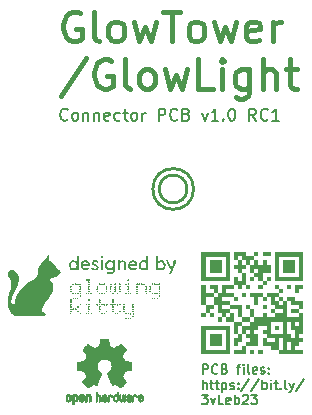
<source format=gbr>
%TF.GenerationSoftware,KiCad,Pcbnew,(6.0.4-0)*%
%TF.CreationDate,2022-06-29T22:03:18+02:00*%
%TF.ProjectId,GlowTower_LED_connector_PCB,476c6f77-546f-4776-9572-5f4c45445f63,rev?*%
%TF.SameCoordinates,Original*%
%TF.FileFunction,Legend,Top*%
%TF.FilePolarity,Positive*%
%FSLAX46Y46*%
G04 Gerber Fmt 4.6, Leading zero omitted, Abs format (unit mm)*
G04 Created by KiCad (PCBNEW (6.0.4-0)) date 2022-06-29 22:03:18*
%MOMM*%
%LPD*%
G01*
G04 APERTURE LIST*
%ADD10C,0.150000*%
%ADD11C,0.400000*%
%ADD12C,0.254001*%
%ADD13C,0.010000*%
G04 APERTURE END LIST*
D10*
X104097976Y-87833904D02*
X104097976Y-87033904D01*
X104402738Y-87033904D01*
X104478928Y-87072000D01*
X104517023Y-87110095D01*
X104555119Y-87186285D01*
X104555119Y-87300571D01*
X104517023Y-87376761D01*
X104478928Y-87414857D01*
X104402738Y-87452952D01*
X104097976Y-87452952D01*
X105355119Y-87757714D02*
X105317023Y-87795809D01*
X105202738Y-87833904D01*
X105126547Y-87833904D01*
X105012261Y-87795809D01*
X104936071Y-87719619D01*
X104897976Y-87643428D01*
X104859880Y-87491047D01*
X104859880Y-87376761D01*
X104897976Y-87224380D01*
X104936071Y-87148190D01*
X105012261Y-87072000D01*
X105126547Y-87033904D01*
X105202738Y-87033904D01*
X105317023Y-87072000D01*
X105355119Y-87110095D01*
X105964642Y-87414857D02*
X106078928Y-87452952D01*
X106117023Y-87491047D01*
X106155119Y-87567238D01*
X106155119Y-87681523D01*
X106117023Y-87757714D01*
X106078928Y-87795809D01*
X106002738Y-87833904D01*
X105697976Y-87833904D01*
X105697976Y-87033904D01*
X105964642Y-87033904D01*
X106040833Y-87072000D01*
X106078928Y-87110095D01*
X106117023Y-87186285D01*
X106117023Y-87262476D01*
X106078928Y-87338666D01*
X106040833Y-87376761D01*
X105964642Y-87414857D01*
X105697976Y-87414857D01*
X106993214Y-87300571D02*
X107297976Y-87300571D01*
X107107500Y-87833904D02*
X107107500Y-87148190D01*
X107145595Y-87072000D01*
X107221785Y-87033904D01*
X107297976Y-87033904D01*
X107564642Y-87833904D02*
X107564642Y-87300571D01*
X107564642Y-87033904D02*
X107526547Y-87072000D01*
X107564642Y-87110095D01*
X107602738Y-87072000D01*
X107564642Y-87033904D01*
X107564642Y-87110095D01*
X108059880Y-87833904D02*
X107983690Y-87795809D01*
X107945595Y-87719619D01*
X107945595Y-87033904D01*
X108669404Y-87795809D02*
X108593214Y-87833904D01*
X108440833Y-87833904D01*
X108364642Y-87795809D01*
X108326547Y-87719619D01*
X108326547Y-87414857D01*
X108364642Y-87338666D01*
X108440833Y-87300571D01*
X108593214Y-87300571D01*
X108669404Y-87338666D01*
X108707500Y-87414857D01*
X108707500Y-87491047D01*
X108326547Y-87567238D01*
X109012261Y-87795809D02*
X109088452Y-87833904D01*
X109240833Y-87833904D01*
X109317023Y-87795809D01*
X109355119Y-87719619D01*
X109355119Y-87681523D01*
X109317023Y-87605333D01*
X109240833Y-87567238D01*
X109126547Y-87567238D01*
X109050357Y-87529142D01*
X109012261Y-87452952D01*
X109012261Y-87414857D01*
X109050357Y-87338666D01*
X109126547Y-87300571D01*
X109240833Y-87300571D01*
X109317023Y-87338666D01*
X109697976Y-87757714D02*
X109736071Y-87795809D01*
X109697976Y-87833904D01*
X109659880Y-87795809D01*
X109697976Y-87757714D01*
X109697976Y-87833904D01*
X109697976Y-87338666D02*
X109736071Y-87376761D01*
X109697976Y-87414857D01*
X109659880Y-87376761D01*
X109697976Y-87338666D01*
X109697976Y-87414857D01*
X104097976Y-89121904D02*
X104097976Y-88321904D01*
X104440833Y-89121904D02*
X104440833Y-88702857D01*
X104402738Y-88626666D01*
X104326547Y-88588571D01*
X104212261Y-88588571D01*
X104136071Y-88626666D01*
X104097976Y-88664761D01*
X104707500Y-88588571D02*
X105012261Y-88588571D01*
X104821785Y-88321904D02*
X104821785Y-89007619D01*
X104859880Y-89083809D01*
X104936071Y-89121904D01*
X105012261Y-89121904D01*
X105164642Y-88588571D02*
X105469404Y-88588571D01*
X105278928Y-88321904D02*
X105278928Y-89007619D01*
X105317023Y-89083809D01*
X105393214Y-89121904D01*
X105469404Y-89121904D01*
X105736071Y-88588571D02*
X105736071Y-89388571D01*
X105736071Y-88626666D02*
X105812261Y-88588571D01*
X105964642Y-88588571D01*
X106040833Y-88626666D01*
X106078928Y-88664761D01*
X106117023Y-88740952D01*
X106117023Y-88969523D01*
X106078928Y-89045714D01*
X106040833Y-89083809D01*
X105964642Y-89121904D01*
X105812261Y-89121904D01*
X105736071Y-89083809D01*
X106421785Y-89083809D02*
X106497976Y-89121904D01*
X106650357Y-89121904D01*
X106726547Y-89083809D01*
X106764642Y-89007619D01*
X106764642Y-88969523D01*
X106726547Y-88893333D01*
X106650357Y-88855238D01*
X106536071Y-88855238D01*
X106459880Y-88817142D01*
X106421785Y-88740952D01*
X106421785Y-88702857D01*
X106459880Y-88626666D01*
X106536071Y-88588571D01*
X106650357Y-88588571D01*
X106726547Y-88626666D01*
X107107500Y-89045714D02*
X107145595Y-89083809D01*
X107107500Y-89121904D01*
X107069404Y-89083809D01*
X107107500Y-89045714D01*
X107107500Y-89121904D01*
X107107500Y-88626666D02*
X107145595Y-88664761D01*
X107107500Y-88702857D01*
X107069404Y-88664761D01*
X107107500Y-88626666D01*
X107107500Y-88702857D01*
X108059880Y-88283809D02*
X107374166Y-89312380D01*
X108897976Y-88283809D02*
X108212261Y-89312380D01*
X109164642Y-89121904D02*
X109164642Y-88321904D01*
X109164642Y-88626666D02*
X109240833Y-88588571D01*
X109393214Y-88588571D01*
X109469404Y-88626666D01*
X109507500Y-88664761D01*
X109545595Y-88740952D01*
X109545595Y-88969523D01*
X109507500Y-89045714D01*
X109469404Y-89083809D01*
X109393214Y-89121904D01*
X109240833Y-89121904D01*
X109164642Y-89083809D01*
X109888452Y-89121904D02*
X109888452Y-88588571D01*
X109888452Y-88321904D02*
X109850357Y-88360000D01*
X109888452Y-88398095D01*
X109926547Y-88360000D01*
X109888452Y-88321904D01*
X109888452Y-88398095D01*
X110155119Y-88588571D02*
X110459880Y-88588571D01*
X110269404Y-88321904D02*
X110269404Y-89007619D01*
X110307500Y-89083809D01*
X110383690Y-89121904D01*
X110459880Y-89121904D01*
X110726547Y-89045714D02*
X110764642Y-89083809D01*
X110726547Y-89121904D01*
X110688452Y-89083809D01*
X110726547Y-89045714D01*
X110726547Y-89121904D01*
X111221785Y-89121904D02*
X111145595Y-89083809D01*
X111107500Y-89007619D01*
X111107500Y-88321904D01*
X111450357Y-88588571D02*
X111640833Y-89121904D01*
X111831309Y-88588571D02*
X111640833Y-89121904D01*
X111564642Y-89312380D01*
X111526547Y-89350476D01*
X111450357Y-89388571D01*
X112707500Y-88283809D02*
X112021785Y-89312380D01*
X104021785Y-89609904D02*
X104517023Y-89609904D01*
X104250357Y-89914666D01*
X104364642Y-89914666D01*
X104440833Y-89952761D01*
X104478928Y-89990857D01*
X104517023Y-90067047D01*
X104517023Y-90257523D01*
X104478928Y-90333714D01*
X104440833Y-90371809D01*
X104364642Y-90409904D01*
X104136071Y-90409904D01*
X104059880Y-90371809D01*
X104021785Y-90333714D01*
X104783690Y-89876571D02*
X104974166Y-90409904D01*
X105164642Y-89876571D01*
X105850357Y-90409904D02*
X105469404Y-90409904D01*
X105469404Y-89609904D01*
X106421785Y-90371809D02*
X106345595Y-90409904D01*
X106193214Y-90409904D01*
X106117023Y-90371809D01*
X106078928Y-90295619D01*
X106078928Y-89990857D01*
X106117023Y-89914666D01*
X106193214Y-89876571D01*
X106345595Y-89876571D01*
X106421785Y-89914666D01*
X106459880Y-89990857D01*
X106459880Y-90067047D01*
X106078928Y-90143238D01*
X106802738Y-90409904D02*
X106802738Y-89609904D01*
X106802738Y-89914666D02*
X106878928Y-89876571D01*
X107031309Y-89876571D01*
X107107500Y-89914666D01*
X107145595Y-89952761D01*
X107183690Y-90028952D01*
X107183690Y-90257523D01*
X107145595Y-90333714D01*
X107107500Y-90371809D01*
X107031309Y-90409904D01*
X106878928Y-90409904D01*
X106802738Y-90371809D01*
X107488452Y-89686095D02*
X107526547Y-89648000D01*
X107602738Y-89609904D01*
X107793214Y-89609904D01*
X107869404Y-89648000D01*
X107907500Y-89686095D01*
X107945595Y-89762285D01*
X107945595Y-89838476D01*
X107907500Y-89952761D01*
X107450357Y-90409904D01*
X107945595Y-90409904D01*
X108212261Y-89609904D02*
X108707500Y-89609904D01*
X108440833Y-89914666D01*
X108555119Y-89914666D01*
X108631309Y-89952761D01*
X108669404Y-89990857D01*
X108707500Y-90067047D01*
X108707500Y-90257523D01*
X108669404Y-90333714D01*
X108631309Y-90371809D01*
X108555119Y-90409904D01*
X108326547Y-90409904D01*
X108250357Y-90371809D01*
X108212261Y-90333714D01*
D11*
X93744761Y-57297500D02*
X93506666Y-57178452D01*
X93149523Y-57178452D01*
X92792380Y-57297500D01*
X92554285Y-57535595D01*
X92435238Y-57773690D01*
X92316190Y-58249880D01*
X92316190Y-58607023D01*
X92435238Y-59083214D01*
X92554285Y-59321309D01*
X92792380Y-59559404D01*
X93149523Y-59678452D01*
X93387619Y-59678452D01*
X93744761Y-59559404D01*
X93863809Y-59440357D01*
X93863809Y-58607023D01*
X93387619Y-58607023D01*
X95292380Y-59678452D02*
X95054285Y-59559404D01*
X94935238Y-59321309D01*
X94935238Y-57178452D01*
X96601904Y-59678452D02*
X96363809Y-59559404D01*
X96244761Y-59440357D01*
X96125714Y-59202261D01*
X96125714Y-58487976D01*
X96244761Y-58249880D01*
X96363809Y-58130833D01*
X96601904Y-58011785D01*
X96959047Y-58011785D01*
X97197142Y-58130833D01*
X97316190Y-58249880D01*
X97435238Y-58487976D01*
X97435238Y-59202261D01*
X97316190Y-59440357D01*
X97197142Y-59559404D01*
X96959047Y-59678452D01*
X96601904Y-59678452D01*
X98268571Y-58011785D02*
X98744761Y-59678452D01*
X99220952Y-58487976D01*
X99697142Y-59678452D01*
X100173333Y-58011785D01*
X100768571Y-57178452D02*
X102197142Y-57178452D01*
X101482857Y-59678452D02*
X101482857Y-57178452D01*
X103387619Y-59678452D02*
X103149523Y-59559404D01*
X103030476Y-59440357D01*
X102911428Y-59202261D01*
X102911428Y-58487976D01*
X103030476Y-58249880D01*
X103149523Y-58130833D01*
X103387619Y-58011785D01*
X103744761Y-58011785D01*
X103982857Y-58130833D01*
X104101904Y-58249880D01*
X104220952Y-58487976D01*
X104220952Y-59202261D01*
X104101904Y-59440357D01*
X103982857Y-59559404D01*
X103744761Y-59678452D01*
X103387619Y-59678452D01*
X105054285Y-58011785D02*
X105530476Y-59678452D01*
X106006666Y-58487976D01*
X106482857Y-59678452D01*
X106959047Y-58011785D01*
X108863809Y-59559404D02*
X108625714Y-59678452D01*
X108149523Y-59678452D01*
X107911428Y-59559404D01*
X107792380Y-59321309D01*
X107792380Y-58368928D01*
X107911428Y-58130833D01*
X108149523Y-58011785D01*
X108625714Y-58011785D01*
X108863809Y-58130833D01*
X108982857Y-58368928D01*
X108982857Y-58607023D01*
X107792380Y-58845119D01*
X110054285Y-59678452D02*
X110054285Y-58011785D01*
X110054285Y-58487976D02*
X110173333Y-58249880D01*
X110292380Y-58130833D01*
X110530476Y-58011785D01*
X110768571Y-58011785D01*
X94220952Y-61084404D02*
X92078095Y-64298690D01*
X96363809Y-61322500D02*
X96125714Y-61203452D01*
X95768571Y-61203452D01*
X95411428Y-61322500D01*
X95173333Y-61560595D01*
X95054285Y-61798690D01*
X94935238Y-62274880D01*
X94935238Y-62632023D01*
X95054285Y-63108214D01*
X95173333Y-63346309D01*
X95411428Y-63584404D01*
X95768571Y-63703452D01*
X96006666Y-63703452D01*
X96363809Y-63584404D01*
X96482857Y-63465357D01*
X96482857Y-62632023D01*
X96006666Y-62632023D01*
X97911428Y-63703452D02*
X97673333Y-63584404D01*
X97554285Y-63346309D01*
X97554285Y-61203452D01*
X99220952Y-63703452D02*
X98982857Y-63584404D01*
X98863809Y-63465357D01*
X98744761Y-63227261D01*
X98744761Y-62512976D01*
X98863809Y-62274880D01*
X98982857Y-62155833D01*
X99220952Y-62036785D01*
X99578095Y-62036785D01*
X99816190Y-62155833D01*
X99935238Y-62274880D01*
X100054285Y-62512976D01*
X100054285Y-63227261D01*
X99935238Y-63465357D01*
X99816190Y-63584404D01*
X99578095Y-63703452D01*
X99220952Y-63703452D01*
X100887619Y-62036785D02*
X101363809Y-63703452D01*
X101840000Y-62512976D01*
X102316190Y-63703452D01*
X102792380Y-62036785D01*
X104935238Y-63703452D02*
X103744761Y-63703452D01*
X103744761Y-61203452D01*
X105768571Y-63703452D02*
X105768571Y-62036785D01*
X105768571Y-61203452D02*
X105649523Y-61322500D01*
X105768571Y-61441547D01*
X105887619Y-61322500D01*
X105768571Y-61203452D01*
X105768571Y-61441547D01*
X108030476Y-62036785D02*
X108030476Y-64060595D01*
X107911428Y-64298690D01*
X107792380Y-64417738D01*
X107554285Y-64536785D01*
X107197142Y-64536785D01*
X106959047Y-64417738D01*
X108030476Y-63584404D02*
X107792380Y-63703452D01*
X107316190Y-63703452D01*
X107078095Y-63584404D01*
X106959047Y-63465357D01*
X106840000Y-63227261D01*
X106840000Y-62512976D01*
X106959047Y-62274880D01*
X107078095Y-62155833D01*
X107316190Y-62036785D01*
X107792380Y-62036785D01*
X108030476Y-62155833D01*
X109220952Y-63703452D02*
X109220952Y-61203452D01*
X110292380Y-63703452D02*
X110292380Y-62393928D01*
X110173333Y-62155833D01*
X109935238Y-62036785D01*
X109578095Y-62036785D01*
X109340000Y-62155833D01*
X109220952Y-62274880D01*
X111125714Y-62036785D02*
X112078095Y-62036785D01*
X111482857Y-61203452D02*
X111482857Y-63346309D01*
X111601904Y-63584404D01*
X111840000Y-63703452D01*
X112078095Y-63703452D01*
D10*
X92667023Y-66297142D02*
X92619404Y-66344761D01*
X92476547Y-66392380D01*
X92381309Y-66392380D01*
X92238452Y-66344761D01*
X92143214Y-66249523D01*
X92095595Y-66154285D01*
X92047976Y-65963809D01*
X92047976Y-65820952D01*
X92095595Y-65630476D01*
X92143214Y-65535238D01*
X92238452Y-65440000D01*
X92381309Y-65392380D01*
X92476547Y-65392380D01*
X92619404Y-65440000D01*
X92667023Y-65487619D01*
X93238452Y-66392380D02*
X93143214Y-66344761D01*
X93095595Y-66297142D01*
X93047976Y-66201904D01*
X93047976Y-65916190D01*
X93095595Y-65820952D01*
X93143214Y-65773333D01*
X93238452Y-65725714D01*
X93381309Y-65725714D01*
X93476547Y-65773333D01*
X93524166Y-65820952D01*
X93571785Y-65916190D01*
X93571785Y-66201904D01*
X93524166Y-66297142D01*
X93476547Y-66344761D01*
X93381309Y-66392380D01*
X93238452Y-66392380D01*
X94000357Y-65725714D02*
X94000357Y-66392380D01*
X94000357Y-65820952D02*
X94047976Y-65773333D01*
X94143214Y-65725714D01*
X94286071Y-65725714D01*
X94381309Y-65773333D01*
X94428928Y-65868571D01*
X94428928Y-66392380D01*
X94905119Y-65725714D02*
X94905119Y-66392380D01*
X94905119Y-65820952D02*
X94952738Y-65773333D01*
X95047976Y-65725714D01*
X95190833Y-65725714D01*
X95286071Y-65773333D01*
X95333690Y-65868571D01*
X95333690Y-66392380D01*
X96190833Y-66344761D02*
X96095595Y-66392380D01*
X95905119Y-66392380D01*
X95809880Y-66344761D01*
X95762261Y-66249523D01*
X95762261Y-65868571D01*
X95809880Y-65773333D01*
X95905119Y-65725714D01*
X96095595Y-65725714D01*
X96190833Y-65773333D01*
X96238452Y-65868571D01*
X96238452Y-65963809D01*
X95762261Y-66059047D01*
X97095595Y-66344761D02*
X97000357Y-66392380D01*
X96809880Y-66392380D01*
X96714642Y-66344761D01*
X96667023Y-66297142D01*
X96619404Y-66201904D01*
X96619404Y-65916190D01*
X96667023Y-65820952D01*
X96714642Y-65773333D01*
X96809880Y-65725714D01*
X97000357Y-65725714D01*
X97095595Y-65773333D01*
X97381309Y-65725714D02*
X97762261Y-65725714D01*
X97524166Y-65392380D02*
X97524166Y-66249523D01*
X97571785Y-66344761D01*
X97667023Y-66392380D01*
X97762261Y-66392380D01*
X98238452Y-66392380D02*
X98143214Y-66344761D01*
X98095595Y-66297142D01*
X98047976Y-66201904D01*
X98047976Y-65916190D01*
X98095595Y-65820952D01*
X98143214Y-65773333D01*
X98238452Y-65725714D01*
X98381309Y-65725714D01*
X98476547Y-65773333D01*
X98524166Y-65820952D01*
X98571785Y-65916190D01*
X98571785Y-66201904D01*
X98524166Y-66297142D01*
X98476547Y-66344761D01*
X98381309Y-66392380D01*
X98238452Y-66392380D01*
X99000357Y-66392380D02*
X99000357Y-65725714D01*
X99000357Y-65916190D02*
X99047976Y-65820952D01*
X99095595Y-65773333D01*
X99190833Y-65725714D01*
X99286071Y-65725714D01*
X100381309Y-66392380D02*
X100381309Y-65392380D01*
X100762261Y-65392380D01*
X100857500Y-65440000D01*
X100905119Y-65487619D01*
X100952738Y-65582857D01*
X100952738Y-65725714D01*
X100905119Y-65820952D01*
X100857500Y-65868571D01*
X100762261Y-65916190D01*
X100381309Y-65916190D01*
X101952738Y-66297142D02*
X101905119Y-66344761D01*
X101762261Y-66392380D01*
X101667023Y-66392380D01*
X101524166Y-66344761D01*
X101428928Y-66249523D01*
X101381309Y-66154285D01*
X101333690Y-65963809D01*
X101333690Y-65820952D01*
X101381309Y-65630476D01*
X101428928Y-65535238D01*
X101524166Y-65440000D01*
X101667023Y-65392380D01*
X101762261Y-65392380D01*
X101905119Y-65440000D01*
X101952738Y-65487619D01*
X102714642Y-65868571D02*
X102857500Y-65916190D01*
X102905119Y-65963809D01*
X102952738Y-66059047D01*
X102952738Y-66201904D01*
X102905119Y-66297142D01*
X102857500Y-66344761D01*
X102762261Y-66392380D01*
X102381309Y-66392380D01*
X102381309Y-65392380D01*
X102714642Y-65392380D01*
X102809880Y-65440000D01*
X102857500Y-65487619D01*
X102905119Y-65582857D01*
X102905119Y-65678095D01*
X102857500Y-65773333D01*
X102809880Y-65820952D01*
X102714642Y-65868571D01*
X102381309Y-65868571D01*
X104047976Y-65725714D02*
X104286071Y-66392380D01*
X104524166Y-65725714D01*
X105428928Y-66392380D02*
X104857500Y-66392380D01*
X105143214Y-66392380D02*
X105143214Y-65392380D01*
X105047976Y-65535238D01*
X104952738Y-65630476D01*
X104857500Y-65678095D01*
X105857500Y-66297142D02*
X105905119Y-66344761D01*
X105857500Y-66392380D01*
X105809880Y-66344761D01*
X105857500Y-66297142D01*
X105857500Y-66392380D01*
X106524166Y-65392380D02*
X106619404Y-65392380D01*
X106714642Y-65440000D01*
X106762261Y-65487619D01*
X106809880Y-65582857D01*
X106857500Y-65773333D01*
X106857500Y-66011428D01*
X106809880Y-66201904D01*
X106762261Y-66297142D01*
X106714642Y-66344761D01*
X106619404Y-66392380D01*
X106524166Y-66392380D01*
X106428928Y-66344761D01*
X106381309Y-66297142D01*
X106333690Y-66201904D01*
X106286071Y-66011428D01*
X106286071Y-65773333D01*
X106333690Y-65582857D01*
X106381309Y-65487619D01*
X106428928Y-65440000D01*
X106524166Y-65392380D01*
X108619404Y-66392380D02*
X108286071Y-65916190D01*
X108047976Y-66392380D02*
X108047976Y-65392380D01*
X108428928Y-65392380D01*
X108524166Y-65440000D01*
X108571785Y-65487619D01*
X108619404Y-65582857D01*
X108619404Y-65725714D01*
X108571785Y-65820952D01*
X108524166Y-65868571D01*
X108428928Y-65916190D01*
X108047976Y-65916190D01*
X109619404Y-66297142D02*
X109571785Y-66344761D01*
X109428928Y-66392380D01*
X109333690Y-66392380D01*
X109190833Y-66344761D01*
X109095595Y-66249523D01*
X109047976Y-66154285D01*
X109000357Y-65963809D01*
X109000357Y-65820952D01*
X109047976Y-65630476D01*
X109095595Y-65535238D01*
X109190833Y-65440000D01*
X109333690Y-65392380D01*
X109428928Y-65392380D01*
X109571785Y-65440000D01*
X109619404Y-65487619D01*
X110571785Y-66392380D02*
X110000357Y-66392380D01*
X110286071Y-66392380D02*
X110286071Y-65392380D01*
X110190833Y-65535238D01*
X110095595Y-65630476D01*
X110000357Y-65678095D01*
D12*
%TO.C,SW1*%
X102770942Y-72187734D02*
G75*
G03*
X102770942Y-72187734I-1170942J0D01*
G01*
X103327457Y-72187734D02*
G75*
G03*
X103327457Y-72187734I-1727457J0D01*
G01*
%TO.C,OSHW logo*%
G36*
X97904876Y-89586335D02*
G01*
X97946667Y-89605344D01*
X97979469Y-89628378D01*
X98003503Y-89654133D01*
X98020097Y-89687358D01*
X98030577Y-89732800D01*
X98036271Y-89795207D01*
X98038507Y-89879327D01*
X98038743Y-89934721D01*
X98038743Y-90150826D01*
X98001774Y-90167670D01*
X97972656Y-90179981D01*
X97958231Y-90184514D01*
X97955472Y-90171025D01*
X97953282Y-90134653D01*
X97951942Y-90081542D01*
X97951657Y-90039372D01*
X97950434Y-89978447D01*
X97947136Y-89930115D01*
X97942321Y-89900518D01*
X97938496Y-89894229D01*
X97912783Y-89900652D01*
X97872418Y-89917125D01*
X97825679Y-89939458D01*
X97780845Y-89963457D01*
X97746193Y-89984930D01*
X97730002Y-89999685D01*
X97729938Y-89999845D01*
X97731330Y-90027152D01*
X97743818Y-90053219D01*
X97765743Y-90074392D01*
X97797743Y-90081474D01*
X97825092Y-90080649D01*
X97863826Y-90080042D01*
X97884158Y-90089116D01*
X97896369Y-90113092D01*
X97897909Y-90117613D01*
X97903203Y-90151806D01*
X97889047Y-90172568D01*
X97852148Y-90182462D01*
X97812289Y-90184292D01*
X97740562Y-90170727D01*
X97703432Y-90151355D01*
X97657576Y-90105845D01*
X97633256Y-90049983D01*
X97631073Y-89990957D01*
X97651629Y-89935953D01*
X97682549Y-89901486D01*
X97713420Y-89882189D01*
X97761942Y-89857759D01*
X97818485Y-89832985D01*
X97827910Y-89829199D01*
X97890019Y-89801791D01*
X97925822Y-89777634D01*
X97937337Y-89753619D01*
X97926580Y-89726635D01*
X97908114Y-89705543D01*
X97864469Y-89679572D01*
X97816446Y-89677624D01*
X97772406Y-89697637D01*
X97740709Y-89737551D01*
X97736549Y-89747848D01*
X97712327Y-89785724D01*
X97676965Y-89813842D01*
X97632343Y-89836917D01*
X97632343Y-89771485D01*
X97634969Y-89731506D01*
X97646230Y-89699997D01*
X97671199Y-89666378D01*
X97695169Y-89640484D01*
X97732441Y-89603817D01*
X97761401Y-89584121D01*
X97792505Y-89576220D01*
X97827713Y-89574914D01*
X97904876Y-89586335D01*
G37*
D13*
X97904876Y-89586335D02*
X97946667Y-89605344D01*
X97979469Y-89628378D01*
X98003503Y-89654133D01*
X98020097Y-89687358D01*
X98030577Y-89732800D01*
X98036271Y-89795207D01*
X98038507Y-89879327D01*
X98038743Y-89934721D01*
X98038743Y-90150826D01*
X98001774Y-90167670D01*
X97972656Y-90179981D01*
X97958231Y-90184514D01*
X97955472Y-90171025D01*
X97953282Y-90134653D01*
X97951942Y-90081542D01*
X97951657Y-90039372D01*
X97950434Y-89978447D01*
X97947136Y-89930115D01*
X97942321Y-89900518D01*
X97938496Y-89894229D01*
X97912783Y-89900652D01*
X97872418Y-89917125D01*
X97825679Y-89939458D01*
X97780845Y-89963457D01*
X97746193Y-89984930D01*
X97730002Y-89999685D01*
X97729938Y-89999845D01*
X97731330Y-90027152D01*
X97743818Y-90053219D01*
X97765743Y-90074392D01*
X97797743Y-90081474D01*
X97825092Y-90080649D01*
X97863826Y-90080042D01*
X97884158Y-90089116D01*
X97896369Y-90113092D01*
X97897909Y-90117613D01*
X97903203Y-90151806D01*
X97889047Y-90172568D01*
X97852148Y-90182462D01*
X97812289Y-90184292D01*
X97740562Y-90170727D01*
X97703432Y-90151355D01*
X97657576Y-90105845D01*
X97633256Y-90049983D01*
X97631073Y-89990957D01*
X97651629Y-89935953D01*
X97682549Y-89901486D01*
X97713420Y-89882189D01*
X97761942Y-89857759D01*
X97818485Y-89832985D01*
X97827910Y-89829199D01*
X97890019Y-89801791D01*
X97925822Y-89777634D01*
X97937337Y-89753619D01*
X97926580Y-89726635D01*
X97908114Y-89705543D01*
X97864469Y-89679572D01*
X97816446Y-89677624D01*
X97772406Y-89697637D01*
X97740709Y-89737551D01*
X97736549Y-89747848D01*
X97712327Y-89785724D01*
X97676965Y-89813842D01*
X97632343Y-89836917D01*
X97632343Y-89771485D01*
X97634969Y-89731506D01*
X97646230Y-89699997D01*
X97671199Y-89666378D01*
X97695169Y-89640484D01*
X97732441Y-89603817D01*
X97761401Y-89584121D01*
X97792505Y-89576220D01*
X97827713Y-89574914D01*
X97904876Y-89586335D01*
G36*
X93631550Y-89666212D02*
G01*
X93665456Y-89617302D01*
X93726653Y-89567878D01*
X93794063Y-89543359D01*
X93862880Y-89541797D01*
X93928303Y-89561239D01*
X93985527Y-89599735D01*
X94029749Y-89655335D01*
X94056167Y-89726086D01*
X94061510Y-89778162D01*
X94060903Y-89799893D01*
X94055822Y-89816531D01*
X94041855Y-89831437D01*
X94014589Y-89847973D01*
X93969612Y-89869498D01*
X93902511Y-89899374D01*
X93902171Y-89899524D01*
X93840407Y-89927813D01*
X93789759Y-89952933D01*
X93755404Y-89972179D01*
X93742518Y-89982848D01*
X93742514Y-89982934D01*
X93753872Y-90006166D01*
X93780431Y-90031774D01*
X93810923Y-90050221D01*
X93826370Y-90053886D01*
X93868515Y-90041212D01*
X93904808Y-90009471D01*
X93922517Y-89974572D01*
X93939552Y-89948845D01*
X93972922Y-89919546D01*
X94012149Y-89894235D01*
X94046756Y-89880471D01*
X94053993Y-89879714D01*
X94062139Y-89892160D01*
X94062630Y-89923972D01*
X94056643Y-89966866D01*
X94045357Y-90012558D01*
X94029950Y-90052761D01*
X94029171Y-90054322D01*
X93982804Y-90119062D01*
X93922711Y-90163097D01*
X93854465Y-90184711D01*
X93783638Y-90182185D01*
X93715804Y-90153804D01*
X93712788Y-90151808D01*
X93659427Y-90103448D01*
X93624340Y-90040352D01*
X93604922Y-89957387D01*
X93602316Y-89934078D01*
X93597701Y-89824055D01*
X93603233Y-89772748D01*
X93742514Y-89772748D01*
X93744324Y-89804753D01*
X93754222Y-89814093D01*
X93778898Y-89807105D01*
X93817795Y-89790587D01*
X93861275Y-89769881D01*
X93862356Y-89769333D01*
X93899209Y-89749949D01*
X93914000Y-89737013D01*
X93910353Y-89723451D01*
X93894995Y-89705632D01*
X93855923Y-89679845D01*
X93813846Y-89677950D01*
X93776103Y-89696717D01*
X93750034Y-89732915D01*
X93742514Y-89772748D01*
X93603233Y-89772748D01*
X93607194Y-89736027D01*
X93631550Y-89666212D01*
G37*
X93631550Y-89666212D02*
X93665456Y-89617302D01*
X93726653Y-89567878D01*
X93794063Y-89543359D01*
X93862880Y-89541797D01*
X93928303Y-89561239D01*
X93985527Y-89599735D01*
X94029749Y-89655335D01*
X94056167Y-89726086D01*
X94061510Y-89778162D01*
X94060903Y-89799893D01*
X94055822Y-89816531D01*
X94041855Y-89831437D01*
X94014589Y-89847973D01*
X93969612Y-89869498D01*
X93902511Y-89899374D01*
X93902171Y-89899524D01*
X93840407Y-89927813D01*
X93789759Y-89952933D01*
X93755404Y-89972179D01*
X93742518Y-89982848D01*
X93742514Y-89982934D01*
X93753872Y-90006166D01*
X93780431Y-90031774D01*
X93810923Y-90050221D01*
X93826370Y-90053886D01*
X93868515Y-90041212D01*
X93904808Y-90009471D01*
X93922517Y-89974572D01*
X93939552Y-89948845D01*
X93972922Y-89919546D01*
X94012149Y-89894235D01*
X94046756Y-89880471D01*
X94053993Y-89879714D01*
X94062139Y-89892160D01*
X94062630Y-89923972D01*
X94056643Y-89966866D01*
X94045357Y-90012558D01*
X94029950Y-90052761D01*
X94029171Y-90054322D01*
X93982804Y-90119062D01*
X93922711Y-90163097D01*
X93854465Y-90184711D01*
X93783638Y-90182185D01*
X93715804Y-90153804D01*
X93712788Y-90151808D01*
X93659427Y-90103448D01*
X93624340Y-90040352D01*
X93604922Y-89957387D01*
X93602316Y-89934078D01*
X93597701Y-89824055D01*
X93603233Y-89772748D01*
X93742514Y-89772748D01*
X93744324Y-89804753D01*
X93754222Y-89814093D01*
X93778898Y-89807105D01*
X93817795Y-89790587D01*
X93861275Y-89769881D01*
X93862356Y-89769333D01*
X93899209Y-89749949D01*
X93914000Y-89737013D01*
X93910353Y-89723451D01*
X93894995Y-89705632D01*
X93855923Y-89679845D01*
X93813846Y-89677950D01*
X93776103Y-89696717D01*
X93750034Y-89732915D01*
X93742514Y-89772748D01*
X93603233Y-89772748D01*
X93607194Y-89736027D01*
X93631550Y-89666212D01*
G36*
X95863910Y-84872348D02*
G01*
X95942454Y-84872778D01*
X95999298Y-84873942D01*
X96038105Y-84876207D01*
X96062538Y-84879940D01*
X96076262Y-84885506D01*
X96082940Y-84893273D01*
X96086236Y-84903605D01*
X96086556Y-84904943D01*
X96091562Y-84929079D01*
X96100829Y-84976701D01*
X96113392Y-85042741D01*
X96128287Y-85122128D01*
X96144551Y-85209796D01*
X96145119Y-85212875D01*
X96161410Y-85298789D01*
X96176652Y-85374696D01*
X96189861Y-85436045D01*
X96200054Y-85478282D01*
X96206248Y-85496855D01*
X96206543Y-85497184D01*
X96224788Y-85506253D01*
X96262405Y-85521367D01*
X96311271Y-85539262D01*
X96311543Y-85539358D01*
X96373093Y-85562493D01*
X96445657Y-85591965D01*
X96514057Y-85621597D01*
X96517294Y-85623062D01*
X96628702Y-85673626D01*
X96875399Y-85505160D01*
X96951077Y-85453803D01*
X97019631Y-85407889D01*
X97077088Y-85370030D01*
X97119476Y-85342837D01*
X97142825Y-85328921D01*
X97145042Y-85327889D01*
X97162010Y-85332484D01*
X97193701Y-85354655D01*
X97241352Y-85395447D01*
X97306198Y-85455905D01*
X97372397Y-85520227D01*
X97436214Y-85583612D01*
X97493329Y-85641451D01*
X97540305Y-85690175D01*
X97573703Y-85726210D01*
X97590085Y-85745984D01*
X97590694Y-85747002D01*
X97592505Y-85760572D01*
X97585683Y-85782733D01*
X97568540Y-85816478D01*
X97539393Y-85864800D01*
X97496555Y-85930692D01*
X97439448Y-86015517D01*
X97388766Y-86090177D01*
X97343461Y-86157140D01*
X97306150Y-86212516D01*
X97279452Y-86252420D01*
X97265985Y-86272962D01*
X97265137Y-86274356D01*
X97266781Y-86294038D01*
X97279245Y-86332293D01*
X97300048Y-86381889D01*
X97307462Y-86397728D01*
X97339814Y-86468290D01*
X97374328Y-86548353D01*
X97402365Y-86617629D01*
X97422568Y-86669045D01*
X97438615Y-86708119D01*
X97447888Y-86728541D01*
X97449041Y-86730114D01*
X97466096Y-86732721D01*
X97506298Y-86739863D01*
X97564302Y-86750523D01*
X97634763Y-86763685D01*
X97712335Y-86778333D01*
X97791672Y-86793449D01*
X97867431Y-86808018D01*
X97934264Y-86821022D01*
X97986828Y-86831445D01*
X98019776Y-86838270D01*
X98027857Y-86840199D01*
X98036205Y-86844962D01*
X98042506Y-86855718D01*
X98047045Y-86876098D01*
X98050104Y-86909734D01*
X98051967Y-86960255D01*
X98052918Y-87031292D01*
X98053240Y-87126476D01*
X98053257Y-87165492D01*
X98053257Y-87482799D01*
X97977057Y-87497839D01*
X97934663Y-87505995D01*
X97871400Y-87517899D01*
X97794962Y-87532116D01*
X97713043Y-87547210D01*
X97690400Y-87551355D01*
X97614806Y-87566053D01*
X97548953Y-87580505D01*
X97498366Y-87593375D01*
X97468574Y-87603322D01*
X97463612Y-87606287D01*
X97451426Y-87627283D01*
X97433953Y-87667967D01*
X97414577Y-87720322D01*
X97410734Y-87731600D01*
X97385339Y-87801523D01*
X97353817Y-87880418D01*
X97322969Y-87951266D01*
X97322817Y-87951595D01*
X97271447Y-88062733D01*
X97440399Y-88311253D01*
X97609352Y-88559772D01*
X97392429Y-88777058D01*
X97326819Y-88841726D01*
X97266979Y-88898733D01*
X97216267Y-88945033D01*
X97178046Y-88977584D01*
X97155675Y-88993343D01*
X97152466Y-88994343D01*
X97133626Y-88986469D01*
X97095180Y-88964578D01*
X97041330Y-88931267D01*
X96976276Y-88889131D01*
X96905940Y-88841943D01*
X96834555Y-88793810D01*
X96770908Y-88751928D01*
X96719041Y-88718871D01*
X96682995Y-88697218D01*
X96666867Y-88689543D01*
X96647189Y-88696037D01*
X96609875Y-88713150D01*
X96562621Y-88737326D01*
X96557612Y-88740013D01*
X96493977Y-88771927D01*
X96450341Y-88787579D01*
X96423202Y-88787745D01*
X96409057Y-88773204D01*
X96408975Y-88773000D01*
X96401905Y-88755779D01*
X96385042Y-88714899D01*
X96359695Y-88653525D01*
X96327171Y-88574819D01*
X96288778Y-88481947D01*
X96245822Y-88378072D01*
X96204222Y-88277502D01*
X96158504Y-88166516D01*
X96116526Y-88063703D01*
X96079548Y-87972215D01*
X96048827Y-87895201D01*
X96025622Y-87835815D01*
X96011190Y-87797209D01*
X96006743Y-87782800D01*
X96017896Y-87766272D01*
X96047069Y-87739930D01*
X96085971Y-87710887D01*
X96196757Y-87619039D01*
X96283351Y-87513759D01*
X96344716Y-87397266D01*
X96379815Y-87271776D01*
X96387608Y-87139507D01*
X96381943Y-87078457D01*
X96351078Y-86951795D01*
X96297920Y-86839941D01*
X96225767Y-86744001D01*
X96137917Y-86665076D01*
X96037665Y-86604270D01*
X95928310Y-86562687D01*
X95813147Y-86541428D01*
X95695475Y-86541599D01*
X95578590Y-86564301D01*
X95465789Y-86610638D01*
X95360369Y-86681713D01*
X95316368Y-86721911D01*
X95231979Y-86825129D01*
X95173222Y-86937925D01*
X95139704Y-87057010D01*
X95131035Y-87179095D01*
X95146823Y-87300893D01*
X95186678Y-87419116D01*
X95250207Y-87530475D01*
X95337021Y-87631684D01*
X95434029Y-87710887D01*
X95474437Y-87741162D01*
X95502982Y-87767219D01*
X95513257Y-87782825D01*
X95507877Y-87799843D01*
X95492575Y-87840500D01*
X95468612Y-87901642D01*
X95437244Y-87980119D01*
X95399732Y-88072780D01*
X95357333Y-88176472D01*
X95315663Y-88277526D01*
X95269690Y-88388607D01*
X95227107Y-88491541D01*
X95189221Y-88583165D01*
X95157340Y-88660316D01*
X95132771Y-88719831D01*
X95116820Y-88758544D01*
X95110910Y-88773000D01*
X95096948Y-88787685D01*
X95069940Y-88787642D01*
X95026413Y-88772099D01*
X94962890Y-88740284D01*
X94962388Y-88740013D01*
X94914560Y-88715323D01*
X94875897Y-88697338D01*
X94854095Y-88689614D01*
X94853133Y-88689543D01*
X94836721Y-88697378D01*
X94800487Y-88719165D01*
X94748474Y-88752328D01*
X94684725Y-88794291D01*
X94614060Y-88841943D01*
X94542116Y-88890191D01*
X94477274Y-88932151D01*
X94423735Y-88965227D01*
X94385697Y-88986821D01*
X94367533Y-88994343D01*
X94350808Y-88984457D01*
X94317180Y-88956826D01*
X94270010Y-88914495D01*
X94212658Y-88860505D01*
X94148484Y-88797899D01*
X94127497Y-88776983D01*
X93910499Y-88559623D01*
X94075668Y-88317220D01*
X94125864Y-88242781D01*
X94169919Y-88175972D01*
X94205362Y-88120665D01*
X94229719Y-88080729D01*
X94240522Y-88060036D01*
X94240838Y-88058563D01*
X94235143Y-88039058D01*
X94219826Y-87999822D01*
X94197537Y-87947430D01*
X94181893Y-87912355D01*
X94152641Y-87845201D01*
X94125094Y-87777358D01*
X94103737Y-87720034D01*
X94097935Y-87702572D01*
X94081452Y-87655938D01*
X94065340Y-87619905D01*
X94056490Y-87606287D01*
X94036960Y-87597952D01*
X93994334Y-87586137D01*
X93934145Y-87572181D01*
X93861922Y-87557422D01*
X93829600Y-87551355D01*
X93747522Y-87536273D01*
X93668795Y-87521669D01*
X93601109Y-87508980D01*
X93552160Y-87499642D01*
X93542943Y-87497839D01*
X93466743Y-87482799D01*
X93466743Y-87165492D01*
X93466914Y-87061154D01*
X93467616Y-86982213D01*
X93469134Y-86925038D01*
X93471749Y-86885999D01*
X93475746Y-86861465D01*
X93481409Y-86847805D01*
X93489020Y-86841389D01*
X93492143Y-86840199D01*
X93510978Y-86835980D01*
X93552588Y-86827562D01*
X93611630Y-86815961D01*
X93682757Y-86802195D01*
X93760625Y-86787280D01*
X93839887Y-86772232D01*
X93915198Y-86758069D01*
X93981213Y-86745806D01*
X94032587Y-86736461D01*
X94063975Y-86731050D01*
X94070959Y-86730114D01*
X94077285Y-86717596D01*
X94091290Y-86684246D01*
X94110355Y-86636377D01*
X94117634Y-86617629D01*
X94146996Y-86545195D01*
X94181571Y-86465170D01*
X94212537Y-86397728D01*
X94235323Y-86346159D01*
X94250482Y-86303785D01*
X94255542Y-86277834D01*
X94254736Y-86274356D01*
X94244041Y-86257936D01*
X94219620Y-86221417D01*
X94184095Y-86168687D01*
X94140087Y-86103635D01*
X94090217Y-86030151D01*
X94080356Y-86015645D01*
X94022492Y-85929704D01*
X93979956Y-85864261D01*
X93951054Y-85816304D01*
X93934090Y-85782820D01*
X93927367Y-85760795D01*
X93929190Y-85747217D01*
X93929236Y-85747131D01*
X93943586Y-85729297D01*
X93975323Y-85694817D01*
X94021010Y-85647268D01*
X94077204Y-85590222D01*
X94140468Y-85527255D01*
X94147602Y-85520227D01*
X94227330Y-85443020D01*
X94288857Y-85386330D01*
X94333421Y-85349110D01*
X94362257Y-85330315D01*
X94374958Y-85327889D01*
X94393494Y-85338471D01*
X94431961Y-85362916D01*
X94486386Y-85398612D01*
X94552798Y-85442947D01*
X94627225Y-85493311D01*
X94644601Y-85505160D01*
X94891297Y-85673626D01*
X95002706Y-85623062D01*
X95070457Y-85593595D01*
X95143183Y-85563959D01*
X95205703Y-85540330D01*
X95208457Y-85539358D01*
X95257360Y-85521457D01*
X95295057Y-85506320D01*
X95313425Y-85497210D01*
X95313456Y-85497184D01*
X95319285Y-85480717D01*
X95329192Y-85440219D01*
X95342195Y-85380242D01*
X95357309Y-85305340D01*
X95373552Y-85220064D01*
X95374881Y-85212875D01*
X95391175Y-85125014D01*
X95406133Y-85045260D01*
X95418791Y-84978681D01*
X95428186Y-84930347D01*
X95433354Y-84905325D01*
X95433444Y-84904943D01*
X95436589Y-84894299D01*
X95442704Y-84886262D01*
X95455453Y-84880467D01*
X95478500Y-84876547D01*
X95515509Y-84874135D01*
X95570144Y-84872865D01*
X95646067Y-84872371D01*
X95746944Y-84872286D01*
X95760000Y-84872286D01*
X95863910Y-84872348D01*
G37*
X95863910Y-84872348D02*
X95942454Y-84872778D01*
X95999298Y-84873942D01*
X96038105Y-84876207D01*
X96062538Y-84879940D01*
X96076262Y-84885506D01*
X96082940Y-84893273D01*
X96086236Y-84903605D01*
X96086556Y-84904943D01*
X96091562Y-84929079D01*
X96100829Y-84976701D01*
X96113392Y-85042741D01*
X96128287Y-85122128D01*
X96144551Y-85209796D01*
X96145119Y-85212875D01*
X96161410Y-85298789D01*
X96176652Y-85374696D01*
X96189861Y-85436045D01*
X96200054Y-85478282D01*
X96206248Y-85496855D01*
X96206543Y-85497184D01*
X96224788Y-85506253D01*
X96262405Y-85521367D01*
X96311271Y-85539262D01*
X96311543Y-85539358D01*
X96373093Y-85562493D01*
X96445657Y-85591965D01*
X96514057Y-85621597D01*
X96517294Y-85623062D01*
X96628702Y-85673626D01*
X96875399Y-85505160D01*
X96951077Y-85453803D01*
X97019631Y-85407889D01*
X97077088Y-85370030D01*
X97119476Y-85342837D01*
X97142825Y-85328921D01*
X97145042Y-85327889D01*
X97162010Y-85332484D01*
X97193701Y-85354655D01*
X97241352Y-85395447D01*
X97306198Y-85455905D01*
X97372397Y-85520227D01*
X97436214Y-85583612D01*
X97493329Y-85641451D01*
X97540305Y-85690175D01*
X97573703Y-85726210D01*
X97590085Y-85745984D01*
X97590694Y-85747002D01*
X97592505Y-85760572D01*
X97585683Y-85782733D01*
X97568540Y-85816478D01*
X97539393Y-85864800D01*
X97496555Y-85930692D01*
X97439448Y-86015517D01*
X97388766Y-86090177D01*
X97343461Y-86157140D01*
X97306150Y-86212516D01*
X97279452Y-86252420D01*
X97265985Y-86272962D01*
X97265137Y-86274356D01*
X97266781Y-86294038D01*
X97279245Y-86332293D01*
X97300048Y-86381889D01*
X97307462Y-86397728D01*
X97339814Y-86468290D01*
X97374328Y-86548353D01*
X97402365Y-86617629D01*
X97422568Y-86669045D01*
X97438615Y-86708119D01*
X97447888Y-86728541D01*
X97449041Y-86730114D01*
X97466096Y-86732721D01*
X97506298Y-86739863D01*
X97564302Y-86750523D01*
X97634763Y-86763685D01*
X97712335Y-86778333D01*
X97791672Y-86793449D01*
X97867431Y-86808018D01*
X97934264Y-86821022D01*
X97986828Y-86831445D01*
X98019776Y-86838270D01*
X98027857Y-86840199D01*
X98036205Y-86844962D01*
X98042506Y-86855718D01*
X98047045Y-86876098D01*
X98050104Y-86909734D01*
X98051967Y-86960255D01*
X98052918Y-87031292D01*
X98053240Y-87126476D01*
X98053257Y-87165492D01*
X98053257Y-87482799D01*
X97977057Y-87497839D01*
X97934663Y-87505995D01*
X97871400Y-87517899D01*
X97794962Y-87532116D01*
X97713043Y-87547210D01*
X97690400Y-87551355D01*
X97614806Y-87566053D01*
X97548953Y-87580505D01*
X97498366Y-87593375D01*
X97468574Y-87603322D01*
X97463612Y-87606287D01*
X97451426Y-87627283D01*
X97433953Y-87667967D01*
X97414577Y-87720322D01*
X97410734Y-87731600D01*
X97385339Y-87801523D01*
X97353817Y-87880418D01*
X97322969Y-87951266D01*
X97322817Y-87951595D01*
X97271447Y-88062733D01*
X97440399Y-88311253D01*
X97609352Y-88559772D01*
X97392429Y-88777058D01*
X97326819Y-88841726D01*
X97266979Y-88898733D01*
X97216267Y-88945033D01*
X97178046Y-88977584D01*
X97155675Y-88993343D01*
X97152466Y-88994343D01*
X97133626Y-88986469D01*
X97095180Y-88964578D01*
X97041330Y-88931267D01*
X96976276Y-88889131D01*
X96905940Y-88841943D01*
X96834555Y-88793810D01*
X96770908Y-88751928D01*
X96719041Y-88718871D01*
X96682995Y-88697218D01*
X96666867Y-88689543D01*
X96647189Y-88696037D01*
X96609875Y-88713150D01*
X96562621Y-88737326D01*
X96557612Y-88740013D01*
X96493977Y-88771927D01*
X96450341Y-88787579D01*
X96423202Y-88787745D01*
X96409057Y-88773204D01*
X96408975Y-88773000D01*
X96401905Y-88755779D01*
X96385042Y-88714899D01*
X96359695Y-88653525D01*
X96327171Y-88574819D01*
X96288778Y-88481947D01*
X96245822Y-88378072D01*
X96204222Y-88277502D01*
X96158504Y-88166516D01*
X96116526Y-88063703D01*
X96079548Y-87972215D01*
X96048827Y-87895201D01*
X96025622Y-87835815D01*
X96011190Y-87797209D01*
X96006743Y-87782800D01*
X96017896Y-87766272D01*
X96047069Y-87739930D01*
X96085971Y-87710887D01*
X96196757Y-87619039D01*
X96283351Y-87513759D01*
X96344716Y-87397266D01*
X96379815Y-87271776D01*
X96387608Y-87139507D01*
X96381943Y-87078457D01*
X96351078Y-86951795D01*
X96297920Y-86839941D01*
X96225767Y-86744001D01*
X96137917Y-86665076D01*
X96037665Y-86604270D01*
X95928310Y-86562687D01*
X95813147Y-86541428D01*
X95695475Y-86541599D01*
X95578590Y-86564301D01*
X95465789Y-86610638D01*
X95360369Y-86681713D01*
X95316368Y-86721911D01*
X95231979Y-86825129D01*
X95173222Y-86937925D01*
X95139704Y-87057010D01*
X95131035Y-87179095D01*
X95146823Y-87300893D01*
X95186678Y-87419116D01*
X95250207Y-87530475D01*
X95337021Y-87631684D01*
X95434029Y-87710887D01*
X95474437Y-87741162D01*
X95502982Y-87767219D01*
X95513257Y-87782825D01*
X95507877Y-87799843D01*
X95492575Y-87840500D01*
X95468612Y-87901642D01*
X95437244Y-87980119D01*
X95399732Y-88072780D01*
X95357333Y-88176472D01*
X95315663Y-88277526D01*
X95269690Y-88388607D01*
X95227107Y-88491541D01*
X95189221Y-88583165D01*
X95157340Y-88660316D01*
X95132771Y-88719831D01*
X95116820Y-88758544D01*
X95110910Y-88773000D01*
X95096948Y-88787685D01*
X95069940Y-88787642D01*
X95026413Y-88772099D01*
X94962890Y-88740284D01*
X94962388Y-88740013D01*
X94914560Y-88715323D01*
X94875897Y-88697338D01*
X94854095Y-88689614D01*
X94853133Y-88689543D01*
X94836721Y-88697378D01*
X94800487Y-88719165D01*
X94748474Y-88752328D01*
X94684725Y-88794291D01*
X94614060Y-88841943D01*
X94542116Y-88890191D01*
X94477274Y-88932151D01*
X94423735Y-88965227D01*
X94385697Y-88986821D01*
X94367533Y-88994343D01*
X94350808Y-88984457D01*
X94317180Y-88956826D01*
X94270010Y-88914495D01*
X94212658Y-88860505D01*
X94148484Y-88797899D01*
X94127497Y-88776983D01*
X93910499Y-88559623D01*
X94075668Y-88317220D01*
X94125864Y-88242781D01*
X94169919Y-88175972D01*
X94205362Y-88120665D01*
X94229719Y-88080729D01*
X94240522Y-88060036D01*
X94240838Y-88058563D01*
X94235143Y-88039058D01*
X94219826Y-87999822D01*
X94197537Y-87947430D01*
X94181893Y-87912355D01*
X94152641Y-87845201D01*
X94125094Y-87777358D01*
X94103737Y-87720034D01*
X94097935Y-87702572D01*
X94081452Y-87655938D01*
X94065340Y-87619905D01*
X94056490Y-87606287D01*
X94036960Y-87597952D01*
X93994334Y-87586137D01*
X93934145Y-87572181D01*
X93861922Y-87557422D01*
X93829600Y-87551355D01*
X93747522Y-87536273D01*
X93668795Y-87521669D01*
X93601109Y-87508980D01*
X93552160Y-87499642D01*
X93542943Y-87497839D01*
X93466743Y-87482799D01*
X93466743Y-87165492D01*
X93466914Y-87061154D01*
X93467616Y-86982213D01*
X93469134Y-86925038D01*
X93471749Y-86885999D01*
X93475746Y-86861465D01*
X93481409Y-86847805D01*
X93489020Y-86841389D01*
X93492143Y-86840199D01*
X93510978Y-86835980D01*
X93552588Y-86827562D01*
X93611630Y-86815961D01*
X93682757Y-86802195D01*
X93760625Y-86787280D01*
X93839887Y-86772232D01*
X93915198Y-86758069D01*
X93981213Y-86745806D01*
X94032587Y-86736461D01*
X94063975Y-86731050D01*
X94070959Y-86730114D01*
X94077285Y-86717596D01*
X94091290Y-86684246D01*
X94110355Y-86636377D01*
X94117634Y-86617629D01*
X94146996Y-86545195D01*
X94181571Y-86465170D01*
X94212537Y-86397728D01*
X94235323Y-86346159D01*
X94250482Y-86303785D01*
X94255542Y-86277834D01*
X94254736Y-86274356D01*
X94244041Y-86257936D01*
X94219620Y-86221417D01*
X94184095Y-86168687D01*
X94140087Y-86103635D01*
X94090217Y-86030151D01*
X94080356Y-86015645D01*
X94022492Y-85929704D01*
X93979956Y-85864261D01*
X93951054Y-85816304D01*
X93934090Y-85782820D01*
X93927367Y-85760795D01*
X93929190Y-85747217D01*
X93929236Y-85747131D01*
X93943586Y-85729297D01*
X93975323Y-85694817D01*
X94021010Y-85647268D01*
X94077204Y-85590222D01*
X94140468Y-85527255D01*
X94147602Y-85520227D01*
X94227330Y-85443020D01*
X94288857Y-85386330D01*
X94333421Y-85349110D01*
X94362257Y-85330315D01*
X94374958Y-85327889D01*
X94393494Y-85338471D01*
X94431961Y-85362916D01*
X94486386Y-85398612D01*
X94552798Y-85442947D01*
X94627225Y-85493311D01*
X94644601Y-85505160D01*
X94891297Y-85673626D01*
X95002706Y-85623062D01*
X95070457Y-85593595D01*
X95143183Y-85563959D01*
X95205703Y-85540330D01*
X95208457Y-85539358D01*
X95257360Y-85521457D01*
X95295057Y-85506320D01*
X95313425Y-85497210D01*
X95313456Y-85497184D01*
X95319285Y-85480717D01*
X95329192Y-85440219D01*
X95342195Y-85380242D01*
X95357309Y-85305340D01*
X95373552Y-85220064D01*
X95374881Y-85212875D01*
X95391175Y-85125014D01*
X95406133Y-85045260D01*
X95418791Y-84978681D01*
X95428186Y-84930347D01*
X95433354Y-84905325D01*
X95433444Y-84904943D01*
X95436589Y-84894299D01*
X95442704Y-84886262D01*
X95455453Y-84880467D01*
X95478500Y-84876547D01*
X95515509Y-84874135D01*
X95570144Y-84872865D01*
X95646067Y-84872371D01*
X95746944Y-84872286D01*
X95760000Y-84872286D01*
X95863910Y-84872348D01*
G36*
X95135886Y-89481289D02*
G01*
X95140139Y-89540613D01*
X95145025Y-89575572D01*
X95151795Y-89590820D01*
X95161702Y-89591015D01*
X95164914Y-89589195D01*
X95207644Y-89576015D01*
X95263227Y-89576785D01*
X95319737Y-89590333D01*
X95355082Y-89607861D01*
X95391321Y-89635861D01*
X95417813Y-89667549D01*
X95435999Y-89707813D01*
X95447322Y-89761543D01*
X95453222Y-89833626D01*
X95455143Y-89928951D01*
X95455177Y-89947237D01*
X95455200Y-90152646D01*
X95409491Y-90168580D01*
X95377027Y-90179420D01*
X95359215Y-90184468D01*
X95358691Y-90184514D01*
X95356937Y-90170828D01*
X95355444Y-90133076D01*
X95354326Y-90076224D01*
X95353697Y-90005234D01*
X95353600Y-89962073D01*
X95353398Y-89876973D01*
X95352358Y-89815981D01*
X95349831Y-89774177D01*
X95345164Y-89746642D01*
X95337707Y-89728456D01*
X95326811Y-89714698D01*
X95320007Y-89708073D01*
X95273272Y-89681375D01*
X95222272Y-89679375D01*
X95176001Y-89701955D01*
X95167444Y-89710107D01*
X95154893Y-89725436D01*
X95146188Y-89743618D01*
X95140631Y-89769909D01*
X95137526Y-89809562D01*
X95136176Y-89867832D01*
X95135886Y-89948173D01*
X95135886Y-90152646D01*
X95090177Y-90168580D01*
X95057713Y-90179420D01*
X95039901Y-90184468D01*
X95039377Y-90184514D01*
X95038037Y-90170623D01*
X95036828Y-90131439D01*
X95035801Y-90070700D01*
X95035002Y-89992141D01*
X95034481Y-89899498D01*
X95034286Y-89796509D01*
X95034286Y-89399342D01*
X95081457Y-89379444D01*
X95128629Y-89359547D01*
X95135886Y-89481289D01*
G37*
X95135886Y-89481289D02*
X95140139Y-89540613D01*
X95145025Y-89575572D01*
X95151795Y-89590820D01*
X95161702Y-89591015D01*
X95164914Y-89589195D01*
X95207644Y-89576015D01*
X95263227Y-89576785D01*
X95319737Y-89590333D01*
X95355082Y-89607861D01*
X95391321Y-89635861D01*
X95417813Y-89667549D01*
X95435999Y-89707813D01*
X95447322Y-89761543D01*
X95453222Y-89833626D01*
X95455143Y-89928951D01*
X95455177Y-89947237D01*
X95455200Y-90152646D01*
X95409491Y-90168580D01*
X95377027Y-90179420D01*
X95359215Y-90184468D01*
X95358691Y-90184514D01*
X95356937Y-90170828D01*
X95355444Y-90133076D01*
X95354326Y-90076224D01*
X95353697Y-90005234D01*
X95353600Y-89962073D01*
X95353398Y-89876973D01*
X95352358Y-89815981D01*
X95349831Y-89774177D01*
X95345164Y-89746642D01*
X95337707Y-89728456D01*
X95326811Y-89714698D01*
X95320007Y-89708073D01*
X95273272Y-89681375D01*
X95222272Y-89679375D01*
X95176001Y-89701955D01*
X95167444Y-89710107D01*
X95154893Y-89725436D01*
X95146188Y-89743618D01*
X95140631Y-89769909D01*
X95137526Y-89809562D01*
X95136176Y-89867832D01*
X95135886Y-89948173D01*
X95135886Y-90152646D01*
X95090177Y-90168580D01*
X95057713Y-90179420D01*
X95039901Y-90184468D01*
X95039377Y-90184514D01*
X95038037Y-90170623D01*
X95036828Y-90131439D01*
X95035801Y-90070700D01*
X95035002Y-89992141D01*
X95034481Y-89899498D01*
X95034286Y-89796509D01*
X95034286Y-89399342D01*
X95081457Y-89379444D01*
X95128629Y-89359547D01*
X95135886Y-89481289D01*
G36*
X98412600Y-89588752D02*
G01*
X98429948Y-89596334D01*
X98471356Y-89629128D01*
X98506765Y-89676547D01*
X98528664Y-89727151D01*
X98532229Y-89752098D01*
X98520279Y-89786927D01*
X98494067Y-89805357D01*
X98465964Y-89816516D01*
X98453095Y-89818572D01*
X98446829Y-89803649D01*
X98434456Y-89771175D01*
X98429028Y-89756502D01*
X98398590Y-89705744D01*
X98354520Y-89680427D01*
X98298010Y-89681206D01*
X98293825Y-89682203D01*
X98263655Y-89696507D01*
X98241476Y-89724393D01*
X98226327Y-89769287D01*
X98217250Y-89834615D01*
X98213286Y-89923804D01*
X98212914Y-89971261D01*
X98212730Y-90046071D01*
X98211522Y-90097069D01*
X98208309Y-90129471D01*
X98202109Y-90148495D01*
X98191940Y-90159356D01*
X98176819Y-90167272D01*
X98175946Y-90167670D01*
X98146828Y-90179981D01*
X98132403Y-90184514D01*
X98130186Y-90170809D01*
X98128289Y-90132925D01*
X98126847Y-90075715D01*
X98125998Y-90004027D01*
X98125829Y-89951565D01*
X98126692Y-89850047D01*
X98130070Y-89773032D01*
X98137142Y-89716023D01*
X98149088Y-89674526D01*
X98167090Y-89644043D01*
X98192327Y-89620080D01*
X98217247Y-89603355D01*
X98277171Y-89581097D01*
X98346911Y-89576076D01*
X98412600Y-89588752D01*
G37*
X98412600Y-89588752D02*
X98429948Y-89596334D01*
X98471356Y-89629128D01*
X98506765Y-89676547D01*
X98528664Y-89727151D01*
X98532229Y-89752098D01*
X98520279Y-89786927D01*
X98494067Y-89805357D01*
X98465964Y-89816516D01*
X98453095Y-89818572D01*
X98446829Y-89803649D01*
X98434456Y-89771175D01*
X98429028Y-89756502D01*
X98398590Y-89705744D01*
X98354520Y-89680427D01*
X98298010Y-89681206D01*
X98293825Y-89682203D01*
X98263655Y-89696507D01*
X98241476Y-89724393D01*
X98226327Y-89769287D01*
X98217250Y-89834615D01*
X98213286Y-89923804D01*
X98212914Y-89971261D01*
X98212730Y-90046071D01*
X98211522Y-90097069D01*
X98208309Y-90129471D01*
X98202109Y-90148495D01*
X98191940Y-90159356D01*
X98176819Y-90167272D01*
X98175946Y-90167670D01*
X98146828Y-90179981D01*
X98132403Y-90184514D01*
X98130186Y-90170809D01*
X98128289Y-90132925D01*
X98126847Y-90075715D01*
X98125998Y-90004027D01*
X98125829Y-89951565D01*
X98126692Y-89850047D01*
X98130070Y-89773032D01*
X98137142Y-89716023D01*
X98149088Y-89674526D01*
X98167090Y-89644043D01*
X98192327Y-89620080D01*
X98217247Y-89603355D01*
X98277171Y-89581097D01*
X98346911Y-89576076D01*
X98412600Y-89588752D01*
G36*
X93053677Y-89780333D02*
G01*
X93056450Y-89732958D01*
X93060388Y-89699290D01*
X93065849Y-89675498D01*
X93073192Y-89657753D01*
X93082777Y-89642224D01*
X93086887Y-89636381D01*
X93141405Y-89581185D01*
X93210336Y-89549890D01*
X93290072Y-89541165D01*
X93359744Y-89549918D01*
X93415201Y-89577568D01*
X93464148Y-89628480D01*
X93477629Y-89647338D01*
X93492314Y-89672015D01*
X93501842Y-89698816D01*
X93507293Y-89734587D01*
X93509747Y-89786169D01*
X93510286Y-89854267D01*
X93507852Y-89947588D01*
X93499394Y-90017657D01*
X93483174Y-90069931D01*
X93457454Y-90109869D01*
X93420497Y-90142929D01*
X93417782Y-90144886D01*
X93381360Y-90164908D01*
X93337502Y-90174815D01*
X93281724Y-90177257D01*
X93191048Y-90177257D01*
X93191010Y-90265283D01*
X93190166Y-90314308D01*
X93185024Y-90343065D01*
X93171587Y-90360311D01*
X93145858Y-90374808D01*
X93139679Y-90377769D01*
X93110764Y-90391648D01*
X93088376Y-90400414D01*
X93071729Y-90401171D01*
X93060036Y-90391023D01*
X93052510Y-90367073D01*
X93048366Y-90326426D01*
X93046815Y-90266186D01*
X93047071Y-90183455D01*
X93048349Y-90075339D01*
X93048748Y-90043000D01*
X93050185Y-89931524D01*
X93051472Y-89858603D01*
X93190971Y-89858603D01*
X93191755Y-89920499D01*
X93195240Y-89960997D01*
X93203124Y-89987708D01*
X93217105Y-90008244D01*
X93226597Y-90018260D01*
X93265404Y-90047567D01*
X93299763Y-90049952D01*
X93335216Y-90025750D01*
X93336114Y-90024857D01*
X93350539Y-90006153D01*
X93359313Y-89980732D01*
X93363739Y-89941584D01*
X93365118Y-89881697D01*
X93365143Y-89868430D01*
X93361812Y-89785901D01*
X93350969Y-89728691D01*
X93331340Y-89693766D01*
X93301650Y-89678094D01*
X93284491Y-89676514D01*
X93243766Y-89683926D01*
X93215832Y-89708330D01*
X93199017Y-89752980D01*
X93191650Y-89821130D01*
X93190971Y-89858603D01*
X93051472Y-89858603D01*
X93051708Y-89845245D01*
X93053677Y-89780333D01*
G37*
X93053677Y-89780333D02*
X93056450Y-89732958D01*
X93060388Y-89699290D01*
X93065849Y-89675498D01*
X93073192Y-89657753D01*
X93082777Y-89642224D01*
X93086887Y-89636381D01*
X93141405Y-89581185D01*
X93210336Y-89549890D01*
X93290072Y-89541165D01*
X93359744Y-89549918D01*
X93415201Y-89577568D01*
X93464148Y-89628480D01*
X93477629Y-89647338D01*
X93492314Y-89672015D01*
X93501842Y-89698816D01*
X93507293Y-89734587D01*
X93509747Y-89786169D01*
X93510286Y-89854267D01*
X93507852Y-89947588D01*
X93499394Y-90017657D01*
X93483174Y-90069931D01*
X93457454Y-90109869D01*
X93420497Y-90142929D01*
X93417782Y-90144886D01*
X93381360Y-90164908D01*
X93337502Y-90174815D01*
X93281724Y-90177257D01*
X93191048Y-90177257D01*
X93191010Y-90265283D01*
X93190166Y-90314308D01*
X93185024Y-90343065D01*
X93171587Y-90360311D01*
X93145858Y-90374808D01*
X93139679Y-90377769D01*
X93110764Y-90391648D01*
X93088376Y-90400414D01*
X93071729Y-90401171D01*
X93060036Y-90391023D01*
X93052510Y-90367073D01*
X93048366Y-90326426D01*
X93046815Y-90266186D01*
X93047071Y-90183455D01*
X93048349Y-90075339D01*
X93048748Y-90043000D01*
X93050185Y-89931524D01*
X93051472Y-89858603D01*
X93190971Y-89858603D01*
X93191755Y-89920499D01*
X93195240Y-89960997D01*
X93203124Y-89987708D01*
X93217105Y-90008244D01*
X93226597Y-90018260D01*
X93265404Y-90047567D01*
X93299763Y-90049952D01*
X93335216Y-90025750D01*
X93336114Y-90024857D01*
X93350539Y-90006153D01*
X93359313Y-89980732D01*
X93363739Y-89941584D01*
X93365118Y-89881697D01*
X93365143Y-89868430D01*
X93361812Y-89785901D01*
X93350969Y-89728691D01*
X93331340Y-89693766D01*
X93301650Y-89678094D01*
X93284491Y-89676514D01*
X93243766Y-89683926D01*
X93215832Y-89708330D01*
X93199017Y-89752980D01*
X93191650Y-89821130D01*
X93190971Y-89858603D01*
X93051472Y-89858603D01*
X93051708Y-89845245D01*
X93053677Y-89780333D01*
G36*
X95799744Y-89580968D02*
G01*
X95856616Y-89602087D01*
X95857267Y-89602493D01*
X95892440Y-89628380D01*
X95918407Y-89658633D01*
X95936670Y-89698058D01*
X95948732Y-89751462D01*
X95956096Y-89823651D01*
X95960264Y-89919432D01*
X95960629Y-89933078D01*
X95965876Y-90138842D01*
X95921716Y-90161678D01*
X95889763Y-90177110D01*
X95870470Y-90184423D01*
X95869578Y-90184514D01*
X95866239Y-90171022D01*
X95863587Y-90134626D01*
X95861956Y-90081452D01*
X95861600Y-90038393D01*
X95861592Y-89968641D01*
X95858403Y-89924837D01*
X95847288Y-89903944D01*
X95823501Y-89902925D01*
X95782296Y-89918741D01*
X95720086Y-89947815D01*
X95674341Y-89971963D01*
X95650813Y-89992913D01*
X95643896Y-90015747D01*
X95643886Y-90016877D01*
X95655299Y-90056212D01*
X95689092Y-90077462D01*
X95740809Y-90080539D01*
X95778061Y-90080006D01*
X95797703Y-90090735D01*
X95809952Y-90116505D01*
X95817002Y-90149337D01*
X95806842Y-90167966D01*
X95803017Y-90170632D01*
X95767001Y-90181340D01*
X95716566Y-90182856D01*
X95664626Y-90175759D01*
X95627822Y-90162788D01*
X95576938Y-90119585D01*
X95548014Y-90059446D01*
X95542286Y-90012462D01*
X95546657Y-89970082D01*
X95562475Y-89935488D01*
X95593797Y-89904763D01*
X95644678Y-89873990D01*
X95719176Y-89839252D01*
X95723714Y-89837288D01*
X95790821Y-89806287D01*
X95832232Y-89780862D01*
X95849981Y-89758014D01*
X95846107Y-89734745D01*
X95822643Y-89708056D01*
X95815627Y-89701914D01*
X95768630Y-89678100D01*
X95719933Y-89679103D01*
X95677522Y-89702451D01*
X95649384Y-89745675D01*
X95646769Y-89754160D01*
X95621308Y-89795308D01*
X95589001Y-89815128D01*
X95542286Y-89834770D01*
X95542286Y-89783950D01*
X95556496Y-89710082D01*
X95598675Y-89642327D01*
X95620624Y-89619661D01*
X95670517Y-89590569D01*
X95733967Y-89577400D01*
X95799744Y-89580968D01*
G37*
X95799744Y-89580968D02*
X95856616Y-89602087D01*
X95857267Y-89602493D01*
X95892440Y-89628380D01*
X95918407Y-89658633D01*
X95936670Y-89698058D01*
X95948732Y-89751462D01*
X95956096Y-89823651D01*
X95960264Y-89919432D01*
X95960629Y-89933078D01*
X95965876Y-90138842D01*
X95921716Y-90161678D01*
X95889763Y-90177110D01*
X95870470Y-90184423D01*
X95869578Y-90184514D01*
X95866239Y-90171022D01*
X95863587Y-90134626D01*
X95861956Y-90081452D01*
X95861600Y-90038393D01*
X95861592Y-89968641D01*
X95858403Y-89924837D01*
X95847288Y-89903944D01*
X95823501Y-89902925D01*
X95782296Y-89918741D01*
X95720086Y-89947815D01*
X95674341Y-89971963D01*
X95650813Y-89992913D01*
X95643896Y-90015747D01*
X95643886Y-90016877D01*
X95655299Y-90056212D01*
X95689092Y-90077462D01*
X95740809Y-90080539D01*
X95778061Y-90080006D01*
X95797703Y-90090735D01*
X95809952Y-90116505D01*
X95817002Y-90149337D01*
X95806842Y-90167966D01*
X95803017Y-90170632D01*
X95767001Y-90181340D01*
X95716566Y-90182856D01*
X95664626Y-90175759D01*
X95627822Y-90162788D01*
X95576938Y-90119585D01*
X95548014Y-90059446D01*
X95542286Y-90012462D01*
X95546657Y-89970082D01*
X95562475Y-89935488D01*
X95593797Y-89904763D01*
X95644678Y-89873990D01*
X95719176Y-89839252D01*
X95723714Y-89837288D01*
X95790821Y-89806287D01*
X95832232Y-89780862D01*
X95849981Y-89758014D01*
X95846107Y-89734745D01*
X95822643Y-89708056D01*
X95815627Y-89701914D01*
X95768630Y-89678100D01*
X95719933Y-89679103D01*
X95677522Y-89702451D01*
X95649384Y-89745675D01*
X95646769Y-89754160D01*
X95621308Y-89795308D01*
X95589001Y-89815128D01*
X95542286Y-89834770D01*
X95542286Y-89783950D01*
X95556496Y-89710082D01*
X95598675Y-89642327D01*
X95620624Y-89619661D01*
X95670517Y-89590569D01*
X95733967Y-89577400D01*
X95799744Y-89580968D01*
G36*
X97539833Y-89588663D02*
G01*
X97542048Y-89626850D01*
X97543784Y-89684886D01*
X97544899Y-89758180D01*
X97545257Y-89835055D01*
X97545257Y-90095196D01*
X97499326Y-90141127D01*
X97467675Y-90169429D01*
X97439890Y-90180893D01*
X97401915Y-90180168D01*
X97386840Y-90178321D01*
X97339726Y-90172948D01*
X97300756Y-90169869D01*
X97291257Y-90169585D01*
X97259233Y-90171445D01*
X97213432Y-90176114D01*
X97195674Y-90178321D01*
X97152057Y-90181735D01*
X97122745Y-90174320D01*
X97093680Y-90151427D01*
X97083188Y-90141127D01*
X97037257Y-90095196D01*
X97037257Y-89608602D01*
X97074226Y-89591758D01*
X97106059Y-89579282D01*
X97124683Y-89574914D01*
X97129458Y-89588718D01*
X97133921Y-89627286D01*
X97137775Y-89686356D01*
X97140722Y-89761663D01*
X97142143Y-89825286D01*
X97146114Y-90075657D01*
X97180759Y-90080556D01*
X97212268Y-90077131D01*
X97227708Y-90066041D01*
X97232023Y-90045308D01*
X97235708Y-90001145D01*
X97238469Y-89939146D01*
X97240012Y-89864909D01*
X97240235Y-89826706D01*
X97240457Y-89606783D01*
X97286166Y-89590849D01*
X97318518Y-89580015D01*
X97336115Y-89574962D01*
X97336623Y-89574914D01*
X97338388Y-89588648D01*
X97340329Y-89626730D01*
X97342282Y-89684482D01*
X97344084Y-89757227D01*
X97345343Y-89825286D01*
X97349314Y-90075657D01*
X97436400Y-90075657D01*
X97440396Y-89847240D01*
X97444392Y-89618822D01*
X97486847Y-89596868D01*
X97518192Y-89581793D01*
X97536744Y-89574951D01*
X97537279Y-89574914D01*
X97539833Y-89588663D01*
G37*
X97539833Y-89588663D02*
X97542048Y-89626850D01*
X97543784Y-89684886D01*
X97544899Y-89758180D01*
X97545257Y-89835055D01*
X97545257Y-90095196D01*
X97499326Y-90141127D01*
X97467675Y-90169429D01*
X97439890Y-90180893D01*
X97401915Y-90180168D01*
X97386840Y-90178321D01*
X97339726Y-90172948D01*
X97300756Y-90169869D01*
X97291257Y-90169585D01*
X97259233Y-90171445D01*
X97213432Y-90176114D01*
X97195674Y-90178321D01*
X97152057Y-90181735D01*
X97122745Y-90174320D01*
X97093680Y-90151427D01*
X97083188Y-90141127D01*
X97037257Y-90095196D01*
X97037257Y-89608602D01*
X97074226Y-89591758D01*
X97106059Y-89579282D01*
X97124683Y-89574914D01*
X97129458Y-89588718D01*
X97133921Y-89627286D01*
X97137775Y-89686356D01*
X97140722Y-89761663D01*
X97142143Y-89825286D01*
X97146114Y-90075657D01*
X97180759Y-90080556D01*
X97212268Y-90077131D01*
X97227708Y-90066041D01*
X97232023Y-90045308D01*
X97235708Y-90001145D01*
X97238469Y-89939146D01*
X97240012Y-89864909D01*
X97240235Y-89826706D01*
X97240457Y-89606783D01*
X97286166Y-89590849D01*
X97318518Y-89580015D01*
X97336115Y-89574962D01*
X97336623Y-89574914D01*
X97338388Y-89588648D01*
X97340329Y-89626730D01*
X97342282Y-89684482D01*
X97344084Y-89757227D01*
X97345343Y-89825286D01*
X97349314Y-90075657D01*
X97436400Y-90075657D01*
X97440396Y-89847240D01*
X97444392Y-89618822D01*
X97486847Y-89596868D01*
X97518192Y-89581793D01*
X97536744Y-89574951D01*
X97537279Y-89574914D01*
X97539833Y-89588663D01*
G36*
X92497096Y-89738159D02*
G01*
X92502068Y-89701949D01*
X92510713Y-89675299D01*
X92524005Y-89651722D01*
X92526943Y-89647338D01*
X92576313Y-89588249D01*
X92630109Y-89553947D01*
X92695602Y-89540331D01*
X92717842Y-89539665D01*
X92801115Y-89551962D01*
X92869145Y-89587733D01*
X92919351Y-89645301D01*
X92937185Y-89682312D01*
X92951063Y-89737882D01*
X92958167Y-89808096D01*
X92958840Y-89884727D01*
X92953427Y-89959552D01*
X92942270Y-90024342D01*
X92925714Y-90070873D01*
X92920626Y-90078887D01*
X92860355Y-90138707D01*
X92788769Y-90174535D01*
X92711092Y-90185020D01*
X92632548Y-90168810D01*
X92610689Y-90159092D01*
X92568122Y-90129143D01*
X92530763Y-90089433D01*
X92527232Y-90084397D01*
X92512881Y-90060124D01*
X92503394Y-90034178D01*
X92497790Y-90000022D01*
X92495086Y-89951119D01*
X92494299Y-89880935D01*
X92494286Y-89865200D01*
X92494322Y-89860192D01*
X92639429Y-89860192D01*
X92640273Y-89926430D01*
X92643596Y-89970386D01*
X92650583Y-89998779D01*
X92662416Y-90018325D01*
X92668457Y-90024857D01*
X92703186Y-90049680D01*
X92736903Y-90048548D01*
X92770995Y-90027016D01*
X92791329Y-90004029D01*
X92803371Y-89970478D01*
X92810134Y-89917569D01*
X92810598Y-89911399D01*
X92811752Y-89815513D01*
X92799688Y-89744299D01*
X92774570Y-89698194D01*
X92736560Y-89677635D01*
X92722992Y-89676514D01*
X92687364Y-89682152D01*
X92662994Y-89701686D01*
X92648093Y-89739042D01*
X92640875Y-89798150D01*
X92639429Y-89860192D01*
X92494322Y-89860192D01*
X92494826Y-89790413D01*
X92497096Y-89738159D01*
G37*
X92497096Y-89738159D02*
X92502068Y-89701949D01*
X92510713Y-89675299D01*
X92524005Y-89651722D01*
X92526943Y-89647338D01*
X92576313Y-89588249D01*
X92630109Y-89553947D01*
X92695602Y-89540331D01*
X92717842Y-89539665D01*
X92801115Y-89551962D01*
X92869145Y-89587733D01*
X92919351Y-89645301D01*
X92937185Y-89682312D01*
X92951063Y-89737882D01*
X92958167Y-89808096D01*
X92958840Y-89884727D01*
X92953427Y-89959552D01*
X92942270Y-90024342D01*
X92925714Y-90070873D01*
X92920626Y-90078887D01*
X92860355Y-90138707D01*
X92788769Y-90174535D01*
X92711092Y-90185020D01*
X92632548Y-90168810D01*
X92610689Y-90159092D01*
X92568122Y-90129143D01*
X92530763Y-90089433D01*
X92527232Y-90084397D01*
X92512881Y-90060124D01*
X92503394Y-90034178D01*
X92497790Y-90000022D01*
X92495086Y-89951119D01*
X92494299Y-89880935D01*
X92494286Y-89865200D01*
X92494322Y-89860192D01*
X92639429Y-89860192D01*
X92640273Y-89926430D01*
X92643596Y-89970386D01*
X92650583Y-89998779D01*
X92662416Y-90018325D01*
X92668457Y-90024857D01*
X92703186Y-90049680D01*
X92736903Y-90048548D01*
X92770995Y-90027016D01*
X92791329Y-90004029D01*
X92803371Y-89970478D01*
X92810134Y-89917569D01*
X92810598Y-89911399D01*
X92811752Y-89815513D01*
X92799688Y-89744299D01*
X92774570Y-89698194D01*
X92736560Y-89677635D01*
X92722992Y-89676514D01*
X92687364Y-89682152D01*
X92662994Y-89701686D01*
X92648093Y-89739042D01*
X92640875Y-89798150D01*
X92639429Y-89860192D01*
X92494322Y-89860192D01*
X92494826Y-89790413D01*
X92497096Y-89738159D01*
G36*
X96544726Y-89720086D02*
G01*
X96567135Y-89668600D01*
X96602124Y-89628443D01*
X96629375Y-89607861D01*
X96678907Y-89585625D01*
X96736316Y-89575304D01*
X96789682Y-89578067D01*
X96819543Y-89589212D01*
X96831261Y-89592383D01*
X96839037Y-89580557D01*
X96844465Y-89548866D01*
X96848571Y-89500593D01*
X96853067Y-89446829D01*
X96859313Y-89414482D01*
X96870676Y-89395985D01*
X96890528Y-89383770D01*
X96903000Y-89378362D01*
X96950171Y-89358601D01*
X96950117Y-89695358D01*
X96949933Y-89803837D01*
X96949219Y-89887287D01*
X96947675Y-89949704D01*
X96945001Y-89995085D01*
X96940894Y-90027429D01*
X96935055Y-90050733D01*
X96927182Y-90068995D01*
X96921221Y-90079418D01*
X96871855Y-90135945D01*
X96809264Y-90171377D01*
X96740013Y-90184090D01*
X96670668Y-90172463D01*
X96629375Y-90151568D01*
X96586025Y-90115422D01*
X96556481Y-90071276D01*
X96538655Y-90013462D01*
X96530463Y-89936313D01*
X96529302Y-89879714D01*
X96529458Y-89875647D01*
X96630857Y-89875647D01*
X96631476Y-89940550D01*
X96634314Y-89983514D01*
X96640840Y-90011622D01*
X96652523Y-90031953D01*
X96666483Y-90047288D01*
X96713365Y-90076890D01*
X96763701Y-90079419D01*
X96811276Y-90054705D01*
X96814979Y-90051356D01*
X96830783Y-90033935D01*
X96840693Y-90013209D01*
X96846058Y-89982362D01*
X96848228Y-89934577D01*
X96848571Y-89881748D01*
X96847827Y-89815381D01*
X96844748Y-89771106D01*
X96838061Y-89742009D01*
X96826496Y-89721173D01*
X96817013Y-89710107D01*
X96772960Y-89682198D01*
X96722224Y-89678843D01*
X96673796Y-89700159D01*
X96664450Y-89708073D01*
X96648540Y-89725647D01*
X96638610Y-89746587D01*
X96633278Y-89777782D01*
X96631163Y-89826122D01*
X96630857Y-89875647D01*
X96529458Y-89875647D01*
X96532810Y-89788568D01*
X96544726Y-89720086D01*
G37*
X96544726Y-89720086D02*
X96567135Y-89668600D01*
X96602124Y-89628443D01*
X96629375Y-89607861D01*
X96678907Y-89585625D01*
X96736316Y-89575304D01*
X96789682Y-89578067D01*
X96819543Y-89589212D01*
X96831261Y-89592383D01*
X96839037Y-89580557D01*
X96844465Y-89548866D01*
X96848571Y-89500593D01*
X96853067Y-89446829D01*
X96859313Y-89414482D01*
X96870676Y-89395985D01*
X96890528Y-89383770D01*
X96903000Y-89378362D01*
X96950171Y-89358601D01*
X96950117Y-89695358D01*
X96949933Y-89803837D01*
X96949219Y-89887287D01*
X96947675Y-89949704D01*
X96945001Y-89995085D01*
X96940894Y-90027429D01*
X96935055Y-90050733D01*
X96927182Y-90068995D01*
X96921221Y-90079418D01*
X96871855Y-90135945D01*
X96809264Y-90171377D01*
X96740013Y-90184090D01*
X96670668Y-90172463D01*
X96629375Y-90151568D01*
X96586025Y-90115422D01*
X96556481Y-90071276D01*
X96538655Y-90013462D01*
X96530463Y-89936313D01*
X96529302Y-89879714D01*
X96529458Y-89875647D01*
X96630857Y-89875647D01*
X96631476Y-89940550D01*
X96634314Y-89983514D01*
X96640840Y-90011622D01*
X96652523Y-90031953D01*
X96666483Y-90047288D01*
X96713365Y-90076890D01*
X96763701Y-90079419D01*
X96811276Y-90054705D01*
X96814979Y-90051356D01*
X96830783Y-90033935D01*
X96840693Y-90013209D01*
X96846058Y-89982362D01*
X96848228Y-89934577D01*
X96848571Y-89881748D01*
X96847827Y-89815381D01*
X96844748Y-89771106D01*
X96838061Y-89742009D01*
X96826496Y-89721173D01*
X96817013Y-89710107D01*
X96772960Y-89682198D01*
X96722224Y-89678843D01*
X96673796Y-89700159D01*
X96664450Y-89708073D01*
X96648540Y-89725647D01*
X96638610Y-89746587D01*
X96633278Y-89777782D01*
X96631163Y-89826122D01*
X96630857Y-89875647D01*
X96529458Y-89875647D01*
X96532810Y-89788568D01*
X96544726Y-89720086D01*
G36*
X94476093Y-89557780D02*
G01*
X94522672Y-89584723D01*
X94555057Y-89611466D01*
X94578742Y-89639484D01*
X94595059Y-89673748D01*
X94605339Y-89719227D01*
X94610914Y-89780892D01*
X94613116Y-89863711D01*
X94613371Y-89923246D01*
X94613371Y-90142391D01*
X94551686Y-90170044D01*
X94490000Y-90197697D01*
X94482743Y-89957670D01*
X94479744Y-89868028D01*
X94476598Y-89802962D01*
X94472701Y-89758026D01*
X94467447Y-89728770D01*
X94460231Y-89710748D01*
X94450450Y-89699511D01*
X94447312Y-89697079D01*
X94399761Y-89678083D01*
X94351697Y-89685600D01*
X94323086Y-89705543D01*
X94311447Y-89719675D01*
X94303391Y-89738220D01*
X94298271Y-89766334D01*
X94295441Y-89809173D01*
X94294256Y-89871895D01*
X94294057Y-89937261D01*
X94294018Y-90019268D01*
X94292614Y-90077316D01*
X94287914Y-90116465D01*
X94277987Y-90141780D01*
X94260903Y-90158323D01*
X94234732Y-90171156D01*
X94199775Y-90184491D01*
X94161596Y-90199007D01*
X94166141Y-89941389D01*
X94167971Y-89848519D01*
X94170112Y-89779889D01*
X94173181Y-89730711D01*
X94177794Y-89696198D01*
X94184568Y-89671562D01*
X94194119Y-89652016D01*
X94205634Y-89634770D01*
X94261190Y-89579680D01*
X94328980Y-89547822D01*
X94402713Y-89540191D01*
X94476093Y-89557780D01*
G37*
X94476093Y-89557780D02*
X94522672Y-89584723D01*
X94555057Y-89611466D01*
X94578742Y-89639484D01*
X94595059Y-89673748D01*
X94605339Y-89719227D01*
X94610914Y-89780892D01*
X94613116Y-89863711D01*
X94613371Y-89923246D01*
X94613371Y-90142391D01*
X94551686Y-90170044D01*
X94490000Y-90197697D01*
X94482743Y-89957670D01*
X94479744Y-89868028D01*
X94476598Y-89802962D01*
X94472701Y-89758026D01*
X94467447Y-89728770D01*
X94460231Y-89710748D01*
X94450450Y-89699511D01*
X94447312Y-89697079D01*
X94399761Y-89678083D01*
X94351697Y-89685600D01*
X94323086Y-89705543D01*
X94311447Y-89719675D01*
X94303391Y-89738220D01*
X94298271Y-89766334D01*
X94295441Y-89809173D01*
X94294256Y-89871895D01*
X94294057Y-89937261D01*
X94294018Y-90019268D01*
X94292614Y-90077316D01*
X94287914Y-90116465D01*
X94277987Y-90141780D01*
X94260903Y-90158323D01*
X94234732Y-90171156D01*
X94199775Y-90184491D01*
X94161596Y-90199007D01*
X94166141Y-89941389D01*
X94167971Y-89848519D01*
X94170112Y-89779889D01*
X94173181Y-89730711D01*
X94177794Y-89696198D01*
X94184568Y-89671562D01*
X94194119Y-89652016D01*
X94205634Y-89634770D01*
X94261190Y-89579680D01*
X94328980Y-89547822D01*
X94402713Y-89540191D01*
X94476093Y-89557780D01*
G36*
X98628196Y-89725384D02*
G01*
X98641884Y-89676695D01*
X98664096Y-89640849D01*
X98696574Y-89612513D01*
X98710733Y-89603355D01*
X98775053Y-89579507D01*
X98845473Y-89578006D01*
X98913595Y-89596966D01*
X98971021Y-89634497D01*
X98998719Y-89668096D01*
X99020662Y-89729064D01*
X99022405Y-89777308D01*
X99018457Y-89841816D01*
X98869686Y-89906934D01*
X98797349Y-89940202D01*
X98750084Y-89966964D01*
X98725507Y-89990144D01*
X98721237Y-90012667D01*
X98734889Y-90037455D01*
X98749943Y-90053886D01*
X98793746Y-90080235D01*
X98841389Y-90082081D01*
X98885145Y-90061546D01*
X98917289Y-90020752D01*
X98923038Y-90006347D01*
X98950576Y-89961356D01*
X98982258Y-89942182D01*
X99025714Y-89925779D01*
X99025714Y-89987966D01*
X99021872Y-90030283D01*
X99006823Y-90065969D01*
X98975280Y-90106943D01*
X98970592Y-90112267D01*
X98935506Y-90148720D01*
X98905347Y-90168283D01*
X98867615Y-90177283D01*
X98836335Y-90180230D01*
X98780385Y-90180965D01*
X98740555Y-90171660D01*
X98715708Y-90157846D01*
X98676656Y-90127467D01*
X98649625Y-90094613D01*
X98632517Y-90053294D01*
X98623238Y-89997521D01*
X98619693Y-89921305D01*
X98619410Y-89882622D01*
X98620372Y-89836247D01*
X98708007Y-89836247D01*
X98709023Y-89861126D01*
X98711556Y-89865200D01*
X98728274Y-89859665D01*
X98764249Y-89845017D01*
X98812331Y-89824190D01*
X98822386Y-89819714D01*
X98883152Y-89788814D01*
X98916632Y-89761657D01*
X98923990Y-89736220D01*
X98906391Y-89710481D01*
X98891856Y-89699109D01*
X98839410Y-89676364D01*
X98790322Y-89680122D01*
X98749227Y-89707884D01*
X98720758Y-89757152D01*
X98711631Y-89796257D01*
X98708007Y-89836247D01*
X98620372Y-89836247D01*
X98621285Y-89792249D01*
X98628196Y-89725384D01*
G37*
X98628196Y-89725384D02*
X98641884Y-89676695D01*
X98664096Y-89640849D01*
X98696574Y-89612513D01*
X98710733Y-89603355D01*
X98775053Y-89579507D01*
X98845473Y-89578006D01*
X98913595Y-89596966D01*
X98971021Y-89634497D01*
X98998719Y-89668096D01*
X99020662Y-89729064D01*
X99022405Y-89777308D01*
X99018457Y-89841816D01*
X98869686Y-89906934D01*
X98797349Y-89940202D01*
X98750084Y-89966964D01*
X98725507Y-89990144D01*
X98721237Y-90012667D01*
X98734889Y-90037455D01*
X98749943Y-90053886D01*
X98793746Y-90080235D01*
X98841389Y-90082081D01*
X98885145Y-90061546D01*
X98917289Y-90020752D01*
X98923038Y-90006347D01*
X98950576Y-89961356D01*
X98982258Y-89942182D01*
X99025714Y-89925779D01*
X99025714Y-89987966D01*
X99021872Y-90030283D01*
X99006823Y-90065969D01*
X98975280Y-90106943D01*
X98970592Y-90112267D01*
X98935506Y-90148720D01*
X98905347Y-90168283D01*
X98867615Y-90177283D01*
X98836335Y-90180230D01*
X98780385Y-90180965D01*
X98740555Y-90171660D01*
X98715708Y-90157846D01*
X98676656Y-90127467D01*
X98649625Y-90094613D01*
X98632517Y-90053294D01*
X98623238Y-89997521D01*
X98619693Y-89921305D01*
X98619410Y-89882622D01*
X98620372Y-89836247D01*
X98708007Y-89836247D01*
X98709023Y-89861126D01*
X98711556Y-89865200D01*
X98728274Y-89859665D01*
X98764249Y-89845017D01*
X98812331Y-89824190D01*
X98822386Y-89819714D01*
X98883152Y-89788814D01*
X98916632Y-89761657D01*
X98923990Y-89736220D01*
X98906391Y-89710481D01*
X98891856Y-89699109D01*
X98839410Y-89676364D01*
X98790322Y-89680122D01*
X98749227Y-89707884D01*
X98720758Y-89757152D01*
X98711631Y-89796257D01*
X98708007Y-89836247D01*
X98620372Y-89836247D01*
X98621285Y-89792249D01*
X98628196Y-89725384D01*
G36*
X96289926Y-89579755D02*
G01*
X96355858Y-89604084D01*
X96409273Y-89647117D01*
X96430164Y-89677409D01*
X96452939Y-89732994D01*
X96452466Y-89773186D01*
X96428562Y-89800217D01*
X96419717Y-89804813D01*
X96381530Y-89819144D01*
X96362028Y-89815472D01*
X96355422Y-89791407D01*
X96355086Y-89778114D01*
X96342992Y-89729210D01*
X96311471Y-89694999D01*
X96267659Y-89678476D01*
X96218695Y-89682634D01*
X96178894Y-89704227D01*
X96165450Y-89716544D01*
X96155921Y-89731487D01*
X96149485Y-89754075D01*
X96145317Y-89789328D01*
X96142597Y-89842266D01*
X96140502Y-89917907D01*
X96139960Y-89941857D01*
X96137981Y-90023790D01*
X96135731Y-90081455D01*
X96132357Y-90119608D01*
X96127006Y-90143004D01*
X96118824Y-90156398D01*
X96106959Y-90164545D01*
X96099362Y-90168144D01*
X96067102Y-90180452D01*
X96048111Y-90184514D01*
X96041836Y-90170948D01*
X96038006Y-90129934D01*
X96036600Y-90060999D01*
X96037598Y-89963669D01*
X96037908Y-89948657D01*
X96040101Y-89859859D01*
X96042693Y-89795019D01*
X96046382Y-89749067D01*
X96051864Y-89716935D01*
X96059835Y-89693553D01*
X96070993Y-89673852D01*
X96076830Y-89665410D01*
X96110296Y-89628057D01*
X96147727Y-89599003D01*
X96152309Y-89596467D01*
X96219426Y-89576443D01*
X96289926Y-89579755D01*
G37*
X96289926Y-89579755D02*
X96355858Y-89604084D01*
X96409273Y-89647117D01*
X96430164Y-89677409D01*
X96452939Y-89732994D01*
X96452466Y-89773186D01*
X96428562Y-89800217D01*
X96419717Y-89804813D01*
X96381530Y-89819144D01*
X96362028Y-89815472D01*
X96355422Y-89791407D01*
X96355086Y-89778114D01*
X96342992Y-89729210D01*
X96311471Y-89694999D01*
X96267659Y-89678476D01*
X96218695Y-89682634D01*
X96178894Y-89704227D01*
X96165450Y-89716544D01*
X96155921Y-89731487D01*
X96149485Y-89754075D01*
X96145317Y-89789328D01*
X96142597Y-89842266D01*
X96140502Y-89917907D01*
X96139960Y-89941857D01*
X96137981Y-90023790D01*
X96135731Y-90081455D01*
X96132357Y-90119608D01*
X96127006Y-90143004D01*
X96118824Y-90156398D01*
X96106959Y-90164545D01*
X96099362Y-90168144D01*
X96067102Y-90180452D01*
X96048111Y-90184514D01*
X96041836Y-90170948D01*
X96038006Y-90129934D01*
X96036600Y-90060999D01*
X96037598Y-89963669D01*
X96037908Y-89948657D01*
X96040101Y-89859859D01*
X96042693Y-89795019D01*
X96046382Y-89749067D01*
X96051864Y-89716935D01*
X96059835Y-89693553D01*
X96070993Y-89673852D01*
X96076830Y-89665410D01*
X96110296Y-89628057D01*
X96147727Y-89599003D01*
X96152309Y-89596467D01*
X96219426Y-89576443D01*
X96289926Y-89579755D01*
%TO.C,designedby*%
G36*
X92982787Y-81888606D02*
G01*
X93020952Y-81920298D01*
X93032538Y-81964937D01*
X93017906Y-82014765D01*
X92982039Y-82045946D01*
X92936979Y-82054668D01*
X92894769Y-82037115D01*
X92876793Y-82014257D01*
X92864341Y-81958722D01*
X92884056Y-81912049D01*
X92927280Y-81886644D01*
X92982787Y-81888606D01*
G37*
G36*
X94310438Y-82710540D02*
G01*
X94323532Y-82741938D01*
X94323899Y-82752911D01*
X94315384Y-82790227D01*
X94282435Y-82805896D01*
X94270386Y-82807614D01*
X94222234Y-82802068D01*
X94205197Y-82783340D01*
X94200637Y-82733570D01*
X94227265Y-82703323D01*
X94270386Y-82698209D01*
X94310438Y-82710540D01*
G37*
G36*
X92987196Y-80586933D02*
G01*
X93021150Y-80615506D01*
X93027915Y-80657403D01*
X93002022Y-80702824D01*
X92955997Y-80730938D01*
X92913608Y-80720771D01*
X92897492Y-80705280D01*
X92878788Y-80660184D01*
X92886715Y-80615266D01*
X92917174Y-80585397D01*
X92931657Y-80581352D01*
X92987196Y-80586933D01*
G37*
G36*
X95622490Y-80193231D02*
G01*
X95642344Y-80242596D01*
X95644388Y-80269401D01*
X95640485Y-80314643D01*
X95621047Y-80334436D01*
X95581143Y-80341346D01*
X95527241Y-80337487D01*
X95506786Y-80318484D01*
X95500387Y-80261547D01*
X95517998Y-80207835D01*
X95542438Y-80181982D01*
X95586945Y-80171104D01*
X95622490Y-80193231D01*
G37*
G36*
X95216516Y-81888414D02*
G01*
X95253372Y-81921916D01*
X95265718Y-81976453D01*
X95250905Y-82022163D01*
X95214981Y-82049659D01*
X95170719Y-82056069D01*
X95130890Y-82038523D01*
X95112639Y-82010860D01*
X95103694Y-81949094D01*
X95125893Y-81904668D01*
X95161486Y-81886387D01*
X95216516Y-81888414D01*
G37*
G36*
X100482165Y-80187194D02*
G01*
X100519691Y-80220665D01*
X100529072Y-80265051D01*
X100513469Y-80308278D01*
X100476041Y-80338274D01*
X100440871Y-80344960D01*
X100396308Y-80334444D01*
X100376788Y-80321657D01*
X100352222Y-80276390D01*
X100358126Y-80231217D01*
X100387229Y-80195413D01*
X100432265Y-80178252D01*
X100482165Y-80187194D01*
G37*
G36*
X99178891Y-80189818D02*
G01*
X99203605Y-80232186D01*
X99203977Y-80284656D01*
X99184464Y-80321657D01*
X99141405Y-80342746D01*
X99092494Y-80339200D01*
X99056156Y-80312770D01*
X99054096Y-80309262D01*
X99043091Y-80258048D01*
X99059167Y-80212522D01*
X99093626Y-80181009D01*
X99137766Y-80171836D01*
X99178891Y-80189818D01*
G37*
G36*
X97867081Y-79795266D02*
G01*
X97900896Y-79834161D01*
X97906697Y-79869196D01*
X97891034Y-79922494D01*
X97845980Y-79951686D01*
X97806401Y-79956581D01*
X97752705Y-79940881D01*
X97730611Y-79915287D01*
X97718556Y-79860135D01*
X97737332Y-79812907D01*
X97780553Y-79785016D01*
X97805302Y-79781810D01*
X97867081Y-79795266D01*
G37*
G36*
X95797167Y-80177518D02*
G01*
X95841134Y-80204994D01*
X95855735Y-80254344D01*
X95846015Y-80301992D01*
X95816036Y-80335448D01*
X95769948Y-80345121D01*
X95724117Y-80328529D01*
X95716238Y-80321657D01*
X95691980Y-80275683D01*
X95697684Y-80228210D01*
X95726892Y-80190742D01*
X95773146Y-80174781D01*
X95797167Y-80177518D01*
G37*
G36*
X93777688Y-80193231D02*
G01*
X93797543Y-80242596D01*
X93799587Y-80269401D01*
X93795684Y-80314643D01*
X93776246Y-80334436D01*
X93736342Y-80341346D01*
X93682439Y-80337487D01*
X93661985Y-80318484D01*
X93655586Y-80261547D01*
X93673197Y-80207835D01*
X93697637Y-80181982D01*
X93742144Y-80171104D01*
X93777688Y-80193231D01*
G37*
G36*
X93371348Y-82296339D02*
G01*
X93406594Y-82323966D01*
X93420684Y-82362495D01*
X93408524Y-82401318D01*
X93383356Y-82422106D01*
X93335984Y-82440454D01*
X93302980Y-82431284D01*
X93285871Y-82414148D01*
X93267167Y-82369052D01*
X93275095Y-82324134D01*
X93305553Y-82294266D01*
X93320036Y-82290220D01*
X93371348Y-82296339D01*
G37*
G36*
X99898182Y-80998453D02*
G01*
X99919773Y-81032621D01*
X99914448Y-81071670D01*
X99884960Y-81105366D01*
X99841853Y-81106820D01*
X99819240Y-81094828D01*
X99793328Y-81058090D01*
X99799352Y-81019921D01*
X99833295Y-80993576D01*
X99851133Y-80989590D01*
X99898182Y-80998453D01*
G37*
G36*
X95136221Y-78235616D02*
G01*
X95225666Y-78285687D01*
X95234097Y-78292274D01*
X95289861Y-78337150D01*
X95241722Y-78393115D01*
X95193583Y-78449079D01*
X95140295Y-78407163D01*
X95073372Y-78368506D01*
X95003336Y-78350347D01*
X94938803Y-78351928D01*
X94888387Y-78372489D01*
X94860701Y-78411269D01*
X94857920Y-78432062D01*
X94874556Y-78474760D01*
X94915878Y-78516925D01*
X94969009Y-78548156D01*
X95014314Y-78558343D01*
X95062932Y-78569647D01*
X95125388Y-78598200D01*
X95188540Y-78636231D01*
X95239246Y-78675970D01*
X95262709Y-78705209D01*
X95286466Y-78795477D01*
X95276402Y-78878254D01*
X95237349Y-78949859D01*
X95174135Y-79006615D01*
X95091592Y-79044841D01*
X94994549Y-79060858D01*
X94887837Y-79050988D01*
X94830408Y-79034503D01*
X94768100Y-79004639D01*
X94713804Y-78966465D01*
X94707234Y-78960287D01*
X94660119Y-78913173D01*
X94719671Y-78870768D01*
X94779223Y-78828364D01*
X94833778Y-78868698D01*
X94903778Y-78906253D01*
X94975772Y-78921865D01*
X95041678Y-78917032D01*
X95093416Y-78893249D01*
X95122905Y-78852013D01*
X95126103Y-78814567D01*
X95119311Y-78787930D01*
X95101175Y-78766510D01*
X95064351Y-78745478D01*
X95001496Y-78720009D01*
X94958075Y-78704124D01*
X94850677Y-78661348D01*
X94775780Y-78620397D01*
X94727577Y-78576701D01*
X94700262Y-78525690D01*
X94692439Y-78495043D01*
X94692950Y-78408862D01*
X94724744Y-78335190D01*
X94781629Y-78276346D01*
X94857412Y-78234649D01*
X94945901Y-78212416D01*
X95040901Y-78211965D01*
X95136221Y-78235616D01*
G37*
G36*
X93375617Y-81390479D02*
G01*
X93396297Y-81427473D01*
X93394010Y-81467220D01*
X93391896Y-81471086D01*
X93361861Y-81488982D01*
X93321860Y-81486137D01*
X93293376Y-81464604D01*
X93292007Y-81461550D01*
X93288844Y-81414441D01*
X93313010Y-81381719D01*
X93341323Y-81374165D01*
X93375617Y-81390479D01*
G37*
G36*
X94504628Y-81001672D02*
G01*
X94517722Y-81033070D01*
X94518088Y-81044043D01*
X94509573Y-81081358D01*
X94476625Y-81097027D01*
X94464576Y-81098745D01*
X94416424Y-81093200D01*
X94399386Y-81074472D01*
X94394827Y-81024701D01*
X94421455Y-80994455D01*
X94464576Y-80989340D01*
X94504628Y-81001672D01*
G37*
G36*
X100483301Y-80593497D02*
G01*
X100501287Y-80618787D01*
X100505538Y-80643847D01*
X100498235Y-80698118D01*
X100465234Y-80728631D01*
X100440871Y-80732745D01*
X100408193Y-80723208D01*
X100395623Y-80716371D01*
X100378417Y-80686090D01*
X100376204Y-80643847D01*
X100386817Y-80603590D01*
X100414718Y-80589037D01*
X100440871Y-80587697D01*
X100483301Y-80593497D01*
G37*
G36*
X95441636Y-81504909D02*
G01*
X95474238Y-81545246D01*
X95479327Y-81578064D01*
X95463515Y-81631528D01*
X95418696Y-81660870D01*
X95382232Y-81665449D01*
X95334876Y-81656972D01*
X95308440Y-81642147D01*
X95288984Y-81604288D01*
X95285137Y-81578064D01*
X95300949Y-81524601D01*
X95345767Y-81495258D01*
X95382232Y-81490679D01*
X95441636Y-81504909D01*
G37*
G36*
X95423495Y-80990598D02*
G01*
X95438704Y-81013295D01*
X95440489Y-81044043D01*
X95435677Y-81085306D01*
X95412980Y-81100515D01*
X95382232Y-81102300D01*
X95340969Y-81097488D01*
X95325760Y-81074790D01*
X95323975Y-81044043D01*
X95328787Y-81002779D01*
X95351484Y-80987571D01*
X95382232Y-80985786D01*
X95423495Y-80990598D01*
G37*
G36*
X98032776Y-83090001D02*
G01*
X98057115Y-83117875D01*
X98058556Y-83146058D01*
X98039540Y-83181730D01*
X98005443Y-83196802D01*
X97971577Y-83187967D01*
X97957002Y-83167998D01*
X97958532Y-83128101D01*
X97984940Y-83096792D01*
X98023215Y-83087461D01*
X98032776Y-83090001D01*
G37*
G36*
X95623177Y-77855707D02*
G01*
X95659933Y-77895387D01*
X95672442Y-77947407D01*
X95656169Y-78000218D01*
X95638004Y-78021385D01*
X95582512Y-78050044D01*
X95524693Y-78045464D01*
X95490423Y-78023007D01*
X95462428Y-77972156D01*
X95464984Y-77917294D01*
X95493173Y-77870228D01*
X95542074Y-77842766D01*
X95566712Y-77839914D01*
X95623177Y-77855707D01*
G37*
G36*
X94506961Y-80395928D02*
G01*
X94539887Y-80427141D01*
X94542021Y-80469672D01*
X94516701Y-80508634D01*
X94469156Y-80536019D01*
X94422476Y-80530757D01*
X94391472Y-80499578D01*
X94377527Y-80445378D01*
X94394327Y-80403916D01*
X94437459Y-80384304D01*
X94447547Y-80383798D01*
X94506961Y-80395928D01*
G37*
G36*
X95995437Y-82491962D02*
G01*
X96031767Y-82522237D01*
X96042477Y-82560416D01*
X96025715Y-82598593D01*
X95984774Y-82621277D01*
X95940527Y-82621869D01*
X95913139Y-82599384D01*
X95905007Y-82559517D01*
X95915427Y-82518203D01*
X95943698Y-82491378D01*
X95946314Y-82490459D01*
X95995437Y-82491962D01*
G37*
G36*
X93772884Y-80990598D02*
G01*
X93788092Y-81013295D01*
X93789877Y-81044043D01*
X93785065Y-81085306D01*
X93762368Y-81100515D01*
X93731620Y-81102300D01*
X93690357Y-81097488D01*
X93675148Y-81074790D01*
X93673363Y-81044043D01*
X93678175Y-81002779D01*
X93700873Y-80987571D01*
X93731620Y-80985786D01*
X93772884Y-80990598D01*
G37*
G36*
X96920191Y-82696721D02*
G01*
X96950252Y-82729052D01*
X96950130Y-82767428D01*
X96923096Y-82798163D01*
X96893723Y-82807442D01*
X96850917Y-82803259D01*
X96829030Y-82772524D01*
X96828232Y-82770084D01*
X96829352Y-82724250D01*
X96857260Y-82694271D01*
X96900488Y-82689295D01*
X96920191Y-82696721D01*
G37*
G36*
X93185500Y-81002768D02*
G01*
X93197456Y-81037030D01*
X93197599Y-81044043D01*
X93188499Y-81082111D01*
X93154016Y-81097508D01*
X93146677Y-81098495D01*
X93100652Y-81092431D01*
X93084175Y-81074222D01*
X93079853Y-81024981D01*
X93106059Y-80994700D01*
X93146677Y-80989590D01*
X93185500Y-81002768D01*
G37*
G36*
X98712975Y-78465925D02*
G01*
X98728973Y-78428342D01*
X98781393Y-78352859D01*
X98851978Y-78284698D01*
X98927101Y-78236228D01*
X98951524Y-78226342D01*
X99031140Y-78213220D01*
X99122441Y-78217458D01*
X99208723Y-78236935D01*
X99269646Y-78266739D01*
X99308356Y-78293297D01*
X99332102Y-78305824D01*
X99333204Y-78305969D01*
X99337513Y-78287889D01*
X99340964Y-78238995D01*
X99343146Y-78167311D01*
X99343700Y-78102070D01*
X99343700Y-77898171D01*
X99499051Y-77898171D01*
X99499051Y-79043890D01*
X99421376Y-79043890D01*
X99371435Y-79041365D01*
X99349233Y-79028919D01*
X99343759Y-78999244D01*
X99343700Y-78992333D01*
X99341355Y-78957177D01*
X99328592Y-78955822D01*
X99309006Y-78972173D01*
X99221020Y-79027438D01*
X99115720Y-79055771D01*
X99005890Y-79054788D01*
X98945611Y-79040004D01*
X98867264Y-78996085D01*
X98793294Y-78925599D01*
X98734524Y-78840277D01*
X98710513Y-78785210D01*
X98689861Y-78680320D01*
X98690465Y-78619255D01*
X98860558Y-78619255D01*
X98866540Y-78710378D01*
X98893660Y-78792960D01*
X98941870Y-78857272D01*
X98972438Y-78878769D01*
X99048798Y-78903355D01*
X99132911Y-78904761D01*
X99208342Y-78883699D01*
X99234665Y-78867405D01*
X99303076Y-78790102D01*
X99338708Y-78693186D01*
X99343700Y-78634845D01*
X99330563Y-78551757D01*
X99295930Y-78471068D01*
X99246970Y-78406670D01*
X99212783Y-78381133D01*
X99139482Y-78360066D01*
X99055424Y-78361842D01*
X98980599Y-78385576D01*
X98969949Y-78391918D01*
X98912213Y-78450297D01*
X98875766Y-78529319D01*
X98860558Y-78619255D01*
X98690465Y-78619255D01*
X98690969Y-78568343D01*
X98712975Y-78465925D01*
G37*
G36*
X93772884Y-82699466D02*
G01*
X93788092Y-82722163D01*
X93789877Y-82752911D01*
X93785065Y-82794175D01*
X93762368Y-82809383D01*
X93731620Y-82811168D01*
X93690357Y-82806356D01*
X93675148Y-82783659D01*
X93673363Y-82752911D01*
X93678175Y-82711648D01*
X93700873Y-82696439D01*
X93731620Y-82694654D01*
X93772884Y-82699466D01*
G37*
G36*
X96737808Y-82710540D02*
G01*
X96750902Y-82741938D01*
X96751269Y-82752911D01*
X96742754Y-82790227D01*
X96709805Y-82805896D01*
X96697756Y-82807614D01*
X96649604Y-82802068D01*
X96632567Y-82783340D01*
X96628007Y-82733570D01*
X96654635Y-82703323D01*
X96697756Y-82698209D01*
X96737808Y-82710540D01*
G37*
G36*
X97857144Y-82705368D02*
G01*
X97874881Y-82723783D01*
X97877774Y-82772362D01*
X97849641Y-82804163D01*
X97816624Y-82811168D01*
X97776105Y-82800454D01*
X97758367Y-82782040D01*
X97755475Y-82733461D01*
X97783607Y-82701660D01*
X97816624Y-82694654D01*
X97857144Y-82705368D01*
G37*
G36*
X98239800Y-82903367D02*
G01*
X98265332Y-82938290D01*
X98264205Y-82973768D01*
X98237744Y-82998092D01*
X98196440Y-83004310D01*
X98159138Y-82992028D01*
X98146747Y-82976229D01*
X98143545Y-82929360D01*
X98167170Y-82896518D01*
X98194994Y-82888844D01*
X98239800Y-82903367D01*
G37*
G36*
X98053381Y-82707322D02*
G01*
X98074972Y-82741489D01*
X98069647Y-82780538D01*
X98040159Y-82814235D01*
X97997051Y-82815688D01*
X97974439Y-82803696D01*
X97948527Y-82766959D01*
X97954551Y-82728790D01*
X97988494Y-82702445D01*
X98006332Y-82698459D01*
X98053381Y-82707322D01*
G37*
G36*
X96541252Y-82302365D02*
G01*
X96559238Y-82327656D01*
X96563489Y-82352715D01*
X96556186Y-82406986D01*
X96523185Y-82437500D01*
X96498822Y-82441613D01*
X96466144Y-82432076D01*
X96453574Y-82425239D01*
X96436368Y-82394958D01*
X96434155Y-82352715D01*
X96444768Y-82312458D01*
X96472669Y-82297905D01*
X96498822Y-82296566D01*
X96541252Y-82302365D01*
G37*
G36*
X94480758Y-82491962D02*
G01*
X94517088Y-82522237D01*
X94527798Y-82560416D01*
X94511649Y-82600150D01*
X94473414Y-82621360D01*
X94428412Y-82615980D01*
X94425347Y-82614367D01*
X94397297Y-82581158D01*
X94393385Y-82537893D01*
X94412763Y-82501281D01*
X94431635Y-82490459D01*
X94480758Y-82491962D01*
G37*
G36*
X98259858Y-81902776D02*
G01*
X98285814Y-81942054D01*
X98284408Y-81994616D01*
X98276050Y-82014257D01*
X98240192Y-82045668D01*
X98190664Y-82052438D01*
X98145503Y-82032350D01*
X98143608Y-82030526D01*
X98122060Y-81986087D01*
X98127485Y-81936341D01*
X98157668Y-81899326D01*
X98159877Y-81898084D01*
X98215045Y-81885285D01*
X98259858Y-81902776D01*
G37*
G36*
X93197851Y-80189818D02*
G01*
X93222565Y-80232186D01*
X93222937Y-80284656D01*
X93203425Y-80321657D01*
X93160366Y-80342746D01*
X93111454Y-80339200D01*
X93075116Y-80312770D01*
X93073056Y-80309262D01*
X93062051Y-80258048D01*
X93078127Y-80212522D01*
X93112586Y-80181009D01*
X93156727Y-80171836D01*
X93197851Y-80189818D01*
G37*
G36*
X101095618Y-78232175D02*
G01*
X101194510Y-78238003D01*
X101289867Y-78461321D01*
X101330762Y-78556723D01*
X101370147Y-78647950D01*
X101403344Y-78724206D01*
X101424474Y-78772024D01*
X101463725Y-78859410D01*
X101497812Y-78772024D01*
X101518044Y-78718871D01*
X101547399Y-78640119D01*
X101581826Y-78546704D01*
X101614764Y-78456466D01*
X101697629Y-78228293D01*
X101794684Y-78228293D01*
X101855040Y-78231405D01*
X101881373Y-78241548D01*
X101882286Y-78252567D01*
X101872490Y-78276753D01*
X101850094Y-78331546D01*
X101817275Y-78411637D01*
X101776209Y-78511715D01*
X101729074Y-78626470D01*
X101697183Y-78704058D01*
X101644729Y-78832156D01*
X101594699Y-78955302D01*
X101549855Y-79066614D01*
X101512966Y-79159210D01*
X101486795Y-79226210D01*
X101478657Y-79247789D01*
X101453249Y-79312641D01*
X101430219Y-79364317D01*
X101416568Y-79388576D01*
X101389610Y-79402526D01*
X101344670Y-79410752D01*
X101296272Y-79412562D01*
X101258940Y-79407264D01*
X101246758Y-79396672D01*
X101254048Y-79372514D01*
X101273467Y-79322235D01*
X101301343Y-79255191D01*
X101312279Y-79229814D01*
X101377801Y-79079134D01*
X101187263Y-78652741D01*
X100996726Y-78226348D01*
X101095618Y-78232175D01*
G37*
G36*
X92994448Y-80388113D02*
G01*
X93016391Y-80407487D01*
X93024330Y-80431417D01*
X93023352Y-80487883D01*
X92995059Y-80525980D01*
X92949086Y-80538682D01*
X92899905Y-80522181D01*
X92882698Y-80491900D01*
X92880486Y-80449657D01*
X92891489Y-80409339D01*
X92920586Y-80391776D01*
X92949341Y-80387472D01*
X92994448Y-80388113D01*
G37*
G36*
X97123435Y-80586933D02*
G01*
X97157388Y-80615506D01*
X97164154Y-80657403D01*
X97138261Y-80702824D01*
X97092236Y-80730938D01*
X97049846Y-80720771D01*
X97033731Y-80705280D01*
X97015027Y-80660184D01*
X97022954Y-80615266D01*
X97053412Y-80585397D01*
X97067896Y-80581352D01*
X97123435Y-80586933D01*
G37*
G36*
X95416215Y-81890825D02*
G01*
X95443641Y-81924598D01*
X95456468Y-81972126D01*
X95452257Y-82016425D01*
X95437189Y-82036860D01*
X95392163Y-82051992D01*
X95345579Y-82049573D01*
X95314699Y-82031084D01*
X95312120Y-82026112D01*
X95304679Y-81970887D01*
X95320324Y-81922348D01*
X95352070Y-81889576D01*
X95392930Y-81881649D01*
X95416215Y-81890825D01*
G37*
G36*
X94698818Y-81001672D02*
G01*
X94711912Y-81033070D01*
X94712278Y-81044043D01*
X94703763Y-81081358D01*
X94670814Y-81097027D01*
X94658765Y-81098745D01*
X94610613Y-81093200D01*
X94593576Y-81074472D01*
X94589016Y-81024701D01*
X94615645Y-80994455D01*
X94658765Y-80989340D01*
X94698818Y-81001672D01*
G37*
G36*
X96552807Y-81701167D02*
G01*
X96582655Y-81745046D01*
X96586207Y-81772254D01*
X96575691Y-81816817D01*
X96562905Y-81836336D01*
X96525046Y-81855792D01*
X96498822Y-81859639D01*
X96454259Y-81849123D01*
X96434740Y-81836336D01*
X96410909Y-81789926D01*
X96417102Y-81740614D01*
X96447862Y-81701298D01*
X96497732Y-81684875D01*
X96498822Y-81684868D01*
X96552807Y-81701167D01*
G37*
G36*
X99714679Y-80602879D02*
G01*
X99730588Y-80644424D01*
X99721236Y-80691115D01*
X99711773Y-80705280D01*
X99671425Y-80731364D01*
X99626691Y-80719151D01*
X99607243Y-80702824D01*
X99581324Y-80657270D01*
X99588178Y-80615398D01*
X99622203Y-80586878D01*
X99677608Y-80581352D01*
X99714679Y-80602879D01*
G37*
G36*
X94513816Y-79992299D02*
G01*
X94543664Y-80036178D01*
X94547217Y-80063385D01*
X94530918Y-80117370D01*
X94487039Y-80147218D01*
X94459831Y-80150771D01*
X94415268Y-80140254D01*
X94395749Y-80127468D01*
X94371918Y-80081058D01*
X94378111Y-80031746D01*
X94408871Y-79992430D01*
X94458741Y-79976006D01*
X94459831Y-79976000D01*
X94513816Y-79992299D01*
G37*
G36*
X92981351Y-82487055D02*
G01*
X93005341Y-82513900D01*
X93013134Y-82557886D01*
X93004593Y-82601076D01*
X92982402Y-82624610D01*
X92954253Y-82634420D01*
X92935580Y-82630381D01*
X92907914Y-82610840D01*
X92883195Y-82574444D01*
X92886779Y-82533181D01*
X92911794Y-82498639D01*
X92951363Y-82482407D01*
X92981351Y-82487055D01*
G37*
G36*
X94502261Y-82302365D02*
G01*
X94520248Y-82327656D01*
X94524498Y-82352715D01*
X94517195Y-82406986D01*
X94484195Y-82437500D01*
X94459831Y-82441613D01*
X94427153Y-82432076D01*
X94414584Y-82425239D01*
X94397377Y-82394958D01*
X94395165Y-82352715D01*
X94405777Y-82312458D01*
X94433678Y-82297905D01*
X94459831Y-82296566D01*
X94502261Y-82302365D01*
G37*
G36*
X96527019Y-82490459D02*
G01*
X96560523Y-82519040D01*
X96566788Y-82549637D01*
X96551627Y-82596393D01*
X96514611Y-82621358D01*
X96468444Y-82616505D01*
X96464337Y-82614367D01*
X96434980Y-82581582D01*
X96433863Y-82541802D01*
X96455125Y-82506618D01*
X96492902Y-82487618D01*
X96527019Y-82490459D01*
G37*
G36*
X94537507Y-81578064D02*
G01*
X94535278Y-81628016D01*
X94521556Y-81651243D01*
X94485791Y-81659848D01*
X94464530Y-81661776D01*
X94407503Y-81659776D01*
X94381189Y-81640682D01*
X94380551Y-81639143D01*
X94374454Y-81599114D01*
X94375853Y-81555431D01*
X94383848Y-81519929D01*
X94404856Y-81504220D01*
X94450911Y-81500419D01*
X94459831Y-81500388D01*
X94537507Y-81500388D01*
X94537507Y-81578064D01*
G37*
G36*
X97117589Y-82487055D02*
G01*
X97141579Y-82513900D01*
X97149372Y-82557886D01*
X97140831Y-82601076D01*
X97118641Y-82624610D01*
X97090491Y-82634420D01*
X97071818Y-82630381D01*
X97044153Y-82610840D01*
X97019433Y-82574444D01*
X97023018Y-82533181D01*
X97048032Y-82498639D01*
X97087602Y-82482407D01*
X97117589Y-82487055D01*
G37*
G36*
X95858076Y-78524080D02*
G01*
X95870904Y-78465347D01*
X95894223Y-78415506D01*
X95916569Y-78381486D01*
X96000104Y-78293557D01*
X96101204Y-78236525D01*
X96212744Y-78212157D01*
X96327602Y-78222224D01*
X96418254Y-78256876D01*
X96470597Y-78283783D01*
X96497421Y-78292869D01*
X96507227Y-78285048D01*
X96508532Y-78266585D01*
X96514426Y-78242624D01*
X96538660Y-78231298D01*
X96591056Y-78228302D01*
X96595917Y-78228293D01*
X96683302Y-78228293D01*
X96683194Y-78640946D01*
X96682245Y-78802711D01*
X96679033Y-78931028D01*
X96672867Y-79031258D01*
X96663055Y-79108760D01*
X96648907Y-79168893D01*
X96629732Y-79217016D01*
X96604838Y-79258489D01*
X96603287Y-79260686D01*
X96537521Y-79322714D01*
X96445396Y-79368425D01*
X96336906Y-79395165D01*
X96222048Y-79400279D01*
X96129862Y-79386407D01*
X96054887Y-79364080D01*
X95993439Y-79339657D01*
X95954478Y-79317122D01*
X95945382Y-79304398D01*
X95953427Y-79281924D01*
X95972912Y-79241179D01*
X95974121Y-79238833D01*
X96002860Y-79183258D01*
X96100552Y-79220378D01*
X96205620Y-79250830D01*
X96295436Y-79253839D01*
X96380394Y-79230421D01*
X96453768Y-79183191D01*
X96495852Y-79114446D01*
X96508532Y-79026850D01*
X96507294Y-78975097D01*
X96500911Y-78955529D01*
X96485374Y-78961508D01*
X96474548Y-78970572D01*
X96374909Y-79033886D01*
X96264743Y-79060644D01*
X96149150Y-79049847D01*
X96118195Y-79040543D01*
X96022072Y-78993795D01*
X95947273Y-78923741D01*
X95896628Y-78845877D01*
X95868661Y-78789233D01*
X95853843Y-78739439D01*
X95849224Y-78680899D01*
X95850737Y-78629568D01*
X96011407Y-78629568D01*
X96021999Y-78709838D01*
X96052996Y-78777088D01*
X96103151Y-78840599D01*
X96160137Y-78885830D01*
X96178409Y-78894292D01*
X96258611Y-78905816D01*
X96347971Y-78890645D01*
X96386692Y-78875447D01*
X96446197Y-78828902D01*
X96494414Y-78758029D01*
X96522894Y-78677231D01*
X96527098Y-78636092D01*
X96514104Y-78564498D01*
X96480596Y-78489715D01*
X96434784Y-78426693D01*
X96394508Y-78394642D01*
X96302175Y-78365523D01*
X96213491Y-78370266D01*
X96134263Y-78403958D01*
X96070300Y-78461682D01*
X96027412Y-78538523D01*
X96011407Y-78629568D01*
X95850737Y-78629568D01*
X95851412Y-78606656D01*
X95858076Y-78524080D01*
G37*
G36*
X98252018Y-82711490D02*
G01*
X98270322Y-82737836D01*
X98271981Y-82746743D01*
X98262727Y-82790059D01*
X98229676Y-82814833D01*
X98186280Y-82813516D01*
X98169424Y-82804277D01*
X98141579Y-82767466D01*
X98146793Y-82731604D01*
X98180698Y-82708018D01*
X98207957Y-82704364D01*
X98252018Y-82711490D01*
G37*
G36*
X95617685Y-82699466D02*
G01*
X95632894Y-82722163D01*
X95634678Y-82752911D01*
X95629867Y-82794175D01*
X95607169Y-82809383D01*
X95576421Y-82811168D01*
X95535158Y-82806356D01*
X95519949Y-82783659D01*
X95518165Y-82752911D01*
X95522976Y-82711648D01*
X95545674Y-82696439D01*
X95576421Y-82694654D01*
X95617685Y-82699466D01*
G37*
G36*
X96351762Y-80395928D02*
G01*
X96384688Y-80427141D01*
X96386822Y-80469672D01*
X96361502Y-80508634D01*
X96313958Y-80536019D01*
X96267277Y-80530757D01*
X96236274Y-80499578D01*
X96222328Y-80445378D01*
X96239128Y-80403916D01*
X96282260Y-80384304D01*
X96292348Y-80383798D01*
X96351762Y-80395928D01*
G37*
G36*
X96564889Y-82119610D02*
G01*
X96567266Y-82122370D01*
X96582012Y-82156386D01*
X96570060Y-82200046D01*
X96536063Y-82237776D01*
X96490322Y-82248151D01*
X96447371Y-82230216D01*
X96430856Y-82209180D01*
X96421384Y-82160650D01*
X96440371Y-82120861D01*
X96477496Y-82096380D01*
X96522442Y-82093774D01*
X96564889Y-82119610D01*
G37*
G36*
X97856073Y-80397391D02*
G01*
X97876857Y-80415528D01*
X97883978Y-80449657D01*
X97875383Y-80501271D01*
X97843703Y-80533270D01*
X97800511Y-80540256D01*
X97757383Y-80516833D01*
X97752232Y-80511090D01*
X97736083Y-80470247D01*
X97735290Y-80438269D01*
X97746711Y-80407384D01*
X97776953Y-80395040D01*
X97809602Y-80393508D01*
X97856073Y-80397391D01*
G37*
G36*
X93777688Y-81902100D02*
G01*
X93797543Y-81951464D01*
X93799587Y-81978269D01*
X93795684Y-82023512D01*
X93776246Y-82043304D01*
X93736342Y-82050214D01*
X93682439Y-82046356D01*
X93661985Y-82027353D01*
X93655586Y-81970415D01*
X93673197Y-81916703D01*
X93697637Y-81890850D01*
X93742144Y-81879972D01*
X93777688Y-81902100D01*
G37*
G36*
X95617685Y-80990598D02*
G01*
X95632894Y-81013295D01*
X95634678Y-81044043D01*
X95629867Y-81085306D01*
X95607169Y-81100515D01*
X95576421Y-81102300D01*
X95535158Y-81097488D01*
X95519949Y-81074790D01*
X95518165Y-81044043D01*
X95522976Y-81002779D01*
X95545674Y-80987571D01*
X95576421Y-80985786D01*
X95617685Y-80990598D01*
G37*
G36*
X98582610Y-81001672D02*
G01*
X98595704Y-81033070D01*
X98596070Y-81044043D01*
X98587555Y-81081358D01*
X98554606Y-81097027D01*
X98542557Y-81098745D01*
X98494405Y-81093200D01*
X98477368Y-81074472D01*
X98472808Y-81024701D01*
X98499437Y-80994455D01*
X98542557Y-80989340D01*
X98582610Y-81001672D01*
G37*
G36*
X92987196Y-82295801D02*
G01*
X93021150Y-82324375D01*
X93027915Y-82366272D01*
X93002022Y-82411692D01*
X92955997Y-82439806D01*
X92913608Y-82429639D01*
X92897492Y-82414148D01*
X92878788Y-82369052D01*
X92886715Y-82324134D01*
X92917174Y-82294266D01*
X92931657Y-82290220D01*
X92987196Y-82295801D01*
G37*
G36*
X100096820Y-81002622D02*
G01*
X100115124Y-81028968D01*
X100116782Y-81037874D01*
X100107528Y-81081191D01*
X100074478Y-81105964D01*
X100031081Y-81104647D01*
X100014225Y-81095409D01*
X99986380Y-81058597D01*
X99991595Y-81022736D01*
X100025499Y-80999149D01*
X100052758Y-80995495D01*
X100096820Y-81002622D01*
G37*
G36*
X100264654Y-81380633D02*
G01*
X100289967Y-81406420D01*
X100290700Y-81443454D01*
X100269925Y-81475709D01*
X100244298Y-81486851D01*
X100206877Y-81480149D01*
X100192230Y-81464465D01*
X100193182Y-81425047D01*
X100217107Y-81391661D01*
X100252063Y-81378133D01*
X100264654Y-81380633D01*
G37*
G36*
X96576498Y-81578064D02*
G01*
X96574268Y-81628016D01*
X96560547Y-81651243D01*
X96524782Y-81659848D01*
X96503521Y-81661776D01*
X96446493Y-81659776D01*
X96420180Y-81640682D01*
X96419542Y-81639143D01*
X96413445Y-81599114D01*
X96414843Y-81555431D01*
X96422839Y-81519929D01*
X96443847Y-81504220D01*
X96489902Y-81500419D01*
X96498822Y-81500388D01*
X96576498Y-81500388D01*
X96576498Y-81578064D01*
G37*
G36*
X98053381Y-80998453D02*
G01*
X98074972Y-81032621D01*
X98069647Y-81071670D01*
X98040159Y-81105366D01*
X97997051Y-81106820D01*
X97974439Y-81094828D01*
X97948527Y-81058090D01*
X97954551Y-81019921D01*
X97988494Y-80993576D01*
X98006332Y-80989590D01*
X98053381Y-80998453D01*
G37*
G36*
X97669658Y-83119978D02*
G01*
X97670437Y-83153792D01*
X97648744Y-83183305D01*
X97610150Y-83197762D01*
X97574467Y-83190469D01*
X97570921Y-83187420D01*
X97556667Y-83150449D01*
X97570232Y-83111818D01*
X97597948Y-83092123D01*
X97644420Y-83091556D01*
X97669658Y-83119978D01*
G37*
G36*
X96325560Y-80783093D02*
G01*
X96361889Y-80813368D01*
X96372599Y-80851548D01*
X96356450Y-80891281D01*
X96318216Y-80912492D01*
X96273214Y-80907112D01*
X96270148Y-80905498D01*
X96242098Y-80872290D01*
X96238187Y-80829024D01*
X96257564Y-80792412D01*
X96276436Y-80781591D01*
X96325560Y-80783093D01*
G37*
G36*
X98228618Y-82491962D02*
G01*
X98264947Y-82522237D01*
X98275657Y-82560416D01*
X98258896Y-82598593D01*
X98217955Y-82621277D01*
X98173707Y-82621869D01*
X98146320Y-82599384D01*
X98138187Y-82559517D01*
X98148607Y-82518203D01*
X98176878Y-82491378D01*
X98179494Y-82490459D01*
X98228618Y-82491962D01*
G37*
G36*
X100291478Y-81001672D02*
G01*
X100304572Y-81033070D01*
X100304938Y-81044043D01*
X100296423Y-81081358D01*
X100263475Y-81097027D01*
X100251426Y-81098745D01*
X100203274Y-81093200D01*
X100186237Y-81074472D01*
X100181677Y-81024701D01*
X100208305Y-80994455D01*
X100251426Y-80989340D01*
X100291478Y-81001672D01*
G37*
G36*
X100498936Y-80804903D02*
G01*
X100508837Y-80841538D01*
X100493546Y-80887879D01*
X100456313Y-80912546D01*
X100410101Y-80907445D01*
X100406386Y-80905498D01*
X100379267Y-80873167D01*
X100374232Y-80830310D01*
X100390921Y-80793863D01*
X100409007Y-80782755D01*
X100462933Y-80779660D01*
X100498936Y-80804903D01*
G37*
G36*
X98566010Y-80781591D02*
G01*
X98597029Y-80808597D01*
X98605516Y-80852326D01*
X98589272Y-80896416D01*
X98582477Y-80904226D01*
X98556864Y-80924014D01*
X98530435Y-80920777D01*
X98503830Y-80906555D01*
X98474253Y-80872722D01*
X98473122Y-80832301D01*
X98494618Y-80796989D01*
X98532921Y-80778481D01*
X98566010Y-80781591D01*
G37*
G36*
X97663700Y-80996596D02*
G01*
X97682449Y-81030347D01*
X97677953Y-81068316D01*
X97652020Y-81096138D01*
X97613147Y-81102300D01*
X97573431Y-81097216D01*
X97558805Y-81073771D01*
X97557155Y-81044043D01*
X97562019Y-81002738D01*
X97584597Y-80987523D01*
X97613794Y-80985786D01*
X97663700Y-80996596D01*
G37*
G36*
X100314648Y-77898171D02*
G01*
X100314648Y-78324218D01*
X100383259Y-78277657D01*
X100488329Y-78226458D01*
X100594178Y-78210537D01*
X100695656Y-78226791D01*
X100787616Y-78272114D01*
X100864906Y-78343402D01*
X100922378Y-78437550D01*
X100954882Y-78551455D01*
X100960265Y-78625512D01*
X100945032Y-78763545D01*
X100899845Y-78877795D01*
X100825223Y-78967344D01*
X100732155Y-79026606D01*
X100620727Y-79058516D01*
X100509838Y-79052071D01*
X100451158Y-79032559D01*
X100396191Y-79004366D01*
X100352245Y-78974696D01*
X100349209Y-78972053D01*
X100324224Y-78952956D01*
X100315568Y-78964163D01*
X100314648Y-78992333D01*
X100310844Y-79025481D01*
X100292093Y-79040217D01*
X100247384Y-79043851D01*
X100236972Y-79043890D01*
X100159296Y-79043890D01*
X100159296Y-78665102D01*
X100319443Y-78665102D01*
X100319733Y-78667760D01*
X100345449Y-78761549D01*
X100394935Y-78835480D01*
X100461379Y-78886103D01*
X100537970Y-78909969D01*
X100617895Y-78903631D01*
X100694344Y-78863639D01*
X100699018Y-78859803D01*
X100762170Y-78787036D01*
X100793414Y-78699002D01*
X100795361Y-78593379D01*
X100784200Y-78525207D01*
X100760783Y-78476719D01*
X100715889Y-78428879D01*
X100715521Y-78428542D01*
X100636781Y-78377744D01*
X100555424Y-78361189D01*
X100477453Y-78375249D01*
X100408868Y-78416297D01*
X100355670Y-78480707D01*
X100323862Y-78564851D01*
X100319443Y-78665102D01*
X100159296Y-78665102D01*
X100159296Y-77898171D01*
X100314648Y-77898171D01*
G37*
G36*
X98760175Y-80180858D02*
G01*
X98779816Y-80189216D01*
X98811228Y-80225073D01*
X98817997Y-80274602D01*
X98797909Y-80319763D01*
X98796085Y-80321657D01*
X98751646Y-80343205D01*
X98701900Y-80337780D01*
X98664885Y-80307598D01*
X98663644Y-80305389D01*
X98650844Y-80250220D01*
X98668335Y-80205407D01*
X98707613Y-80179452D01*
X98760175Y-80180858D01*
G37*
G36*
X94295458Y-81888986D02*
G01*
X94330740Y-81917795D01*
X94347674Y-81965025D01*
X94341219Y-82012611D01*
X94333399Y-82024952D01*
X94291030Y-82049666D01*
X94238560Y-82050039D01*
X94201559Y-82030526D01*
X94178376Y-81985789D01*
X94185128Y-81939569D01*
X94214819Y-81902410D01*
X94260455Y-81884856D01*
X94295458Y-81888986D01*
G37*
G36*
X99365604Y-80990672D02*
G01*
X99380821Y-81013205D01*
X99382538Y-81041778D01*
X99368064Y-81091023D01*
X99329403Y-81112247D01*
X99290298Y-81107230D01*
X99272867Y-81084045D01*
X99266024Y-81042424D01*
X99271026Y-81002267D01*
X99294249Y-80987475D01*
X99324281Y-80985786D01*
X99365604Y-80990672D01*
G37*
G36*
X96721184Y-81889726D02*
G01*
X96740826Y-81898084D01*
X96772237Y-81933942D01*
X96779006Y-81983470D01*
X96758918Y-82028631D01*
X96757094Y-82030526D01*
X96712655Y-82052074D01*
X96662909Y-82046649D01*
X96625894Y-82016466D01*
X96624653Y-82014257D01*
X96611853Y-81959089D01*
X96629344Y-81914275D01*
X96668622Y-81888320D01*
X96721184Y-81889726D01*
G37*
G36*
X97130686Y-80388113D02*
G01*
X97152629Y-80407487D01*
X97160569Y-80431417D01*
X97159590Y-80487883D01*
X97131298Y-80525980D01*
X97085325Y-80538682D01*
X97036143Y-80522181D01*
X97018937Y-80491900D01*
X97016724Y-80449657D01*
X97027727Y-80409339D01*
X97056824Y-80391776D01*
X97085579Y-80387472D01*
X97130686Y-80388113D01*
G37*
G36*
X95229355Y-80787718D02*
G01*
X95249552Y-80824959D01*
X95249041Y-80869827D01*
X95225032Y-80908251D01*
X95219114Y-80912667D01*
X95193150Y-80925247D01*
X95166366Y-80918676D01*
X95144350Y-80906555D01*
X95115083Y-80872173D01*
X95114280Y-80829929D01*
X95137489Y-80792580D01*
X95180259Y-80772879D01*
X95191243Y-80772177D01*
X95229355Y-80787718D01*
G37*
G36*
X92997957Y-81700916D02*
G01*
X93026158Y-81744942D01*
X93029086Y-81795353D01*
X93016980Y-81835847D01*
X92984799Y-81852813D01*
X92964476Y-81855660D01*
X92914778Y-81852288D01*
X92881945Y-81837212D01*
X92857374Y-81790207D01*
X92863259Y-81740754D01*
X92894252Y-81701448D01*
X92945001Y-81684882D01*
X92946658Y-81684868D01*
X92997957Y-81700916D01*
G37*
G36*
X97663700Y-82705465D02*
G01*
X97682449Y-82739216D01*
X97677953Y-82777185D01*
X97652020Y-82805006D01*
X97613147Y-82811168D01*
X97573431Y-82806085D01*
X97558805Y-82782640D01*
X97557155Y-82752911D01*
X97562019Y-82711607D01*
X97584597Y-82696391D01*
X97613794Y-82694654D01*
X97663700Y-82705465D01*
G37*
G36*
X97853999Y-80184826D02*
G01*
X97890662Y-80214790D01*
X97896769Y-80227758D01*
X97897670Y-80280022D01*
X97872094Y-80320901D01*
X97830585Y-80343399D01*
X97783685Y-80340522D01*
X97755229Y-80321657D01*
X97734194Y-80277012D01*
X97738250Y-80224725D01*
X97760802Y-80189818D01*
X97804691Y-80174821D01*
X97853999Y-80184826D01*
G37*
G36*
X97455206Y-82298746D02*
G01*
X97488223Y-82336804D01*
X97493322Y-82381904D01*
X97473563Y-82421119D01*
X97432010Y-82441522D01*
X97421223Y-82442208D01*
X97380179Y-82428202D01*
X97363740Y-82414012D01*
X97346765Y-82370695D01*
X97357332Y-82328428D01*
X97387172Y-82297631D01*
X97428017Y-82288725D01*
X97455206Y-82298746D01*
G37*
G36*
X99360751Y-80787759D02*
G01*
X99390624Y-80822898D01*
X99401957Y-80856899D01*
X99388405Y-80879403D01*
X99358957Y-80907572D01*
X99330419Y-80926121D01*
X99324281Y-80927529D01*
X99298597Y-80915192D01*
X99277120Y-80897013D01*
X99251420Y-80850866D01*
X99258445Y-80807373D01*
X99293529Y-80778106D01*
X99327481Y-80772177D01*
X99360751Y-80787759D01*
G37*
G36*
X94502261Y-80593497D02*
G01*
X94520248Y-80618787D01*
X94524498Y-80643847D01*
X94517195Y-80698118D01*
X94484195Y-80728631D01*
X94459831Y-80732745D01*
X94427153Y-80723208D01*
X94414584Y-80716371D01*
X94397377Y-80686090D01*
X94395165Y-80643847D01*
X94405777Y-80603590D01*
X94433678Y-80589037D01*
X94459831Y-80587697D01*
X94502261Y-80593497D01*
G37*
G36*
X96011272Y-80397391D02*
G01*
X96032056Y-80415528D01*
X96039177Y-80449657D01*
X96030582Y-80501271D01*
X95998902Y-80533270D01*
X95955710Y-80540256D01*
X95912582Y-80516833D01*
X95907431Y-80511090D01*
X95891282Y-80470247D01*
X95890489Y-80438269D01*
X95901910Y-80407384D01*
X95932152Y-80395040D01*
X95964801Y-80393508D01*
X96011272Y-80397391D01*
G37*
G36*
X95819010Y-82704523D02*
G01*
X95835487Y-82722732D01*
X95839293Y-82771709D01*
X95810536Y-82802837D01*
X95767244Y-82811168D01*
X95727045Y-82806826D01*
X95714423Y-82786201D01*
X95715919Y-82757766D01*
X95730126Y-82715863D01*
X95766912Y-82699268D01*
X95772985Y-82698459D01*
X95819010Y-82704523D01*
G37*
G36*
X94463198Y-79785404D02*
G01*
X94510801Y-79791625D01*
X94531934Y-79807761D01*
X94537341Y-79845925D01*
X94537507Y-79869196D01*
X94535278Y-79919147D01*
X94521555Y-79942374D01*
X94485783Y-79950980D01*
X94464498Y-79952910D01*
X94413598Y-79952903D01*
X94386918Y-79937940D01*
X94375418Y-79915504D01*
X94359347Y-79872060D01*
X94348295Y-79914320D01*
X94322900Y-79946580D01*
X94278349Y-79959922D01*
X94229338Y-79954472D01*
X94190563Y-79930356D01*
X94180157Y-79912888D01*
X94171401Y-79851120D01*
X94196242Y-79808111D01*
X94252893Y-79786605D01*
X94263077Y-79785482D01*
X94313252Y-79785734D01*
X94339525Y-79801762D01*
X94350055Y-79822888D01*
X94366126Y-79866332D01*
X94377507Y-79822810D01*
X94391064Y-79794379D01*
X94419573Y-79784114D01*
X94463198Y-79785404D01*
G37*
G36*
X95216149Y-80587470D02*
G01*
X95251396Y-80615097D01*
X95265485Y-80653626D01*
X95253325Y-80692449D01*
X95228157Y-80713237D01*
X95180785Y-80731585D01*
X95147781Y-80722415D01*
X95130672Y-80705280D01*
X95111969Y-80660184D01*
X95119896Y-80615266D01*
X95150354Y-80585397D01*
X95164837Y-80581352D01*
X95216149Y-80587470D01*
G37*
G36*
X93181386Y-82295801D02*
G01*
X93215339Y-82324375D01*
X93222105Y-82366272D01*
X93196212Y-82411692D01*
X93150187Y-82439806D01*
X93107797Y-82429639D01*
X93091682Y-82414148D01*
X93072978Y-82369052D01*
X93080905Y-82324134D01*
X93111363Y-82294266D01*
X93125847Y-82290220D01*
X93181386Y-82295801D01*
G37*
G36*
X96747798Y-80391811D02*
G01*
X96769518Y-80422227D01*
X96772486Y-80432598D01*
X96773077Y-80482874D01*
X96760769Y-80510273D01*
X96718861Y-80535576D01*
X96669447Y-80534435D01*
X96630013Y-80508133D01*
X96625045Y-80500312D01*
X96614740Y-80448630D01*
X96636870Y-80407044D01*
X96685035Y-80385115D01*
X96703034Y-80383798D01*
X96747798Y-80391811D01*
G37*
G36*
X94698818Y-82710540D02*
G01*
X94711912Y-82741938D01*
X94712278Y-82752911D01*
X94703763Y-82790227D01*
X94670814Y-82805896D01*
X94658765Y-82807614D01*
X94610613Y-82802068D01*
X94593576Y-82783340D01*
X94589016Y-82733570D01*
X94615645Y-82703323D01*
X94658765Y-82698209D01*
X94698818Y-82710540D01*
G37*
G36*
X97835321Y-78415188D02*
G01*
X97906325Y-78326052D01*
X97998567Y-78259030D01*
X98107838Y-78218829D01*
X98229930Y-78210158D01*
X98284568Y-78217153D01*
X98371646Y-78251853D01*
X98449866Y-78316660D01*
X98512722Y-78402916D01*
X98553707Y-78501960D01*
X98566515Y-78592399D01*
X98566941Y-78674930D01*
X97941324Y-78674930D01*
X97954652Y-78728332D01*
X97992425Y-78806714D01*
X98056605Y-78864294D01*
X98139316Y-78898525D01*
X98232684Y-78906861D01*
X98328837Y-78886755D01*
X98376419Y-78864725D01*
X98453341Y-78821492D01*
X98490262Y-78869579D01*
X98515753Y-78909636D01*
X98516318Y-78939866D01*
X98488280Y-78968868D01*
X98433598Y-79002115D01*
X98339089Y-79037867D01*
X98226647Y-79055087D01*
X98113349Y-79052054D01*
X98053998Y-79040344D01*
X97972226Y-79000806D01*
X97893948Y-78934331D01*
X97829962Y-78852126D01*
X97791833Y-78768210D01*
X97773866Y-78640975D01*
X97787463Y-78538997D01*
X97941960Y-78538997D01*
X98167065Y-78538997D01*
X98264918Y-78538307D01*
X98330152Y-78535674D01*
X98368969Y-78530254D01*
X98387572Y-78521204D01*
X98392171Y-78508375D01*
X98379242Y-78476045D01*
X98347049Y-78433282D01*
X98335408Y-78420989D01*
X98264829Y-78375334D01*
X98183181Y-78360714D01*
X98100527Y-78375576D01*
X98026931Y-78418372D01*
X97978793Y-78475929D01*
X97941960Y-78538997D01*
X97787463Y-78538997D01*
X97789765Y-78521732D01*
X97835321Y-78415188D01*
G37*
G36*
X94489648Y-80180117D02*
G01*
X94524930Y-80208926D01*
X94541864Y-80256157D01*
X94535408Y-80303743D01*
X94527588Y-80316084D01*
X94485220Y-80340798D01*
X94432750Y-80341170D01*
X94395749Y-80321657D01*
X94372566Y-80276920D01*
X94379317Y-80230700D01*
X94409009Y-80193542D01*
X94454645Y-80175988D01*
X94489648Y-80180117D01*
G37*
G36*
X95235596Y-80398146D02*
G01*
X95256999Y-80416910D01*
X95262354Y-80438269D01*
X95255238Y-80492309D01*
X95223125Y-80529480D01*
X95188042Y-80539150D01*
X95146950Y-80525144D01*
X95130672Y-80511090D01*
X95114523Y-80470247D01*
X95113731Y-80438269D01*
X95125151Y-80407384D01*
X95155393Y-80395040D01*
X95188042Y-80393508D01*
X95235596Y-80398146D01*
G37*
G36*
X94489648Y-81888986D02*
G01*
X94524930Y-81917795D01*
X94541864Y-81965025D01*
X94535408Y-82012611D01*
X94527588Y-82024952D01*
X94485220Y-82049666D01*
X94432750Y-82050039D01*
X94395749Y-82030526D01*
X94372566Y-81985789D01*
X94379317Y-81939569D01*
X94409009Y-81902410D01*
X94454645Y-81884856D01*
X94489648Y-81888986D01*
G37*
G36*
X97478887Y-82505033D02*
G01*
X97498491Y-82544055D01*
X97498899Y-82551509D01*
X97485485Y-82583903D01*
X97455609Y-82617745D01*
X97424818Y-82636043D01*
X97421223Y-82636397D01*
X97395539Y-82624061D01*
X97374062Y-82605882D01*
X97348919Y-82576911D01*
X97347585Y-82552133D01*
X97363649Y-82518607D01*
X97397035Y-82488798D01*
X97440258Y-82485444D01*
X97478887Y-82505033D01*
G37*
G36*
X95819288Y-80999019D02*
G01*
X95841441Y-81034506D01*
X95835890Y-81073171D01*
X95809555Y-81094906D01*
X95768533Y-81102300D01*
X95728690Y-81097240D01*
X95714015Y-81073860D01*
X95712354Y-81044043D01*
X95717233Y-81002725D01*
X95739780Y-80987508D01*
X95768533Y-80985786D01*
X95819288Y-80999019D01*
G37*
G36*
X94480758Y-80783093D02*
G01*
X94517088Y-80813368D01*
X94527798Y-80851548D01*
X94511649Y-80891281D01*
X94473414Y-80912492D01*
X94428412Y-80907112D01*
X94425347Y-80905498D01*
X94397297Y-80872290D01*
X94393385Y-80829024D01*
X94412763Y-80792412D01*
X94431635Y-80781591D01*
X94480758Y-80783093D01*
G37*
G36*
X96347062Y-80593497D02*
G01*
X96365049Y-80618787D01*
X96369299Y-80643847D01*
X96361996Y-80698118D01*
X96328996Y-80728631D01*
X96304633Y-80732745D01*
X96271955Y-80723208D01*
X96259385Y-80716371D01*
X96242178Y-80686090D01*
X96239966Y-80643847D01*
X96250579Y-80603590D01*
X96278479Y-80589037D01*
X96304633Y-80587697D01*
X96347062Y-80593497D01*
G37*
G36*
X94506961Y-82104797D02*
G01*
X94539887Y-82136009D01*
X94542021Y-82178540D01*
X94516701Y-82217503D01*
X94469156Y-82244888D01*
X94422476Y-82239626D01*
X94391472Y-82208447D01*
X94377527Y-82154246D01*
X94394327Y-82112784D01*
X94437459Y-82093173D01*
X94447547Y-82092667D01*
X94506961Y-82104797D01*
G37*
G36*
X92984991Y-82699155D02*
G01*
X93008128Y-82733005D01*
X93009442Y-82759080D01*
X92989567Y-82792372D01*
X92952162Y-82808763D01*
X92913158Y-82805280D01*
X92889376Y-82781502D01*
X92878940Y-82749242D01*
X92886004Y-82728581D01*
X92907663Y-82705789D01*
X92946926Y-82687687D01*
X92984991Y-82699155D01*
G37*
G36*
X93371715Y-80179546D02*
G01*
X93408571Y-80213048D01*
X93420917Y-80267584D01*
X93406104Y-80313295D01*
X93370180Y-80340790D01*
X93325918Y-80347201D01*
X93286089Y-80329655D01*
X93267838Y-80301992D01*
X93258892Y-80240226D01*
X93281092Y-80195800D01*
X93316685Y-80177518D01*
X93371715Y-80179546D01*
G37*
G36*
X93573901Y-82496628D02*
G01*
X93603774Y-82531766D01*
X93615107Y-82565767D01*
X93601555Y-82588272D01*
X93572107Y-82616440D01*
X93543568Y-82634989D01*
X93537431Y-82636397D01*
X93511747Y-82624061D01*
X93490270Y-82605882D01*
X93464569Y-82559734D01*
X93471595Y-82516242D01*
X93506679Y-82486974D01*
X93540631Y-82481046D01*
X93573901Y-82496628D01*
G37*
G36*
X98592599Y-80391811D02*
G01*
X98614319Y-80422227D01*
X98617287Y-80432598D01*
X98617878Y-80482874D01*
X98605570Y-80510273D01*
X98563662Y-80535576D01*
X98514248Y-80534435D01*
X98474814Y-80508133D01*
X98469847Y-80500312D01*
X98459542Y-80448630D01*
X98481671Y-80407044D01*
X98529836Y-80385115D01*
X98547836Y-80383798D01*
X98592599Y-80391811D01*
G37*
G36*
X95622490Y-81902100D02*
G01*
X95642344Y-81951464D01*
X95644388Y-81978269D01*
X95640485Y-82023512D01*
X95621047Y-82043304D01*
X95581143Y-82050214D01*
X95527241Y-82046356D01*
X95506786Y-82027353D01*
X95500387Y-81970415D01*
X95517998Y-81916703D01*
X95542438Y-81890850D01*
X95586945Y-81879972D01*
X95622490Y-81902100D01*
G37*
G36*
X97139900Y-81898686D02*
G01*
X97164614Y-81941055D01*
X97164986Y-81993525D01*
X97145473Y-82030526D01*
X97102415Y-82051615D01*
X97053503Y-82048068D01*
X97017165Y-82021638D01*
X97015105Y-82018130D01*
X97004100Y-81966917D01*
X97020176Y-81921391D01*
X97054635Y-81889878D01*
X97098776Y-81880705D01*
X97139900Y-81898686D01*
G37*
G36*
X99700875Y-80397391D02*
G01*
X99721658Y-80415528D01*
X99728779Y-80449657D01*
X99720184Y-80501271D01*
X99688504Y-80533270D01*
X99645312Y-80540256D01*
X99602184Y-80516833D01*
X99597033Y-80511090D01*
X99580884Y-80470247D01*
X99580091Y-80438269D01*
X99591512Y-80407384D01*
X99621754Y-80395040D01*
X99654403Y-80393508D01*
X99700875Y-80397391D01*
G37*
G36*
X98574994Y-80589303D02*
G01*
X98607167Y-80621226D01*
X98612843Y-80665130D01*
X98610717Y-80672115D01*
X98580024Y-80717229D01*
X98538675Y-80731738D01*
X98497106Y-80712774D01*
X98490153Y-80705280D01*
X98471043Y-80659357D01*
X98479906Y-80614398D01*
X98512462Y-80584830D01*
X98527015Y-80580998D01*
X98574994Y-80589303D01*
G37*
G36*
X98250444Y-82106848D02*
G01*
X98280255Y-82143071D01*
X98279831Y-82189761D01*
X98248920Y-82231683D01*
X98202870Y-82247429D01*
X98156103Y-82233969D01*
X98139934Y-82219142D01*
X98125428Y-82177171D01*
X98128216Y-82141466D01*
X98146763Y-82104995D01*
X98185433Y-82092978D01*
X98197668Y-82092667D01*
X98250444Y-82106848D01*
G37*
G36*
X96334449Y-81888986D02*
G01*
X96369731Y-81917795D01*
X96386665Y-81965025D01*
X96380210Y-82012611D01*
X96372390Y-82024952D01*
X96330021Y-82049666D01*
X96277551Y-82050039D01*
X96240550Y-82030526D01*
X96217367Y-81985789D01*
X96224119Y-81939569D01*
X96253810Y-81902410D01*
X96299446Y-81884856D01*
X96334449Y-81888986D01*
G37*
G36*
X96009198Y-81893694D02*
G01*
X96045861Y-81923659D01*
X96051968Y-81936627D01*
X96052869Y-81988891D01*
X96027293Y-82029769D01*
X95985784Y-82052268D01*
X95938883Y-82049391D01*
X95910428Y-82030526D01*
X95889392Y-81985880D01*
X95893448Y-81933594D01*
X95916001Y-81898686D01*
X95959889Y-81883690D01*
X96009198Y-81893694D01*
G37*
G36*
X100485668Y-81001672D02*
G01*
X100498762Y-81033070D01*
X100499128Y-81044043D01*
X100490613Y-81081358D01*
X100457664Y-81097027D01*
X100445615Y-81098745D01*
X100397464Y-81093200D01*
X100380426Y-81074472D01*
X100375866Y-81024701D01*
X100402495Y-80994455D01*
X100445615Y-80989340D01*
X100485668Y-81001672D01*
G37*
G36*
X93779174Y-80398146D02*
G01*
X93800577Y-80416910D01*
X93805932Y-80438269D01*
X93798816Y-80492309D01*
X93766703Y-80529480D01*
X93731620Y-80539150D01*
X93690528Y-80525144D01*
X93674250Y-80511090D01*
X93658101Y-80470247D01*
X93657308Y-80438269D01*
X93668729Y-80407384D01*
X93698971Y-80395040D01*
X93731620Y-80393508D01*
X93779174Y-80398146D01*
G37*
G36*
X93789284Y-80796164D02*
G01*
X93808888Y-80835186D01*
X93809296Y-80842640D01*
X93795883Y-80875035D01*
X93766007Y-80908877D01*
X93735215Y-80927175D01*
X93731620Y-80927529D01*
X93705937Y-80915192D01*
X93684460Y-80897013D01*
X93659317Y-80868042D01*
X93657983Y-80843265D01*
X93674047Y-80809739D01*
X93707433Y-80779930D01*
X93750656Y-80776575D01*
X93789284Y-80796164D01*
G37*
G36*
X96730193Y-80589303D02*
G01*
X96762366Y-80621226D01*
X96768042Y-80665130D01*
X96765915Y-80672115D01*
X96735223Y-80717229D01*
X96693873Y-80731738D01*
X96652305Y-80712774D01*
X96645351Y-80705280D01*
X96626242Y-80659357D01*
X96635105Y-80614398D01*
X96667661Y-80584830D01*
X96682214Y-80580998D01*
X96730193Y-80589303D01*
G37*
G36*
X93784223Y-80592037D02*
G01*
X93801385Y-80626787D01*
X93800301Y-80679823D01*
X93774578Y-80717725D01*
X93734424Y-80733647D01*
X93690049Y-80720744D01*
X93677247Y-80710037D01*
X93654389Y-80665860D01*
X93663132Y-80621796D01*
X93697813Y-80588906D01*
X93744844Y-80577988D01*
X93784223Y-80592037D01*
G37*
G36*
X99892990Y-80184826D02*
G01*
X99929653Y-80214790D01*
X99935760Y-80227758D01*
X99936661Y-80280022D01*
X99911085Y-80320901D01*
X99869576Y-80343399D01*
X99822676Y-80340522D01*
X99794220Y-80321657D01*
X99773184Y-80277012D01*
X99777240Y-80224725D01*
X99799793Y-80189818D01*
X99843682Y-80174821D01*
X99892990Y-80184826D01*
G37*
G36*
X96540116Y-81896063D02*
G01*
X96577642Y-81929534D01*
X96587024Y-81973919D01*
X96571420Y-82017147D01*
X96533992Y-82047143D01*
X96498822Y-82053829D01*
X96454259Y-82043312D01*
X96434740Y-82030526D01*
X96410174Y-81985258D01*
X96416077Y-81940085D01*
X96445180Y-81904281D01*
X96490216Y-81887121D01*
X96540116Y-81896063D01*
G37*
G36*
X95429786Y-82107014D02*
G01*
X95451188Y-82125779D01*
X95456544Y-82147138D01*
X95449428Y-82201178D01*
X95417315Y-82238349D01*
X95382232Y-82248018D01*
X95341140Y-82234013D01*
X95324862Y-82219959D01*
X95308713Y-82179116D01*
X95307920Y-82147138D01*
X95319341Y-82116252D01*
X95349583Y-82103909D01*
X95382232Y-82102376D01*
X95429786Y-82107014D01*
G37*
G36*
X97117589Y-80778187D02*
G01*
X97141579Y-80805032D01*
X97149372Y-80849017D01*
X97140831Y-80892208D01*
X97118641Y-80915742D01*
X97090491Y-80925551D01*
X97071818Y-80921513D01*
X97044153Y-80901972D01*
X97019433Y-80865576D01*
X97023018Y-80824313D01*
X97048032Y-80789771D01*
X97087602Y-80773538D01*
X97117589Y-80778187D01*
G37*
G36*
X92789227Y-78520009D02*
G01*
X92799088Y-78472310D01*
X92852312Y-78367562D01*
X92930732Y-78287580D01*
X93027518Y-78235163D01*
X93135836Y-78213108D01*
X93248858Y-78224213D01*
X93330241Y-78254781D01*
X93420917Y-78300687D01*
X93420917Y-77898171D01*
X93595688Y-77898171D01*
X93595688Y-79043890D01*
X93508302Y-79043890D01*
X93453693Y-79041349D01*
X93427870Y-79030797D01*
X93420950Y-79007842D01*
X93420917Y-79005052D01*
X93417799Y-78975408D01*
X93403506Y-78969747D01*
X93370630Y-78988373D01*
X93343056Y-79008259D01*
X93260707Y-79047095D01*
X93162100Y-79059971D01*
X93060281Y-79046416D01*
X92993960Y-79020885D01*
X92895560Y-78951070D01*
X92828124Y-78858597D01*
X92790898Y-78742230D01*
X92783442Y-78675866D01*
X92783224Y-78640029D01*
X92941515Y-78640029D01*
X92953891Y-78729582D01*
X92995134Y-78817548D01*
X93061855Y-78877305D01*
X93150198Y-78905876D01*
X93185058Y-78907957D01*
X93252264Y-78901319D01*
X93307685Y-78884458D01*
X93319612Y-78877650D01*
X93375732Y-78816520D01*
X93411703Y-78732672D01*
X93425525Y-78637722D01*
X93415197Y-78543287D01*
X93388634Y-78476661D01*
X93346315Y-78425845D01*
X93289056Y-78382378D01*
X93277692Y-78376285D01*
X93194085Y-78353334D01*
X93115185Y-78364046D01*
X93045735Y-78403247D01*
X92990479Y-78465760D01*
X92954157Y-78546413D01*
X92941515Y-78640029D01*
X92783224Y-78640029D01*
X92782954Y-78595546D01*
X92789227Y-78520009D01*
G37*
G36*
X97468776Y-82107014D02*
G01*
X97490179Y-82125779D01*
X97495534Y-82147138D01*
X97488418Y-82201178D01*
X97456306Y-82238349D01*
X97421223Y-82248018D01*
X97380131Y-82234013D01*
X97363853Y-82219959D01*
X97347704Y-82179116D01*
X97346911Y-82147138D01*
X97358332Y-82116252D01*
X97388574Y-82103909D01*
X97421223Y-82102376D01*
X97468776Y-82107014D01*
G37*
G36*
X97840238Y-80783093D02*
G01*
X97876568Y-80813368D01*
X97887278Y-80851548D01*
X97870517Y-80889724D01*
X97829575Y-80912409D01*
X97785328Y-80913000D01*
X97757941Y-80890515D01*
X97749808Y-80850648D01*
X97760228Y-80809334D01*
X97788499Y-80782510D01*
X97791115Y-80781591D01*
X97840238Y-80783093D01*
G37*
G36*
X92994448Y-82096982D02*
G01*
X93016391Y-82116355D01*
X93024330Y-82140285D01*
X93023352Y-82196752D01*
X92995059Y-82234849D01*
X92949086Y-82247550D01*
X92899905Y-82231050D01*
X92882698Y-82200769D01*
X92880486Y-82158526D01*
X92891489Y-82118207D01*
X92920586Y-82100644D01*
X92949341Y-82096341D01*
X92994448Y-82096982D01*
G37*
G36*
X100506938Y-80410742D02*
G01*
X100509315Y-80413502D01*
X100524061Y-80447517D01*
X100512109Y-80491177D01*
X100478112Y-80528907D01*
X100432370Y-80539282D01*
X100389420Y-80521348D01*
X100372905Y-80500312D01*
X100363433Y-80451782D01*
X100382420Y-80411993D01*
X100419545Y-80387512D01*
X100464491Y-80384906D01*
X100506938Y-80410742D01*
G37*
G36*
X95797167Y-81886387D02*
G01*
X95841134Y-81913863D01*
X95855735Y-81963212D01*
X95846015Y-82010860D01*
X95816036Y-82044317D01*
X95769948Y-82053989D01*
X95724117Y-82037398D01*
X95716238Y-82030526D01*
X95691980Y-81984551D01*
X95697684Y-81937079D01*
X95726892Y-81899611D01*
X95773146Y-81883650D01*
X95797167Y-81886387D01*
G37*
G36*
X93174229Y-81389900D02*
G01*
X93199281Y-81425720D01*
X93200381Y-81461303D01*
X93174110Y-81485415D01*
X93135041Y-81488574D01*
X93102995Y-81470733D01*
X93097817Y-81461550D01*
X93094265Y-81417533D01*
X93112572Y-81383562D01*
X93136355Y-81374165D01*
X93174229Y-81389900D01*
G37*
G36*
X92981351Y-80778187D02*
G01*
X93005341Y-80805032D01*
X93013134Y-80849017D01*
X93004593Y-80892208D01*
X92982402Y-80915742D01*
X92954253Y-80925551D01*
X92935580Y-80921513D01*
X92907914Y-80901972D01*
X92883195Y-80865576D01*
X92886779Y-80824313D01*
X92911794Y-80789771D01*
X92951363Y-80773538D01*
X92981351Y-80778187D01*
G37*
G36*
X97857144Y-80996500D02*
G01*
X97874881Y-81014914D01*
X97877774Y-81063493D01*
X97849641Y-81095294D01*
X97816624Y-81102300D01*
X97776105Y-81091586D01*
X97758367Y-81073171D01*
X97755475Y-81024592D01*
X97783607Y-80992791D01*
X97816624Y-80985786D01*
X97857144Y-80996500D01*
G37*
G36*
X96924836Y-81888606D02*
G01*
X96963001Y-81920298D01*
X96974587Y-81964937D01*
X96959955Y-82014765D01*
X96924088Y-82045946D01*
X96879028Y-82054668D01*
X96836818Y-82037115D01*
X96818842Y-82014257D01*
X96806390Y-81958722D01*
X96826105Y-81912049D01*
X96869329Y-81886644D01*
X96924836Y-81888606D01*
G37*
G36*
X99371835Y-80398146D02*
G01*
X99393237Y-80416910D01*
X99398593Y-80438269D01*
X99391476Y-80492309D01*
X99359364Y-80529480D01*
X99324281Y-80539150D01*
X99283189Y-80525144D01*
X99266911Y-80511090D01*
X99250762Y-80470247D01*
X99249969Y-80438269D01*
X99261390Y-80407384D01*
X99291632Y-80395040D01*
X99324281Y-80393508D01*
X99371835Y-80398146D01*
G37*
G36*
X97467291Y-81902100D02*
G01*
X97487146Y-81951464D01*
X97489189Y-81978269D01*
X97485286Y-82023512D01*
X97465848Y-82043304D01*
X97425944Y-82050214D01*
X97372042Y-82046356D01*
X97351587Y-82027353D01*
X97345188Y-81970415D01*
X97362799Y-81916703D01*
X97387240Y-81890850D01*
X97431746Y-81879972D01*
X97467291Y-81902100D01*
G37*
G36*
X96721208Y-80781591D02*
G01*
X96752228Y-80808597D01*
X96760715Y-80852326D01*
X96744471Y-80896416D01*
X96737675Y-80904226D01*
X96712063Y-80924014D01*
X96685634Y-80920777D01*
X96659029Y-80906555D01*
X96629452Y-80872722D01*
X96628321Y-80832301D01*
X96649817Y-80796989D01*
X96688120Y-80778481D01*
X96721208Y-80781591D01*
G37*
G36*
X99346582Y-80586633D02*
G01*
X99383837Y-80610297D01*
X99401646Y-80646695D01*
X99394485Y-80685631D01*
X99364395Y-80713237D01*
X99318550Y-80731507D01*
X99286247Y-80723953D01*
X99269908Y-80710037D01*
X99246526Y-80665865D01*
X99252314Y-80620925D01*
X99284296Y-80589706D01*
X99295405Y-80585899D01*
X99346582Y-80586633D01*
G37*
G36*
X100480290Y-81191300D02*
G01*
X100496441Y-81209104D01*
X100499400Y-81257339D01*
X100472343Y-81289399D01*
X100440871Y-81296489D01*
X100401452Y-81285164D01*
X100385301Y-81267361D01*
X100382342Y-81219125D01*
X100409399Y-81187066D01*
X100440871Y-81179975D01*
X100480290Y-81191300D01*
G37*
G36*
X93771096Y-81200232D02*
G01*
X93780168Y-81238232D01*
X93769495Y-81278236D01*
X93736388Y-81292996D01*
X93695426Y-81285943D01*
X93680908Y-81268723D01*
X93676586Y-81220647D01*
X93699850Y-81189292D01*
X93736388Y-81183468D01*
X93771096Y-81200232D01*
G37*
G36*
X95416215Y-80181957D02*
G01*
X95443641Y-80215730D01*
X95456468Y-80263258D01*
X95452257Y-80307557D01*
X95437189Y-80327991D01*
X95392163Y-80343124D01*
X95345579Y-80340704D01*
X95314699Y-80322215D01*
X95312120Y-80317244D01*
X95304679Y-80262018D01*
X95320324Y-80213480D01*
X95352070Y-80180707D01*
X95392930Y-80172780D01*
X95416215Y-80181957D01*
G37*
G36*
X99877577Y-81381132D02*
G01*
X99901917Y-81409006D01*
X99903357Y-81437190D01*
X99884341Y-81472861D01*
X99850245Y-81487933D01*
X99816379Y-81479099D01*
X99801803Y-81459129D01*
X99803334Y-81419233D01*
X99829741Y-81387924D01*
X99868016Y-81378593D01*
X99877577Y-81381132D01*
G37*
G36*
X94504628Y-82710540D02*
G01*
X94517722Y-82741938D01*
X94518088Y-82752911D01*
X94509573Y-82790227D01*
X94476625Y-82805896D01*
X94464576Y-82807614D01*
X94416424Y-82802068D01*
X94399386Y-82783340D01*
X94394827Y-82733570D01*
X94421455Y-82703323D01*
X94464576Y-82698209D01*
X94504628Y-82710540D01*
G37*
G36*
X96025076Y-80602879D02*
G01*
X96040986Y-80644424D01*
X96031633Y-80691115D01*
X96022171Y-80705280D01*
X95981823Y-80731364D01*
X95937089Y-80719151D01*
X95917640Y-80702824D01*
X95891722Y-80657270D01*
X95898576Y-80615398D01*
X95932601Y-80586878D01*
X95988006Y-80581352D01*
X96025076Y-80602879D01*
G37*
G36*
X96543619Y-81001672D02*
G01*
X96556713Y-81033070D01*
X96557079Y-81044043D01*
X96548564Y-81081358D01*
X96515615Y-81097027D01*
X96503566Y-81098745D01*
X96455415Y-81093200D01*
X96438377Y-81074472D01*
X96433817Y-81024701D01*
X96460446Y-80994455D01*
X96503566Y-80989340D01*
X96543619Y-81001672D01*
G37*
G36*
X97641968Y-80177518D02*
G01*
X97685935Y-80204994D01*
X97700536Y-80254344D01*
X97690816Y-80301992D01*
X97660837Y-80335448D01*
X97614750Y-80345121D01*
X97568919Y-80328529D01*
X97561039Y-80321657D01*
X97536781Y-80275683D01*
X97542485Y-80228210D01*
X97571693Y-80190742D01*
X97617947Y-80174781D01*
X97641968Y-80177518D01*
G37*
G36*
X96334449Y-80180117D02*
G01*
X96369731Y-80208926D01*
X96386665Y-80256157D01*
X96380210Y-80303743D01*
X96372390Y-80316084D01*
X96330021Y-80340798D01*
X96277551Y-80341170D01*
X96240550Y-80321657D01*
X96217367Y-80276920D01*
X96224119Y-80230700D01*
X96253810Y-80193542D01*
X96299446Y-80175988D01*
X96334449Y-80180117D01*
G37*
G36*
X93828447Y-78394538D02*
G01*
X93903668Y-78306171D01*
X94001118Y-78244137D01*
X94116368Y-78212125D01*
X94244988Y-78213822D01*
X94264844Y-78217153D01*
X94351921Y-78251853D01*
X94430141Y-78316660D01*
X94492997Y-78402916D01*
X94533982Y-78501960D01*
X94546790Y-78592399D01*
X94547217Y-78674930D01*
X94236513Y-78674930D01*
X94103738Y-78676192D01*
X94007147Y-78679942D01*
X93947582Y-78686126D01*
X93925889Y-78694686D01*
X93925810Y-78695313D01*
X93934117Y-78725408D01*
X93954275Y-78770712D01*
X93955881Y-78773847D01*
X94012604Y-78844235D01*
X94091997Y-78889036D01*
X94185964Y-78906371D01*
X94286409Y-78894358D01*
X94357031Y-78867076D01*
X94437164Y-78826196D01*
X94472311Y-78871931D01*
X94496718Y-78910843D01*
X94496312Y-78940641D01*
X94467324Y-78969722D01*
X94413874Y-79002115D01*
X94321667Y-79037227D01*
X94212113Y-79055081D01*
X94103557Y-79053724D01*
X94042324Y-79041646D01*
X93931942Y-78989827D01*
X93847265Y-78910334D01*
X93790566Y-78806463D01*
X93764117Y-78681511D01*
X93762416Y-78635515D01*
X93775391Y-78538997D01*
X93924813Y-78538997D01*
X94148629Y-78538997D01*
X94246161Y-78538301D01*
X94311089Y-78535645D01*
X94349631Y-78530179D01*
X94368006Y-78521051D01*
X94372446Y-78508375D01*
X94359517Y-78476045D01*
X94327324Y-78433282D01*
X94315683Y-78420989D01*
X94246951Y-78377329D01*
X94165842Y-78363050D01*
X94083141Y-78376357D01*
X94009631Y-78415453D01*
X93956098Y-78478544D01*
X93954768Y-78481069D01*
X93924813Y-78538997D01*
X93775391Y-78538997D01*
X93779887Y-78505549D01*
X93828447Y-78394538D01*
G37*
G36*
X99685040Y-80783093D02*
G01*
X99721369Y-80813368D01*
X99732079Y-80851548D01*
X99715318Y-80889724D01*
X99674377Y-80912409D01*
X99630129Y-80913000D01*
X99602742Y-80890515D01*
X99594609Y-80850648D01*
X99605029Y-80809334D01*
X99633301Y-80782510D01*
X99635916Y-80781591D01*
X99685040Y-80783093D01*
G37*
G36*
X93011277Y-81505804D02*
G01*
X93039104Y-81546087D01*
X93036965Y-81603895D01*
X93033021Y-81615631D01*
X93006054Y-81654603D01*
X92959226Y-81665449D01*
X92910561Y-81657650D01*
X92881070Y-81642147D01*
X92861614Y-81604288D01*
X92857767Y-81578064D01*
X92873429Y-81524766D01*
X92918484Y-81495573D01*
X92958062Y-81490679D01*
X93011277Y-81505804D01*
G37*
G36*
X93576907Y-81394422D02*
G01*
X93585978Y-81432422D01*
X93575305Y-81472425D01*
X93542199Y-81487186D01*
X93501236Y-81480133D01*
X93486719Y-81462912D01*
X93482397Y-81414836D01*
X93505661Y-81383482D01*
X93542199Y-81377658D01*
X93576907Y-81394422D01*
G37*
G36*
X97850000Y-80587517D02*
G01*
X97879868Y-80617975D01*
X97883914Y-80632459D01*
X97878333Y-80687998D01*
X97849759Y-80721951D01*
X97807862Y-80728717D01*
X97762442Y-80702824D01*
X97734328Y-80656799D01*
X97744494Y-80614409D01*
X97759986Y-80598294D01*
X97805082Y-80579590D01*
X97850000Y-80587517D01*
G37*
G36*
X93571414Y-80181957D02*
G01*
X93598839Y-80215730D01*
X93611666Y-80263258D01*
X93607456Y-80307557D01*
X93592388Y-80327991D01*
X93547361Y-80343124D01*
X93500778Y-80340704D01*
X93469898Y-80322215D01*
X93467319Y-80317244D01*
X93459877Y-80262018D01*
X93475522Y-80213480D01*
X93507268Y-80180707D01*
X93548129Y-80172780D01*
X93571414Y-80181957D01*
G37*
G36*
X98565985Y-80180858D02*
G01*
X98585627Y-80189216D01*
X98617038Y-80225073D01*
X98623807Y-80274602D01*
X98603719Y-80319763D01*
X98601896Y-80321657D01*
X98557456Y-80343205D01*
X98507710Y-80337780D01*
X98470695Y-80307598D01*
X98469454Y-80305389D01*
X98456655Y-80250220D01*
X98474146Y-80205407D01*
X98513424Y-80179452D01*
X98565985Y-80180858D01*
G37*
G36*
X100071767Y-81381132D02*
G01*
X100096106Y-81409006D01*
X100097546Y-81437190D01*
X100078531Y-81472861D01*
X100044434Y-81487933D01*
X100010568Y-81479099D01*
X99995993Y-81459129D01*
X99997523Y-81419233D01*
X100023930Y-81387924D01*
X100062206Y-81378593D01*
X100071767Y-81381132D01*
G37*
G36*
X96721184Y-80180858D02*
G01*
X96740826Y-80189216D01*
X96772237Y-80225073D01*
X96779006Y-80274602D01*
X96758918Y-80319763D01*
X96757094Y-80321657D01*
X96712655Y-80343205D01*
X96662909Y-80337780D01*
X96625894Y-80307598D01*
X96624653Y-80305389D01*
X96611853Y-80250220D01*
X96629344Y-80205407D01*
X96668622Y-80179452D01*
X96721184Y-80180858D01*
G37*
G36*
X98227305Y-82291251D02*
G01*
X98261930Y-82315168D01*
X98272293Y-82341327D01*
X98266712Y-82396867D01*
X98238138Y-82430820D01*
X98196241Y-82437585D01*
X98150821Y-82411692D01*
X98124349Y-82377592D01*
X98127347Y-82346429D01*
X98145667Y-82317852D01*
X98183537Y-82291216D01*
X98227305Y-82291251D01*
G37*
G36*
X95437307Y-81699486D02*
G01*
X95466512Y-81739037D01*
X95464657Y-81797069D01*
X95460391Y-81809820D01*
X95428361Y-81848493D01*
X95380953Y-81861983D01*
X95333022Y-81849485D01*
X95303241Y-81818345D01*
X95290914Y-81762387D01*
X95310507Y-81715300D01*
X95355707Y-81687902D01*
X95381132Y-81684868D01*
X95437307Y-81699486D01*
G37*
G36*
X95416215Y-82298746D02*
G01*
X95449233Y-82336804D01*
X95454331Y-82381904D01*
X95434572Y-82421119D01*
X95393019Y-82441522D01*
X95382232Y-82442208D01*
X95341188Y-82428202D01*
X95324749Y-82414012D01*
X95307774Y-82370695D01*
X95318341Y-82328428D01*
X95348181Y-82297631D01*
X95389026Y-82288725D01*
X95416215Y-82298746D01*
G37*
G36*
X95418702Y-82496628D02*
G01*
X95448575Y-82531766D01*
X95459908Y-82565767D01*
X95446357Y-82588272D01*
X95416908Y-82616440D01*
X95388370Y-82634989D01*
X95382232Y-82636397D01*
X95356549Y-82624061D01*
X95335072Y-82605882D01*
X95309371Y-82559734D01*
X95316396Y-82516242D01*
X95351480Y-82486974D01*
X95385432Y-82481046D01*
X95418702Y-82496628D01*
G37*
G36*
X95995437Y-80783093D02*
G01*
X96031767Y-80813368D01*
X96042477Y-80851548D01*
X96025715Y-80889724D01*
X95984774Y-80912409D01*
X95940527Y-80913000D01*
X95913139Y-80890515D01*
X95905007Y-80850648D01*
X95915427Y-80809334D01*
X95943698Y-80782510D01*
X95946314Y-80781591D01*
X95995437Y-80783093D01*
G37*
G36*
X97388363Y-78214330D02*
G01*
X97475523Y-78243273D01*
X97546152Y-78300422D01*
X97567718Y-78330557D01*
X97582142Y-78358907D01*
X97592766Y-78393542D01*
X97600344Y-78441044D01*
X97605632Y-78507998D01*
X97609383Y-78600989D01*
X97612194Y-78718622D01*
X97618686Y-79043890D01*
X97440642Y-79043890D01*
X97440642Y-78742896D01*
X97440255Y-78627332D01*
X97438602Y-78544140D01*
X97434944Y-78486861D01*
X97428544Y-78449032D01*
X97418661Y-78424191D01*
X97404560Y-78405879D01*
X97401804Y-78403064D01*
X97353759Y-78374113D01*
X97281709Y-78364284D01*
X97274087Y-78364226D01*
X97208644Y-78369944D01*
X97160945Y-78392316D01*
X97128445Y-78420989D01*
X97071681Y-78477752D01*
X97071681Y-79043890D01*
X96896911Y-79043890D01*
X96896911Y-78228293D01*
X96984296Y-78228293D01*
X97038133Y-78230192D01*
X97063639Y-78240004D01*
X97071281Y-78263905D01*
X97071681Y-78279851D01*
X97074188Y-78314882D01*
X97087215Y-78316430D01*
X97105665Y-78301611D01*
X97195635Y-78243010D01*
X97292467Y-78214079D01*
X97388363Y-78214330D01*
G37*
G36*
X93578694Y-80990598D02*
G01*
X93593903Y-81013295D01*
X93595688Y-81044043D01*
X93590876Y-81085306D01*
X93568178Y-81100515D01*
X93537431Y-81102300D01*
X93496167Y-81097488D01*
X93480959Y-81074790D01*
X93479174Y-81044043D01*
X93483986Y-81002779D01*
X93506683Y-80987571D01*
X93537431Y-80985786D01*
X93578694Y-80990598D01*
G37*
G36*
X93584984Y-82107014D02*
G01*
X93606387Y-82125779D01*
X93611742Y-82147138D01*
X93604626Y-82201178D01*
X93572514Y-82238349D01*
X93537431Y-82248018D01*
X93496339Y-82234013D01*
X93480061Y-82219959D01*
X93463912Y-82179116D01*
X93463119Y-82147138D01*
X93474540Y-82116252D01*
X93504782Y-82103909D01*
X93537431Y-82102376D01*
X93584984Y-82107014D01*
G37*
G36*
X95654097Y-79043890D02*
G01*
X95479327Y-79043890D01*
X95479327Y-78228293D01*
X95654097Y-78228293D01*
X95654097Y-79043890D01*
G37*
G36*
X97849272Y-83097248D02*
G01*
X97865035Y-83131858D01*
X97864366Y-83146058D01*
X97845254Y-83181100D01*
X97810466Y-83197312D01*
X97775385Y-83191181D01*
X97758312Y-83170275D01*
X97760838Y-83131741D01*
X97776312Y-83108001D01*
X97815448Y-83087459D01*
X97849272Y-83097248D01*
G37*
G36*
X100104660Y-80193908D02*
G01*
X100130615Y-80233186D01*
X100129209Y-80285747D01*
X100120851Y-80305389D01*
X100084993Y-80336800D01*
X100035465Y-80343569D01*
X99990304Y-80323481D01*
X99988409Y-80321657D01*
X99966861Y-80277218D01*
X99972287Y-80227472D01*
X100002469Y-80190457D01*
X100004678Y-80189216D01*
X100059846Y-80176417D01*
X100104660Y-80193908D01*
G37*
G36*
X93386807Y-80990128D02*
G01*
X93399430Y-81010753D01*
X93397933Y-81039188D01*
X93383727Y-81081091D01*
X93346940Y-81097686D01*
X93340867Y-81098495D01*
X93294842Y-81092431D01*
X93278365Y-81074222D01*
X93274560Y-81025245D01*
X93303316Y-80994116D01*
X93346609Y-80985786D01*
X93386807Y-80990128D01*
G37*
G36*
X100276498Y-80180117D02*
G01*
X100311780Y-80208926D01*
X100328714Y-80256157D01*
X100322259Y-80303743D01*
X100314439Y-80316084D01*
X100272070Y-80340798D01*
X100219600Y-80341170D01*
X100182599Y-80321657D01*
X100159416Y-80276920D01*
X100166168Y-80230700D01*
X100195859Y-80193542D01*
X100241495Y-80175988D01*
X100276498Y-80180117D01*
G37*
G36*
X91099109Y-77781289D02*
G01*
X91105726Y-77837147D01*
X91109367Y-77927875D01*
X91110061Y-78005585D01*
X91110628Y-78107819D01*
X91112907Y-78177699D01*
X91117761Y-78221699D01*
X91126055Y-78246295D01*
X91138653Y-78257961D01*
X91144044Y-78260124D01*
X91306808Y-78333240D01*
X91454142Y-78440635D01*
X91586976Y-78583131D01*
X91701137Y-78752715D01*
X91765013Y-78860532D01*
X91814876Y-78938842D01*
X91854703Y-78992557D01*
X91888470Y-79026592D01*
X91920156Y-79045858D01*
X91944613Y-79053498D01*
X92003506Y-79081644D01*
X92052188Y-79130896D01*
X92078927Y-79188068D01*
X92080936Y-79206715D01*
X92064880Y-79267394D01*
X92020890Y-79340533D01*
X91954954Y-79419684D01*
X91873062Y-79498397D01*
X91781202Y-79570223D01*
X91692623Y-79624895D01*
X91582043Y-79672271D01*
X91460272Y-79699198D01*
X91430772Y-79702901D01*
X91318654Y-79722033D01*
X91239004Y-79752004D01*
X91186319Y-79795477D01*
X91164023Y-79832029D01*
X91154350Y-79862323D01*
X91160451Y-79890112D01*
X91186974Y-79926165D01*
X91220175Y-79962080D01*
X91327377Y-80100486D01*
X91398528Y-80252790D01*
X91433682Y-80418587D01*
X91432897Y-80597471D01*
X91396229Y-80789034D01*
X91323733Y-80992872D01*
X91215465Y-81208578D01*
X91071482Y-81435745D01*
X91004059Y-81529517D01*
X90875771Y-81703495D01*
X90769645Y-81850441D01*
X90683702Y-81973745D01*
X90615962Y-82076796D01*
X90564444Y-82162985D01*
X90527169Y-82235702D01*
X90502156Y-82298335D01*
X90487426Y-82354276D01*
X90480997Y-82406914D01*
X90480328Y-82426117D01*
X90483136Y-82490471D01*
X90497063Y-82530978D01*
X90524788Y-82560414D01*
X90578360Y-82588134D01*
X90628232Y-82597560D01*
X90683144Y-82612597D01*
X90738072Y-82650355D01*
X90780845Y-82699798D01*
X90799290Y-82749893D01*
X90799357Y-82752694D01*
X90783837Y-82820014D01*
X90744688Y-82882720D01*
X90723364Y-82902791D01*
X90698490Y-82907269D01*
X90638823Y-82911287D01*
X90548406Y-82914842D01*
X90431282Y-82917928D01*
X90291493Y-82920541D01*
X90133082Y-82922678D01*
X89960092Y-82924334D01*
X89776565Y-82925505D01*
X89586544Y-82926186D01*
X89394071Y-82926373D01*
X89203190Y-82926063D01*
X89017943Y-82925251D01*
X88842373Y-82923933D01*
X88680522Y-82922104D01*
X88536432Y-82919760D01*
X88414147Y-82916898D01*
X88317710Y-82913512D01*
X88251162Y-82909600D01*
X88219344Y-82905400D01*
X88102988Y-82853014D01*
X87990313Y-82766166D01*
X87884602Y-82649233D01*
X87789142Y-82506587D01*
X87707218Y-82342604D01*
X87642116Y-82161658D01*
X87630857Y-82121795D01*
X87610629Y-82034841D01*
X87597633Y-81946105D01*
X87590581Y-81843287D01*
X87588187Y-81714085D01*
X87588186Y-81713997D01*
X87588185Y-81640900D01*
X87589486Y-81577820D01*
X87593242Y-81519708D01*
X87600605Y-81461514D01*
X87612727Y-81398188D01*
X87630761Y-81324682D01*
X87655859Y-81235945D01*
X87689173Y-81126928D01*
X87731856Y-80992582D01*
X87785059Y-80827857D01*
X87803109Y-80772177D01*
X87834129Y-80673744D01*
X87854800Y-80597053D01*
X87867236Y-80528624D01*
X87873549Y-80454972D01*
X87875854Y-80362616D01*
X87876161Y-80306122D01*
X87867144Y-80106298D01*
X87838751Y-79938995D01*
X87790689Y-79802911D01*
X87746296Y-79727081D01*
X87706608Y-79671599D01*
X87660321Y-79607241D01*
X87645290Y-79586420D01*
X87594949Y-79487440D01*
X87577715Y-79382233D01*
X87592192Y-79278846D01*
X87636980Y-79185325D01*
X87710683Y-79109717D01*
X87730422Y-79096421D01*
X87785047Y-79069989D01*
X87847761Y-79057872D01*
X87920616Y-79056322D01*
X88058550Y-79076768D01*
X88187349Y-79132946D01*
X88309609Y-79226129D01*
X88350925Y-79267286D01*
X88438504Y-79374195D01*
X88498532Y-79484097D01*
X88532932Y-79604291D01*
X88543626Y-79742075D01*
X88532539Y-79904748D01*
X88528059Y-79939584D01*
X88503881Y-80089519D01*
X88472936Y-80224976D01*
X88431991Y-80354611D01*
X88377812Y-80487085D01*
X88307165Y-80631056D01*
X88216815Y-80795182D01*
X88193118Y-80836328D01*
X88101871Y-80998692D01*
X88031529Y-81136259D01*
X87979659Y-81255275D01*
X87943828Y-81361988D01*
X87921601Y-81462642D01*
X87910686Y-81561195D01*
X87906993Y-81687810D01*
X87914837Y-81783250D01*
X87935358Y-81853761D01*
X87969694Y-81905587D01*
X87974303Y-81910356D01*
X88035489Y-81949348D01*
X88099339Y-81951021D01*
X88159311Y-81915443D01*
X88166180Y-81908410D01*
X88194161Y-81867277D01*
X88211734Y-81810359D01*
X88222293Y-81728785D01*
X88249555Y-81561534D01*
X88304317Y-81381847D01*
X88388152Y-81184805D01*
X88411389Y-81137160D01*
X88543008Y-80899340D01*
X88688680Y-80689451D01*
X88853841Y-80501702D01*
X89043930Y-80330302D01*
X89264384Y-80169460D01*
X89401192Y-80083009D01*
X89588550Y-79965787D01*
X89742785Y-79859041D01*
X89866949Y-79759107D01*
X89964092Y-79662321D01*
X90037264Y-79565019D01*
X90089516Y-79463537D01*
X90123899Y-79354210D01*
X90143462Y-79233376D01*
X90147444Y-79186650D01*
X90174067Y-78970698D01*
X90222653Y-78785110D01*
X90293989Y-78627692D01*
X90388864Y-78496251D01*
X90399501Y-78484638D01*
X90457673Y-78428292D01*
X90518009Y-78378937D01*
X90557686Y-78352940D01*
X90600425Y-78323356D01*
X90637079Y-78279665D01*
X90674885Y-78212333D01*
X90692608Y-78175231D01*
X90744047Y-78081532D01*
X90808694Y-77989495D01*
X90880537Y-77905375D01*
X90953560Y-77835425D01*
X91021749Y-77785903D01*
X91079091Y-77763062D01*
X91089677Y-77762238D01*
X91099109Y-77781289D01*
G37*
G36*
X98984701Y-80189818D02*
G01*
X99009415Y-80232186D01*
X99009788Y-80284656D01*
X98990275Y-80321657D01*
X98947216Y-80342746D01*
X98898304Y-80339200D01*
X98861966Y-80312770D01*
X98859906Y-80309262D01*
X98848901Y-80258048D01*
X98864978Y-80212522D01*
X98899436Y-80181009D01*
X98943577Y-80171836D01*
X98984701Y-80189818D01*
G37*
G36*
X97139900Y-80189818D02*
G01*
X97164614Y-80232186D01*
X97164986Y-80284656D01*
X97145473Y-80321657D01*
X97102415Y-80342746D01*
X97053503Y-80339200D01*
X97017165Y-80312770D01*
X97015105Y-80309262D01*
X97004100Y-80258048D01*
X97020176Y-80212522D01*
X97054635Y-80181009D01*
X97098776Y-80171836D01*
X97139900Y-80189818D01*
G37*
G36*
X96920191Y-80987852D02*
G01*
X96950252Y-81020184D01*
X96950130Y-81058559D01*
X96923096Y-81089294D01*
X96893723Y-81098574D01*
X96850917Y-81094390D01*
X96829030Y-81063655D01*
X96828232Y-81061216D01*
X96829352Y-81015381D01*
X96857260Y-80985402D01*
X96900488Y-80980427D01*
X96920191Y-80987852D01*
G37*
G36*
X94310438Y-81001672D02*
G01*
X94323532Y-81033070D01*
X94323899Y-81044043D01*
X94315384Y-81081358D01*
X94282435Y-81097027D01*
X94270386Y-81098745D01*
X94222234Y-81093200D01*
X94205197Y-81074472D01*
X94200637Y-81024701D01*
X94227265Y-80994455D01*
X94270386Y-80989340D01*
X94310438Y-81001672D01*
G37*
%TO.C,qrcode*%
G36*
X112620930Y-80652940D02*
G01*
X112276056Y-80652940D01*
X112276056Y-80997814D01*
X111931182Y-80997814D01*
X111931182Y-80308066D01*
X112620930Y-80308066D01*
X112620930Y-80652940D01*
G37*
G36*
X108482438Y-86170930D02*
G01*
X108137563Y-86170930D01*
X108137563Y-85826056D01*
X108482438Y-85826056D01*
X108482438Y-86170930D01*
G37*
G36*
X112620930Y-77549070D02*
G01*
X112620930Y-79963191D01*
X110206810Y-79963191D01*
X110206810Y-79601073D01*
X110568928Y-79601073D01*
X112258812Y-79601073D01*
X112258812Y-77911188D01*
X110568928Y-77911188D01*
X110568928Y-79601073D01*
X110206810Y-79601073D01*
X110206810Y-77549070D01*
X112620930Y-77549070D01*
G37*
G36*
X104343945Y-83067061D02*
G01*
X103999070Y-83067061D01*
X103999070Y-82722186D01*
X104343945Y-82722186D01*
X104343945Y-83067061D01*
G37*
G36*
X107102940Y-81687563D02*
G01*
X106758066Y-81687563D01*
X106758066Y-81342689D01*
X107102940Y-81342689D01*
X107102940Y-81687563D01*
G37*
G36*
X107792689Y-81342689D02*
G01*
X107447814Y-81342689D01*
X107447814Y-80997814D01*
X107792689Y-80997814D01*
X107792689Y-81342689D01*
G37*
G36*
X109172186Y-86170930D02*
G01*
X108827312Y-86170930D01*
X108827312Y-85826056D01*
X109172186Y-85826056D01*
X109172186Y-86170930D01*
G37*
G36*
X107792689Y-86170930D02*
G01*
X106758066Y-86170930D01*
X106758066Y-85826056D01*
X107447814Y-85826056D01*
X107447814Y-85481182D01*
X107792689Y-85481182D01*
X107792689Y-86170930D01*
G37*
G36*
X105723442Y-79273442D02*
G01*
X104688819Y-79273442D01*
X104688819Y-78238819D01*
X105723442Y-78238819D01*
X105723442Y-79273442D01*
G37*
G36*
X108827312Y-78238819D02*
G01*
X108827312Y-78583694D01*
X109172186Y-78583694D01*
X109172186Y-78238819D01*
X109517061Y-78238819D01*
X109517061Y-78583694D01*
X109861935Y-78583694D01*
X109861935Y-79273442D01*
X109172186Y-79273442D01*
X109172186Y-79963191D01*
X108827312Y-79963191D01*
X108827312Y-79618317D01*
X108482438Y-79618317D01*
X108482438Y-79273442D01*
X108827312Y-79273442D01*
X108827312Y-78928568D01*
X108482438Y-78928568D01*
X108482438Y-79273442D01*
X108137563Y-79273442D01*
X108137563Y-78583694D01*
X108482438Y-78583694D01*
X108482438Y-78238819D01*
X108827312Y-78238819D01*
G37*
G36*
X107447814Y-78238819D02*
G01*
X107447814Y-77893945D01*
X107102940Y-77893945D01*
X107102940Y-78238819D01*
X106758066Y-78238819D01*
X106758066Y-77549070D01*
X107792689Y-77549070D01*
X107792689Y-77893945D01*
X108482438Y-77893945D01*
X108482438Y-78238819D01*
X108137563Y-78238819D01*
X108137563Y-78583694D01*
X107792689Y-78583694D01*
X107792689Y-78928568D01*
X107447814Y-78928568D01*
X107447814Y-79273442D01*
X107102940Y-79273442D01*
X107102940Y-78928568D01*
X106758066Y-78928568D01*
X106758066Y-78583694D01*
X107102940Y-78583694D01*
X107447814Y-78583694D01*
X107792689Y-78583694D01*
X107792689Y-78238819D01*
X107447814Y-78238819D01*
X107447814Y-78583694D01*
X107102940Y-78583694D01*
X107102940Y-78238819D01*
X107447814Y-78238819D01*
G37*
G36*
X109861935Y-77893945D02*
G01*
X109172186Y-77893945D01*
X109172186Y-77549070D01*
X109861935Y-77549070D01*
X109861935Y-77893945D01*
G37*
G36*
X111586307Y-80652940D02*
G01*
X111241433Y-80652940D01*
X111241433Y-80308066D01*
X111586307Y-80308066D01*
X111586307Y-80652940D01*
G37*
G36*
X109861935Y-79963191D02*
G01*
X109517061Y-79963191D01*
X109517061Y-79618317D01*
X109861935Y-79618317D01*
X109861935Y-79963191D01*
G37*
G36*
X107792689Y-80308066D02*
G01*
X107447814Y-80308066D01*
X107447814Y-80652940D01*
X107102940Y-80652940D01*
X107102940Y-80308066D01*
X106758066Y-80308066D01*
X106758066Y-79618317D01*
X107102940Y-79618317D01*
X107102940Y-79963191D01*
X107447814Y-79963191D01*
X107447814Y-79273442D01*
X107792689Y-79273442D01*
X107792689Y-80308066D01*
G37*
G36*
X109517061Y-80308066D02*
G01*
X109172186Y-80308066D01*
X109172186Y-79963191D01*
X109517061Y-79963191D01*
X109517061Y-80308066D01*
G37*
G36*
X105723442Y-83411935D02*
G01*
X105378568Y-83411935D01*
X105378568Y-83067061D01*
X105723442Y-83067061D01*
X105723442Y-83411935D01*
G37*
G36*
X109517061Y-81342689D02*
G01*
X109517061Y-80997814D01*
X110551684Y-80997814D01*
X110551684Y-81342689D01*
X110206810Y-81342689D01*
X110206810Y-81687563D01*
X110551684Y-81687563D01*
X110551684Y-81342689D01*
X110896558Y-81342689D01*
X110896558Y-81687563D01*
X111241433Y-81687563D01*
X111241433Y-81342689D01*
X111931182Y-81342689D01*
X111931182Y-81687563D01*
X112620930Y-81687563D01*
X112620930Y-82377312D01*
X112276056Y-82377312D01*
X112276056Y-82722186D01*
X112620930Y-82722186D01*
X112620930Y-84446558D01*
X112276056Y-84446558D01*
X112276056Y-84791433D01*
X112620930Y-84791433D01*
X112620930Y-85136307D01*
X112276056Y-85136307D01*
X112276056Y-85481182D01*
X111931182Y-85481182D01*
X111931182Y-85826056D01*
X112620930Y-85826056D01*
X112620930Y-86170930D01*
X110551684Y-86170930D01*
X110551684Y-85826056D01*
X110896558Y-85826056D01*
X111241433Y-85826056D01*
X111586307Y-85826056D01*
X111586307Y-85136307D01*
X111241433Y-85136307D01*
X111241433Y-85826056D01*
X110896558Y-85826056D01*
X110896558Y-84791433D01*
X110551684Y-84791433D01*
X110551684Y-85826056D01*
X109861935Y-85826056D01*
X109861935Y-85481182D01*
X109172186Y-85481182D01*
X109172186Y-85136307D01*
X109517061Y-85136307D01*
X110206810Y-85136307D01*
X110206810Y-84791433D01*
X109517061Y-84791433D01*
X109517061Y-85136307D01*
X109172186Y-85136307D01*
X109172186Y-84791433D01*
X109517061Y-84791433D01*
X109517061Y-84446558D01*
X110896558Y-84446558D01*
X111241433Y-84446558D01*
X111586307Y-84446558D01*
X111586307Y-84791433D01*
X111931182Y-84791433D01*
X111931182Y-84101684D01*
X111586307Y-84101684D01*
X111586307Y-83756810D01*
X111931182Y-83756810D01*
X112276056Y-83756810D01*
X112276056Y-83411935D01*
X111931182Y-83411935D01*
X111931182Y-83756810D01*
X111586307Y-83756810D01*
X111586307Y-83411935D01*
X111241433Y-83411935D01*
X111241433Y-84446558D01*
X110896558Y-84446558D01*
X110896558Y-83411935D01*
X109861935Y-83411935D01*
X109861935Y-84446558D01*
X109172186Y-84446558D01*
X109172186Y-84101684D01*
X109517061Y-84101684D01*
X109517061Y-83756810D01*
X108827312Y-83756810D01*
X108827312Y-84101684D01*
X108482438Y-84101684D01*
X108482438Y-84446558D01*
X108827312Y-84446558D01*
X108827312Y-85481182D01*
X107792689Y-85481182D01*
X107792689Y-85136307D01*
X108137563Y-85136307D01*
X108137563Y-84791433D01*
X107792689Y-84791433D01*
X107792689Y-84446558D01*
X108137563Y-84446558D01*
X108137563Y-84101684D01*
X107792689Y-84101684D01*
X107792689Y-84446558D01*
X107447814Y-84446558D01*
X107447814Y-85136307D01*
X107102940Y-85136307D01*
X107102940Y-85481182D01*
X106758066Y-85481182D01*
X106758066Y-84791433D01*
X107102940Y-84791433D01*
X107102940Y-84446558D01*
X107447814Y-84446558D01*
X107447814Y-83756810D01*
X108137563Y-83756810D01*
X108137563Y-83411935D01*
X108482438Y-83411935D01*
X108482438Y-83067061D01*
X108137563Y-83067061D01*
X108137563Y-83411935D01*
X107447814Y-83411935D01*
X107447814Y-83756810D01*
X107102940Y-83756810D01*
X107102940Y-84446558D01*
X106758066Y-84446558D01*
X106758066Y-83411935D01*
X106068317Y-83411935D01*
X106068317Y-83067061D01*
X106413191Y-83067061D01*
X106413191Y-82722186D01*
X106758066Y-82722186D01*
X106758066Y-83411935D01*
X107447814Y-83411935D01*
X107447814Y-83067061D01*
X107102940Y-83067061D01*
X107102940Y-82377312D01*
X106413191Y-82377312D01*
X106413191Y-82722186D01*
X106068317Y-82722186D01*
X106068317Y-83067061D01*
X105723442Y-83067061D01*
X105723442Y-82722186D01*
X105378568Y-82722186D01*
X105378568Y-82032438D01*
X105033694Y-82032438D01*
X105033694Y-82377312D01*
X104688819Y-82377312D01*
X104688819Y-82722186D01*
X104343945Y-82722186D01*
X104343945Y-82032438D01*
X105033694Y-82032438D01*
X105033694Y-81342689D01*
X105378568Y-81342689D01*
X105378568Y-80997814D01*
X105033694Y-80997814D01*
X105033694Y-81342689D01*
X104343945Y-81342689D01*
X104343945Y-82032438D01*
X103999070Y-82032438D01*
X103999070Y-80308066D01*
X104343945Y-80308066D01*
X104343945Y-80997814D01*
X105033694Y-80997814D01*
X105033694Y-80652940D01*
X104688819Y-80652940D01*
X104688819Y-80308066D01*
X105378568Y-80308066D01*
X105378568Y-80997814D01*
X105723442Y-80997814D01*
X105723442Y-80308066D01*
X106758066Y-80308066D01*
X106758066Y-80652940D01*
X106068317Y-80652940D01*
X106068317Y-80997814D01*
X106758066Y-80997814D01*
X106758066Y-81342689D01*
X105723442Y-81342689D01*
X105723442Y-81687563D01*
X106413191Y-81687563D01*
X106413191Y-82032438D01*
X105723442Y-82032438D01*
X105723442Y-82377312D01*
X106413191Y-82377312D01*
X106413191Y-82032438D01*
X107447814Y-82032438D01*
X107447814Y-83067061D01*
X108137563Y-83067061D01*
X108137563Y-82377312D01*
X108482438Y-82377312D01*
X108482438Y-83067061D01*
X109172186Y-83067061D01*
X109172186Y-82722186D01*
X109517061Y-82722186D01*
X109517061Y-83067061D01*
X110206810Y-83067061D01*
X111241433Y-83067061D01*
X112276056Y-83067061D01*
X112276056Y-82722186D01*
X111586307Y-82722186D01*
X111586307Y-82377312D01*
X112276056Y-82377312D01*
X112276056Y-82032438D01*
X111586307Y-82032438D01*
X111586307Y-81687563D01*
X111241433Y-81687563D01*
X111241433Y-83067061D01*
X110206810Y-83067061D01*
X110206810Y-82722186D01*
X110896558Y-82722186D01*
X110896558Y-82377312D01*
X110206810Y-82377312D01*
X110206810Y-82722186D01*
X109861935Y-82722186D01*
X109861935Y-82377312D01*
X110206810Y-82377312D01*
X110206810Y-82032438D01*
X110551684Y-82032438D01*
X110896558Y-82032438D01*
X110896558Y-81687563D01*
X110551684Y-81687563D01*
X110551684Y-82032438D01*
X110206810Y-82032438D01*
X109861935Y-82032438D01*
X109861935Y-81342689D01*
X109517061Y-81342689D01*
G37*
G36*
X108137563Y-80652940D02*
G01*
X107792689Y-80652940D01*
X107792689Y-80308066D01*
X108137563Y-80308066D01*
X108137563Y-80652940D01*
G37*
G36*
X105723442Y-85481182D02*
G01*
X104688819Y-85481182D01*
X104688819Y-84446558D01*
X105723442Y-84446558D01*
X105723442Y-85481182D01*
G37*
G36*
X109172186Y-81342689D02*
G01*
X108827312Y-81342689D01*
X108827312Y-82032438D01*
X108482438Y-82032438D01*
X108482438Y-81342689D01*
X108137563Y-81342689D01*
X108137563Y-80997814D01*
X109172186Y-80997814D01*
X109172186Y-81342689D01*
G37*
G36*
X106413191Y-77549070D02*
G01*
X106413191Y-79963191D01*
X103999070Y-79963191D01*
X103999070Y-79601073D01*
X104361188Y-79601073D01*
X106051073Y-79601073D01*
X106051073Y-77911188D01*
X104361188Y-77911188D01*
X104361188Y-79601073D01*
X103999070Y-79601073D01*
X103999070Y-77549070D01*
X106413191Y-77549070D01*
G37*
G36*
X109517061Y-82377312D02*
G01*
X109172186Y-82377312D01*
X109172186Y-82032438D01*
X109517061Y-82032438D01*
X109517061Y-82377312D01*
G37*
G36*
X105033694Y-83067061D02*
G01*
X104688819Y-83067061D01*
X104688819Y-82722186D01*
X105033694Y-82722186D01*
X105033694Y-83067061D01*
G37*
G36*
X111931182Y-79273442D02*
G01*
X110896558Y-79273442D01*
X110896558Y-78238819D01*
X111931182Y-78238819D01*
X111931182Y-79273442D01*
G37*
G36*
X108827312Y-77893945D02*
G01*
X108482438Y-77893945D01*
X108482438Y-77549070D01*
X108827312Y-77549070D01*
X108827312Y-77893945D01*
G37*
G36*
X108137563Y-82377312D02*
G01*
X107792689Y-82377312D01*
X107792689Y-82032438D01*
X108137563Y-82032438D01*
X108137563Y-82377312D01*
G37*
G36*
X109517061Y-81687563D02*
G01*
X109172186Y-81687563D01*
X109172186Y-81342689D01*
X109517061Y-81342689D01*
X109517061Y-81687563D01*
G37*
G36*
X110551684Y-84101684D02*
G01*
X110206810Y-84101684D01*
X110206810Y-83756810D01*
X110551684Y-83756810D01*
X110551684Y-84101684D01*
G37*
G36*
X108482438Y-79963191D02*
G01*
X108137563Y-79963191D01*
X108137563Y-79618317D01*
X108482438Y-79618317D01*
X108482438Y-79963191D01*
G37*
G36*
X110896558Y-80997814D02*
G01*
X110551684Y-80997814D01*
X110551684Y-80652940D01*
X110896558Y-80652940D01*
X110896558Y-80997814D01*
G37*
G36*
X110551684Y-80652940D02*
G01*
X110206810Y-80652940D01*
X110206810Y-80308066D01*
X110551684Y-80308066D01*
X110551684Y-80652940D01*
G37*
G36*
X106413191Y-83756810D02*
G01*
X106413191Y-86170930D01*
X103999070Y-86170930D01*
X103999070Y-85808812D01*
X104361188Y-85808812D01*
X106051073Y-85808812D01*
X106051073Y-84118928D01*
X104361188Y-84118928D01*
X104361188Y-85808812D01*
X103999070Y-85808812D01*
X103999070Y-83756810D01*
X106413191Y-83756810D01*
G37*
G36*
X109172186Y-80652940D02*
G01*
X108827312Y-80652940D01*
X108827312Y-80308066D01*
X109172186Y-80308066D01*
X109172186Y-80652940D01*
G37*
%TD*%
M02*

</source>
